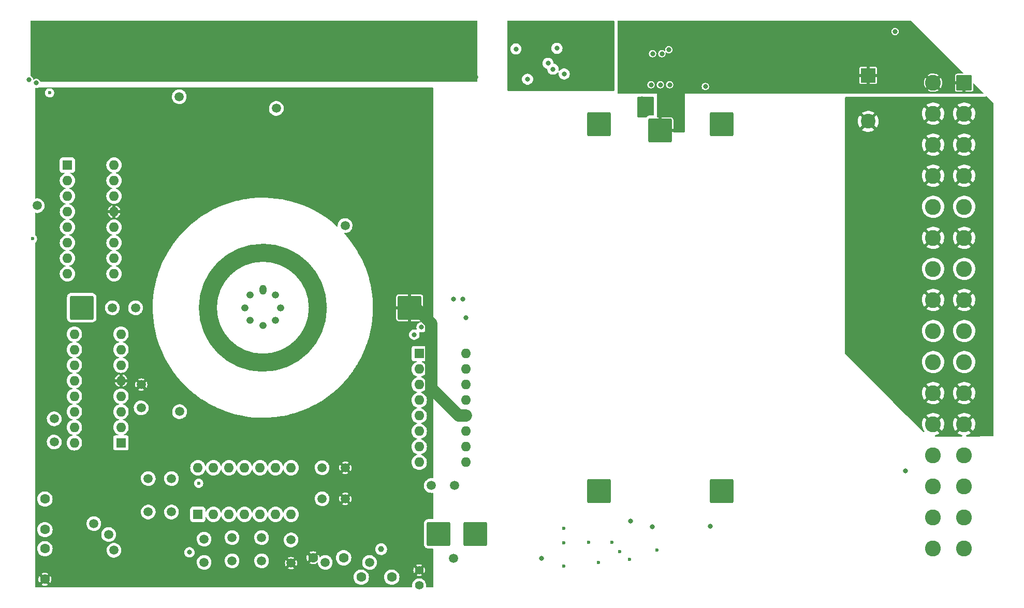
<source format=gbr>
%TF.GenerationSoftware,KiCad,Pcbnew,(6.0.0)*%
%TF.CreationDate,2022-02-11T15:57:12+01:00*%
%TF.ProjectId,ADRmu,4144526d-752e-46b6-9963-61645f706362,0.3*%
%TF.SameCoordinates,Original*%
%TF.FileFunction,Copper,L3,Inr*%
%TF.FilePolarity,Positive*%
%FSLAX46Y46*%
G04 Gerber Fmt 4.6, Leading zero omitted, Abs format (unit mm)*
G04 Created by KiCad (PCBNEW (6.0.0)) date 2022-02-11 15:57:12*
%MOMM*%
%LPD*%
G01*
G04 APERTURE LIST*
G04 Aperture macros list*
%AMRoundRect*
0 Rectangle with rounded corners*
0 $1 Rounding radius*
0 $2 $3 $4 $5 $6 $7 $8 $9 X,Y pos of 4 corners*
0 Add a 4 corners polygon primitive as box body*
4,1,4,$2,$3,$4,$5,$6,$7,$8,$9,$2,$3,0*
0 Add four circle primitives for the rounded corners*
1,1,$1+$1,$2,$3*
1,1,$1+$1,$4,$5*
1,1,$1+$1,$6,$7*
1,1,$1+$1,$8,$9*
0 Add four rect primitives between the rounded corners*
20,1,$1+$1,$2,$3,$4,$5,0*
20,1,$1+$1,$4,$5,$6,$7,0*
20,1,$1+$1,$6,$7,$8,$9,0*
20,1,$1+$1,$8,$9,$2,$3,0*%
G04 Aperture macros list end*
%TA.AperFunction,NonConductor*%
%ADD10C,3.000000*%
%TD*%
%TA.AperFunction,ComponentPad*%
%ADD11C,1.600000*%
%TD*%
%TA.AperFunction,ComponentPad*%
%ADD12RoundRect,0.250002X1.699998X1.699998X-1.699998X1.699998X-1.699998X-1.699998X1.699998X-1.699998X0*%
%TD*%
%TA.AperFunction,ComponentPad*%
%ADD13RoundRect,0.250002X-1.699998X-1.699998X1.699998X-1.699998X1.699998X1.699998X-1.699998X1.699998X0*%
%TD*%
%TA.AperFunction,ComponentPad*%
%ADD14RoundRect,0.250000X-1.050000X1.050000X-1.050000X-1.050000X1.050000X-1.050000X1.050000X1.050000X0*%
%TD*%
%TA.AperFunction,ComponentPad*%
%ADD15C,2.600000*%
%TD*%
%TA.AperFunction,ComponentPad*%
%ADD16C,1.500000*%
%TD*%
%TA.AperFunction,ComponentPad*%
%ADD17C,1.400000*%
%TD*%
%TA.AperFunction,ComponentPad*%
%ADD18R,1.600000X1.600000*%
%TD*%
%TA.AperFunction,ComponentPad*%
%ADD19O,1.600000X1.600000*%
%TD*%
%TA.AperFunction,ComponentPad*%
%ADD20R,2.400000X2.400000*%
%TD*%
%TA.AperFunction,ComponentPad*%
%ADD21C,2.400000*%
%TD*%
%TA.AperFunction,ComponentPad*%
%ADD22O,1.200000X1.600000*%
%TD*%
%TA.AperFunction,ComponentPad*%
%ADD23O,1.200000X1.200000*%
%TD*%
%TA.AperFunction,ViaPad*%
%ADD24C,0.800000*%
%TD*%
%TA.AperFunction,ViaPad*%
%ADD25C,1.500000*%
%TD*%
%TA.AperFunction,ViaPad*%
%ADD26C,0.600000*%
%TD*%
%TA.AperFunction,ViaPad*%
%ADD27C,1.000000*%
%TD*%
%TA.AperFunction,Conductor*%
%ADD28C,2.000000*%
%TD*%
G04 APERTURE END LIST*
D10*
X119000000Y-100000000D02*
G75*
G03*
X119000000Y-100000000I-9000000J0D01*
G01*
D11*
%TO.N,/ref/U203_+in*%
%TO.C,C206*%
X123211000Y-140912000D03*
%TO.N,/ref/ADR_Pin7*%
X118211000Y-140912000D03*
%TD*%
D12*
%TO.N,/DC-DC/xformer_B*%
%TO.C,J305*%
X185000000Y-130000000D03*
%TD*%
D13*
%TO.N,/DC-DC/U302_cola*%
%TO.C,J301*%
X185000000Y-70000000D03*
%TD*%
D14*
%TO.N,+12V*%
%TO.C,J101*%
X224700000Y-63170000D03*
D15*
%TO.N,GND*%
X224700000Y-68250000D03*
X224700000Y-73330000D03*
X224700000Y-78410000D03*
%TO.N,/DC-DC/sync*%
X224700000Y-83490000D03*
%TO.N,GND*%
X224700000Y-88570000D03*
%TO.N,/DC-DC/status*%
X224700000Y-93650000D03*
%TO.N,GND*%
X224700000Y-98730000D03*
%TO.N,/DC-DC/SCL*%
X224700000Y-103810000D03*
%TO.N,/DC-DC/SDA*%
X224700000Y-108890000D03*
%TO.N,GND*%
X224700000Y-113970000D03*
X224700000Y-119050000D03*
%TO.N,GNDA*%
X224700000Y-124130000D03*
%TO.N,/ref/ADR_Pin7*%
X224700000Y-129210000D03*
%TO.N,/ref/10Vsense*%
X224700000Y-134290000D03*
%TO.N,/ref/10Vforce*%
X224700000Y-139370000D03*
%TO.N,+12V*%
X219620000Y-63170000D03*
%TO.N,GND*%
X219620000Y-68250000D03*
X219620000Y-73330000D03*
X219620000Y-78410000D03*
%TO.N,/DC-DC/sync*%
X219620000Y-83490000D03*
%TO.N,GND*%
X219620000Y-88570000D03*
%TO.N,/DC-DC/status*%
X219620000Y-93650000D03*
%TO.N,GND*%
X219620000Y-98730000D03*
%TO.N,/DC-DC/SCL*%
X219620000Y-103810000D03*
%TO.N,/DC-DC/SDA*%
X219620000Y-108890000D03*
%TO.N,GND*%
X219620000Y-113970000D03*
X219620000Y-119050000D03*
%TO.N,GNDA*%
X219620000Y-124130000D03*
%TO.N,/ref/ADR_Pin7*%
X219620000Y-129210000D03*
%TO.N,/ref/10Vsense*%
X219620000Y-134290000D03*
%TO.N,/ref/10Vforce*%
X219620000Y-139370000D03*
%TD*%
D16*
%TO.N,/ref/RN203_Pin3*%
%TO.C,R215*%
X119695000Y-126180000D03*
%TO.N,/ref/ADR_Pin7*%
X123495000Y-126180000D03*
%TD*%
%TO.N,/ref/RN203_Pin7*%
%TO.C,R225*%
X114615000Y-137991000D03*
%TO.N,/ref/ADR_Pin7*%
X114615000Y-141791000D03*
%TD*%
%TO.N,/ref/ADR_Pin5*%
%TO.C,R219*%
X95057000Y-127958000D03*
%TO.N,/ref/7Vref*%
X91257000Y-127958000D03*
%TD*%
D11*
%TO.N,/ref/U203_out*%
%TO.C,C208*%
X131085000Y-144087000D03*
%TO.N,/ref/U203_-in*%
X126085000Y-144087000D03*
%TD*%
D13*
%TO.N,/ref/ADR_Pin7*%
%TO.C,J105*%
X134000000Y-100000000D03*
%TD*%
D16*
%TO.N,/ref/RN203_Pin5*%
%TO.C,R210*%
X104963000Y-137610000D03*
%TO.N,/ref/7Vref*%
X104963000Y-141410000D03*
%TD*%
%TO.N,/ref/RN203_Pin1*%
%TO.C,R216*%
X100391000Y-137864000D03*
%TO.N,/ref/7Vref*%
X100391000Y-141664000D03*
%TD*%
D17*
%TO.N,/ref/ADR_Pin7*%
%TO.C,C209*%
X135570000Y-142944000D03*
%TO.N,/ref/10Vforce*%
X135570000Y-145444000D03*
%TD*%
D16*
%TO.N,/ref/ADR_Pin7*%
%TO.C,R201*%
X90097000Y-112585000D03*
%TO.N,/ref/RN201_Pin3*%
X90097000Y-116385000D03*
%TD*%
D18*
%TO.N,/ref/RN201_Pin8*%
%TO.C,RN201*%
X86795000Y-122100000D03*
D19*
%TO.N,/ref/RN201_Pin2*%
X86795000Y-119560000D03*
%TO.N,/ref/RN201_Pin3*%
X86795000Y-117020000D03*
%TO.N,/ref/7Vref*%
X86795000Y-114480000D03*
%TO.N,/ref/ADR_Pin7*%
X86795000Y-111940000D03*
%TO.N,/ref/RN201_Pin7*%
X86795000Y-109400000D03*
X86795000Y-106860000D03*
%TO.N,/ref/RN201_Pin8*%
X86795000Y-104320000D03*
%TO.N,/ref/RN201_Pin10*%
X79175000Y-104320000D03*
X79175000Y-106860000D03*
%TO.N,/ref/RN201_Pin14*%
X79175000Y-109400000D03*
%TO.N,/ref/ADR_Pin6*%
X79175000Y-111940000D03*
%TO.N,/ref/RN201_Pin14*%
X79175000Y-114480000D03*
X79175000Y-117020000D03*
%TO.N,/ref/RN201_Pin16*%
X79175000Y-119560000D03*
X79175000Y-122100000D03*
%TD*%
D20*
%TO.N,+12V*%
%TO.C,C302*%
X209000000Y-62000000D03*
D21*
%TO.N,GND*%
X209000000Y-69500000D03*
%TD*%
D16*
%TO.N,/ref/RN203_Pin6*%
%TO.C,R228*%
X109789000Y-137610000D03*
%TO.N,/ref/10Vsense*%
X109789000Y-141410000D03*
%TD*%
D13*
%TO.N,/ref/7Vref*%
%TO.C,J104*%
X80375000Y-100000000D03*
%TD*%
D16*
%TO.N,/ref/JP221_Pin2*%
%TO.C,R220*%
X137531000Y-129094000D03*
%TO.N,/ref/RN202_Pin16*%
X141331000Y-129094000D03*
%TD*%
D13*
%TO.N,/ref/10Vforce*%
%TO.C,J102*%
X138745000Y-137000000D03*
%TD*%
D16*
%TO.N,/ref/ADR_Pin6*%
%TO.C,R203*%
X75873000Y-118173000D03*
%TO.N,/ref/RN201_Pin2*%
X75873000Y-121973000D03*
%TD*%
D13*
%TO.N,/ref/10Vsense*%
%TO.C,J103*%
X144775000Y-137000000D03*
%TD*%
D22*
%TO.N,/ref/heater+*%
%TO.C,U201*%
X110000000Y-97085000D03*
D23*
%TO.N,/ref/heater-*%
X107935248Y-97940248D03*
%TO.N,/ref/ADR_Pin3*%
X107080000Y-100005000D03*
%TO.N,/ref/ADR_Pin4*%
X107935248Y-102069752D03*
%TO.N,/ref/ADR_Pin5*%
X110000000Y-102925000D03*
%TO.N,/ref/ADR_Pin6*%
X112064752Y-102069752D03*
%TO.N,/ref/ADR_Pin7*%
X112920000Y-100005000D03*
%TO.N,/ref/ADR_Pin8*%
X112064752Y-97940248D03*
%TD*%
D13*
%TO.N,+12V*%
%TO.C,J302*%
X175000000Y-71000000D03*
%TD*%
D11*
%TO.N,/ref/U202A_out*%
%TO.C,C205*%
X74356000Y-136300000D03*
%TO.N,/ref/ADR_Pin4*%
X74356000Y-131300000D03*
%TD*%
D16*
%TO.N,/ref/ADR_Pin3*%
%TO.C,R223*%
X89175000Y-100000000D03*
%TO.N,/ref/7Vref*%
X85375000Y-100000000D03*
%TD*%
D18*
%TO.N,/ref/7Vref*%
%TO.C,RN204*%
X78039000Y-76662245D03*
D19*
X78039000Y-79202245D03*
X78039000Y-81742245D03*
%TO.N,/ref/ADR_Pin4*%
X78039000Y-84282245D03*
%TO.N,/ref/RN204_Pin5*%
X78039000Y-86822245D03*
%TO.N,/ref/ADR_Pin3*%
X78039000Y-89362245D03*
%TO.N,/ref/7Vref*%
X78039000Y-91902245D03*
X78039000Y-94442245D03*
%TO.N,/ref/ADR_Pin3*%
X85659000Y-94442245D03*
X85659000Y-91902245D03*
%TO.N,/ref/RN204_Pin11*%
X85659000Y-89362245D03*
%TO.N,/ref/ADR_Pin3*%
X85659000Y-86822245D03*
%TO.N,/ref/ADR_Pin7*%
X85659000Y-84282245D03*
%TO.N,/ref/ADR_Pin3*%
X85659000Y-81742245D03*
X85659000Y-79202245D03*
%TO.N,/ref/RN204_Pin16*%
X85659000Y-76662245D03*
%TD*%
D18*
%TO.N,/ref/RN203_Pin1*%
%TO.C,RN203*%
X99375000Y-133800000D03*
D19*
%TO.N,/ref/RN203_Pin2*%
X101915000Y-133800000D03*
%TO.N,/ref/RN203_Pin3*%
X104455000Y-133800000D03*
%TO.N,/ref/RN203_Pin4*%
X106995000Y-133800000D03*
%TO.N,/ref/RN203_Pin5*%
X109535000Y-133800000D03*
%TO.N,/ref/RN203_Pin6*%
X112075000Y-133800000D03*
%TO.N,/ref/RN203_Pin7*%
X114615000Y-133800000D03*
%TO.N,N/C*%
X114615000Y-126180000D03*
%TO.N,/ref/U203_-in*%
X112075000Y-126180000D03*
%TO.N,N/C*%
X109535000Y-126180000D03*
%TO.N,/ref/ADR_Pin6*%
X106995000Y-126180000D03*
%TO.N,/ref/ADR_Pin4*%
X104455000Y-126180000D03*
%TO.N,/ref/ADR_Pin8*%
X101915000Y-126180000D03*
%TO.N,/ref/ADR_Pin5*%
X99375000Y-126180000D03*
%TD*%
D12*
%TO.N,/DC-DC/xformer_A*%
%TO.C,J304*%
X165000000Y-130000000D03*
%TD*%
D16*
%TO.N,/ref/RN203_Pin2*%
%TO.C,R213*%
X95057000Y-133419000D03*
%TO.N,/ref/7Vref*%
X91257000Y-133419000D03*
%TD*%
%TO.N,/ref/RN203_Pin4*%
%TO.C,R209*%
X119695000Y-131260000D03*
%TO.N,/ref/ADR_Pin7*%
X123495000Y-131260000D03*
%TD*%
D18*
%TO.N,/ref/RN202_Pin1*%
%TO.C,RN202*%
X135570000Y-107511000D03*
D19*
%TO.N,/ref/RN202_Pin2*%
X135570000Y-110051000D03*
%TO.N,/ref/U203_-in*%
X135570000Y-112591000D03*
%TO.N,/ref/RN202_Pin5*%
X135570000Y-115131000D03*
X135570000Y-117671000D03*
%TO.N,/ref/U203_-in*%
X135570000Y-120211000D03*
%TO.N,/ref/10Vsense*%
X135570000Y-122751000D03*
%TO.N,/ref/RN202_Pin8*%
X135570000Y-125291000D03*
%TO.N,/ref/RN202_Pin16*%
X143190000Y-125291000D03*
%TO.N,/ref/RN202_Pin14*%
X143190000Y-122751000D03*
X143190000Y-120211000D03*
%TO.N,/ref/ADR_Pin7*%
X143190000Y-117671000D03*
%TO.N,/ref/U203_-in*%
X143190000Y-115131000D03*
%TO.N,/ref/RN202_Pin14*%
X143190000Y-112591000D03*
X143190000Y-110051000D03*
%TO.N,/ref/RN202_Pin16*%
X143190000Y-107511000D03*
%TD*%
D11*
%TO.N,/ref/ADR_Pin7*%
%TO.C,C204*%
X74356000Y-144428000D03*
%TO.N,/ref/ADR_Pin5*%
X74356000Y-139428000D03*
%TD*%
D13*
%TO.N,/DC-DC/U302_colb*%
%TO.C,J303*%
X165000000Y-70000000D03*
%TD*%
D24*
%TO.N,+12V*%
X178054000Y-66802000D03*
X169672000Y-62484000D03*
X178054000Y-65786000D03*
X178054000Y-67818000D03*
%TO.N,GND*%
X155448000Y-61722000D03*
X175260000Y-58420000D03*
X167005000Y-56515000D03*
X164084000Y-60960000D03*
X173736000Y-58420000D03*
X155375000Y-57404000D03*
X176375000Y-57800000D03*
X175006000Y-63500000D03*
X72959000Y-63188000D03*
X182375000Y-63800000D03*
X171958000Y-66802000D03*
X163322000Y-56515000D03*
X171958000Y-65786000D03*
X173482000Y-63500000D03*
X176530000Y-63500000D03*
X171958000Y-67818000D03*
%TO.N,+3V3*%
X159282500Y-61746500D03*
X156642500Y-59998500D03*
%TO.N,/DC-DC/SCL*%
X153289000Y-62611000D03*
X151384000Y-57658000D03*
X141160000Y-98552000D03*
%TO.N,/DC-DC/SDA*%
X142684000Y-98552000D03*
X158091500Y-57554500D03*
D25*
%TO.N,/ref/ADR_Pin8*%
X123449000Y-86556000D03*
D24*
%TO.N,/ref/ADR_Pin7*%
X78928000Y-145230000D03*
D26*
%TO.N,/ref/ADR_Pin5*%
X99502000Y-128720000D03*
D25*
%TO.N,/ref/ADR_Pin4*%
X96375000Y-117000000D03*
D24*
%TO.N,/DC-DC/PG*%
X170114000Y-134943000D03*
X215072000Y-126688000D03*
D25*
%TO.N,/DC-DC/12Vf*%
X84770000Y-137102000D03*
D26*
X137475000Y-60140000D03*
X140015000Y-57600000D03*
X94295000Y-57600000D03*
X81595000Y-60140000D03*
X91755000Y-60140000D03*
D24*
X144780000Y-62230000D03*
D26*
X122235000Y-60140000D03*
X99375000Y-62680000D03*
X119695000Y-57600000D03*
X109535000Y-57600000D03*
D27*
X129347000Y-139515000D03*
D26*
X84135000Y-57600000D03*
X99375000Y-57600000D03*
X127315000Y-60140000D03*
X89215000Y-57600000D03*
X79055000Y-62680000D03*
X86675000Y-60140000D03*
X101915000Y-60140000D03*
X114615000Y-57600000D03*
X117155000Y-60140000D03*
X134935000Y-57600000D03*
X142555000Y-60140000D03*
X89215000Y-62680000D03*
X84135000Y-62680000D03*
X104455000Y-57600000D03*
X79055000Y-57600000D03*
X132395000Y-60140000D03*
X129855000Y-57600000D03*
X96835000Y-60140000D03*
X104455000Y-62680000D03*
X124775000Y-57600000D03*
D25*
%TO.N,/ref/heater+*%
X112202000Y-67379000D03*
X85639872Y-139685417D03*
D24*
%TO.N,/DC-DC/pwr_LED*%
X71776500Y-62680000D03*
X213375000Y-54800000D03*
D25*
%TO.N,/ref/U203_+in*%
X120203000Y-141674000D03*
D26*
%TO.N,/DC-DC/status_LED*%
X72324000Y-88715000D03*
X75118000Y-64839000D03*
D24*
%TO.N,/DC-DC/filtered+*%
X173670000Y-135832000D03*
X183195000Y-135742500D03*
%TO.N,/DC-DC/U304_add0*%
X143192000Y-101600000D03*
X157442000Y-60960000D03*
%TO.N,/ref/7Vref*%
X97978000Y-140023000D03*
D26*
%TO.N,GNDA*%
X163256000Y-138372000D03*
D24*
X155575000Y-141000000D03*
D26*
X174432000Y-139642000D03*
D25*
X141158000Y-141039000D03*
D24*
X134775000Y-104400000D03*
D26*
X164907000Y-141674000D03*
X159192000Y-138499000D03*
X159192000Y-142292980D03*
D25*
X127442000Y-141674000D03*
D24*
X135970011Y-103193000D03*
D26*
X159192000Y-136086000D03*
D25*
X82357000Y-135324000D03*
D26*
X168336000Y-139896000D03*
D25*
X96327000Y-65474011D03*
X73084077Y-83295906D03*
D26*
X167066000Y-138372000D03*
X169987000Y-141166000D03*
%TD*%
D28*
%TO.N,/ref/ADR_Pin7*%
X137569511Y-102530449D02*
X135039062Y-100000000D01*
X142058630Y-117671000D02*
X137569511Y-113181881D01*
X135039062Y-100000000D02*
X134000000Y-100000000D01*
X137569511Y-113181881D02*
X137569511Y-102530449D01*
X143190000Y-117671000D02*
X142058630Y-117671000D01*
%TD*%
%TA.AperFunction,Conductor*%
%TO.N,+12V*%
G36*
X216018306Y-53018306D02*
G01*
X224563307Y-61563307D01*
X224581613Y-61607501D01*
X224563307Y-61651695D01*
X224519113Y-61670001D01*
X223597706Y-61670001D01*
X223594762Y-61670140D01*
X223568515Y-61672620D01*
X223561135Y-61674239D01*
X223441463Y-61716264D01*
X223433293Y-61720591D01*
X223331965Y-61795433D01*
X223325433Y-61801965D01*
X223250591Y-61903293D01*
X223246264Y-61911463D01*
X223204240Y-62031133D01*
X223202620Y-62038517D01*
X223200138Y-62064765D01*
X223200000Y-62067704D01*
X223200000Y-62903569D01*
X223203641Y-62912359D01*
X223212431Y-62916000D01*
X224891500Y-62916000D01*
X224935694Y-62934306D01*
X224954000Y-62978500D01*
X224954000Y-64657568D01*
X224957641Y-64666358D01*
X224966431Y-64669999D01*
X225802294Y-64669999D01*
X225805238Y-64669860D01*
X225831485Y-64667380D01*
X225838865Y-64665761D01*
X225958537Y-64623736D01*
X225966707Y-64619409D01*
X226068035Y-64544567D01*
X226074567Y-64538035D01*
X226149409Y-64436707D01*
X226153736Y-64428537D01*
X226195760Y-64308867D01*
X226197380Y-64301483D01*
X226199862Y-64275235D01*
X226200000Y-64272296D01*
X226200000Y-63350888D01*
X226218306Y-63306694D01*
X226262500Y-63288388D01*
X226306694Y-63306694D01*
X227893306Y-64893306D01*
X227911612Y-64937500D01*
X227893306Y-64981694D01*
X227849112Y-65000000D01*
X179000000Y-65000000D01*
X179000000Y-71223500D01*
X178981694Y-71267694D01*
X178937500Y-71286000D01*
X177199866Y-71286000D01*
X177155672Y-71267694D01*
X177149948Y-71259128D01*
X177137569Y-71254000D01*
X174808500Y-71254000D01*
X174764306Y-71235694D01*
X174746000Y-71191500D01*
X174746000Y-70733569D01*
X175254000Y-70733569D01*
X175257641Y-70742359D01*
X175266431Y-70746000D01*
X177137569Y-70746000D01*
X177146359Y-70742359D01*
X177150000Y-70733569D01*
X177149999Y-69247708D01*
X177149860Y-69244764D01*
X177147381Y-69218524D01*
X177145758Y-69211128D01*
X177103734Y-69091462D01*
X177099411Y-69083297D01*
X177024567Y-68981965D01*
X177018035Y-68975433D01*
X176916703Y-68900589D01*
X176908538Y-68896266D01*
X176788867Y-68854240D01*
X176781482Y-68852620D01*
X176755233Y-68850138D01*
X176752294Y-68850000D01*
X175266431Y-68850001D01*
X175257641Y-68853642D01*
X175254000Y-68862432D01*
X175254000Y-70733569D01*
X174746000Y-70733569D01*
X174746000Y-68862432D01*
X174742359Y-68853642D01*
X174733569Y-68850001D01*
X174538500Y-68850001D01*
X174494306Y-68831695D01*
X174476000Y-68787501D01*
X174476000Y-65000000D01*
X168046500Y-65000000D01*
X168002306Y-64981694D01*
X167984000Y-64937500D01*
X167984000Y-63500000D01*
X172876318Y-63500000D01*
X172876853Y-63504064D01*
X172895176Y-63643238D01*
X172896956Y-63656762D01*
X172957464Y-63802841D01*
X173053718Y-63928282D01*
X173179159Y-64024536D01*
X173182942Y-64026103D01*
X173321452Y-64083476D01*
X173321453Y-64083476D01*
X173325238Y-64085044D01*
X173329300Y-64085579D01*
X173329301Y-64085579D01*
X173477936Y-64105147D01*
X173482000Y-64105682D01*
X173486064Y-64105147D01*
X173634699Y-64085579D01*
X173634700Y-64085579D01*
X173638762Y-64085044D01*
X173642547Y-64083476D01*
X173642548Y-64083476D01*
X173781058Y-64026103D01*
X173784841Y-64024536D01*
X173910282Y-63928282D01*
X174006536Y-63802841D01*
X174067044Y-63656762D01*
X174068825Y-63643238D01*
X174087147Y-63504064D01*
X174087682Y-63500000D01*
X174400318Y-63500000D01*
X174400853Y-63504064D01*
X174419176Y-63643238D01*
X174420956Y-63656762D01*
X174481464Y-63802841D01*
X174577718Y-63928282D01*
X174703159Y-64024536D01*
X174706942Y-64026103D01*
X174845452Y-64083476D01*
X174845453Y-64083476D01*
X174849238Y-64085044D01*
X174853300Y-64085579D01*
X174853301Y-64085579D01*
X175001936Y-64105147D01*
X175006000Y-64105682D01*
X175010064Y-64105147D01*
X175158699Y-64085579D01*
X175158700Y-64085579D01*
X175162762Y-64085044D01*
X175166547Y-64083476D01*
X175166548Y-64083476D01*
X175305058Y-64026103D01*
X175308841Y-64024536D01*
X175434282Y-63928282D01*
X175530536Y-63802841D01*
X175591044Y-63656762D01*
X175592825Y-63643238D01*
X175611147Y-63504064D01*
X175611682Y-63500000D01*
X175924318Y-63500000D01*
X175924853Y-63504064D01*
X175943176Y-63643238D01*
X175944956Y-63656762D01*
X176005464Y-63802841D01*
X176101718Y-63928282D01*
X176227159Y-64024536D01*
X176230942Y-64026103D01*
X176369452Y-64083476D01*
X176369453Y-64083476D01*
X176373238Y-64085044D01*
X176377300Y-64085579D01*
X176377301Y-64085579D01*
X176525936Y-64105147D01*
X176530000Y-64105682D01*
X176534064Y-64105147D01*
X176682699Y-64085579D01*
X176682700Y-64085579D01*
X176686762Y-64085044D01*
X176690547Y-64083476D01*
X176690548Y-64083476D01*
X176829058Y-64026103D01*
X176832841Y-64024536D01*
X176958282Y-63928282D01*
X177054536Y-63802841D01*
X177055713Y-63800000D01*
X181769318Y-63800000D01*
X181769853Y-63804064D01*
X181786207Y-63928282D01*
X181789956Y-63956762D01*
X181791524Y-63960547D01*
X181791524Y-63960548D01*
X181819670Y-64028497D01*
X181850464Y-64102841D01*
X181946718Y-64228282D01*
X182072159Y-64324536D01*
X182075942Y-64326103D01*
X182214452Y-64383476D01*
X182214453Y-64383476D01*
X182218238Y-64385044D01*
X182222300Y-64385579D01*
X182222301Y-64385579D01*
X182370936Y-64405147D01*
X182375000Y-64405682D01*
X182379064Y-64405147D01*
X182431718Y-64398215D01*
X218756145Y-64398215D01*
X218758530Y-64403973D01*
X218758906Y-64404236D01*
X218967432Y-64526089D01*
X218972048Y-64528301D01*
X219197683Y-64614462D01*
X219202594Y-64615889D01*
X219439272Y-64664042D01*
X219444346Y-64664647D01*
X219685708Y-64673498D01*
X219690831Y-64673265D01*
X219930386Y-64642577D01*
X219935396Y-64641512D01*
X220166739Y-64572106D01*
X220171490Y-64570244D01*
X220388396Y-64463983D01*
X220392784Y-64461367D01*
X220475684Y-64402235D01*
X220480726Y-64394166D01*
X220479457Y-64388668D01*
X220363083Y-64272294D01*
X223200001Y-64272294D01*
X223200140Y-64275238D01*
X223202620Y-64301485D01*
X223204239Y-64308865D01*
X223246264Y-64428537D01*
X223250591Y-64436707D01*
X223325433Y-64538035D01*
X223331965Y-64544567D01*
X223433293Y-64619409D01*
X223441463Y-64623736D01*
X223561133Y-64665760D01*
X223568517Y-64667380D01*
X223594765Y-64669862D01*
X223597704Y-64670000D01*
X224433569Y-64670000D01*
X224442359Y-64666359D01*
X224446000Y-64657569D01*
X224446000Y-63436431D01*
X224442359Y-63427641D01*
X224433569Y-63424000D01*
X223212432Y-63424000D01*
X223203642Y-63427641D01*
X223200001Y-63436431D01*
X223200001Y-64272294D01*
X220363083Y-64272294D01*
X219628790Y-63538000D01*
X219620000Y-63534359D01*
X219611210Y-63538000D01*
X218759786Y-64389425D01*
X218756145Y-64398215D01*
X182431718Y-64398215D01*
X182527699Y-64385579D01*
X182527700Y-64385579D01*
X182531762Y-64385044D01*
X182535547Y-64383476D01*
X182535548Y-64383476D01*
X182674058Y-64326103D01*
X182677841Y-64324536D01*
X182803282Y-64228282D01*
X182899536Y-64102841D01*
X182930330Y-64028497D01*
X182958476Y-63960548D01*
X182958476Y-63960547D01*
X182960044Y-63956762D01*
X182963794Y-63928282D01*
X182980147Y-63804064D01*
X182980682Y-63800000D01*
X182962323Y-63660548D01*
X182960579Y-63647301D01*
X182960579Y-63647300D01*
X182960044Y-63643238D01*
X182899536Y-63497159D01*
X182811154Y-63381977D01*
X182805772Y-63374963D01*
X182803282Y-63371718D01*
X182677841Y-63275464D01*
X182604751Y-63245189D01*
X182535797Y-63216627D01*
X207600000Y-63216627D01*
X207600599Y-63222711D01*
X207610403Y-63271997D01*
X207615024Y-63283155D01*
X207652389Y-63339075D01*
X207660925Y-63347611D01*
X207716845Y-63384976D01*
X207728003Y-63389597D01*
X207777289Y-63399401D01*
X207783373Y-63400000D01*
X208733569Y-63400000D01*
X208742359Y-63396359D01*
X208746000Y-63387569D01*
X209254000Y-63387569D01*
X209257641Y-63396359D01*
X209266431Y-63400000D01*
X210216627Y-63400000D01*
X210222711Y-63399401D01*
X210271997Y-63389597D01*
X210283155Y-63384976D01*
X210339075Y-63347611D01*
X210347611Y-63339075D01*
X210384976Y-63283155D01*
X210389597Y-63271997D01*
X210399401Y-63222711D01*
X210400000Y-63216627D01*
X210400000Y-63135786D01*
X218115456Y-63135786D01*
X218129359Y-63376912D01*
X218130071Y-63381977D01*
X218183170Y-63617597D01*
X218184699Y-63622476D01*
X218275565Y-63846252D01*
X218277875Y-63850826D01*
X218386161Y-64027531D01*
X218393859Y-64033124D01*
X218398381Y-64032408D01*
X219252000Y-63178790D01*
X219255641Y-63170000D01*
X219984359Y-63170000D01*
X219988000Y-63178790D01*
X220836249Y-64027038D01*
X220845039Y-64030679D01*
X220850307Y-64028497D01*
X220908658Y-63947292D01*
X220911297Y-63942901D01*
X221018306Y-63726383D01*
X221020191Y-63721623D01*
X221090404Y-63490526D01*
X221091484Y-63485530D01*
X221123125Y-63245189D01*
X221123385Y-63241849D01*
X221125100Y-63171663D01*
X221125005Y-63168346D01*
X221105140Y-62926731D01*
X221104304Y-62921679D01*
X221045466Y-62687432D01*
X221043818Y-62682592D01*
X220947511Y-62461102D01*
X220945088Y-62456583D01*
X220852673Y-62313730D01*
X220844840Y-62308326D01*
X220839996Y-62309215D01*
X219988000Y-63161210D01*
X219984359Y-63170000D01*
X219255641Y-63170000D01*
X219252000Y-63161210D01*
X218403636Y-62312847D01*
X218394846Y-62309206D01*
X218389950Y-62311234D01*
X218312738Y-62424422D01*
X218310205Y-62428881D01*
X218208517Y-62647949D01*
X218206750Y-62652750D01*
X218142203Y-62885498D01*
X218141247Y-62890513D01*
X218115580Y-63130678D01*
X218115456Y-63135786D01*
X210400000Y-63135786D01*
X210400000Y-62266431D01*
X210396359Y-62257641D01*
X210387569Y-62254000D01*
X209266431Y-62254000D01*
X209257641Y-62257641D01*
X209254000Y-62266431D01*
X209254000Y-63387569D01*
X208746000Y-63387569D01*
X208746000Y-62266431D01*
X208742359Y-62257641D01*
X208733569Y-62254000D01*
X207612431Y-62254000D01*
X207603641Y-62257641D01*
X207600000Y-62266431D01*
X207600000Y-63216627D01*
X182535797Y-63216627D01*
X182535548Y-63216524D01*
X182535547Y-63216524D01*
X182531762Y-63214956D01*
X182527700Y-63214421D01*
X182527699Y-63214421D01*
X182379064Y-63194853D01*
X182375000Y-63194318D01*
X182370936Y-63194853D01*
X182222301Y-63214421D01*
X182222300Y-63214421D01*
X182218238Y-63214956D01*
X182214453Y-63216524D01*
X182214452Y-63216524D01*
X182145249Y-63245189D01*
X182072159Y-63275464D01*
X181946718Y-63371718D01*
X181944228Y-63374963D01*
X181938846Y-63381977D01*
X181850464Y-63497159D01*
X181789956Y-63643238D01*
X181789421Y-63647300D01*
X181789421Y-63647301D01*
X181787677Y-63660548D01*
X181769318Y-63800000D01*
X177055713Y-63800000D01*
X177115044Y-63656762D01*
X177116825Y-63643238D01*
X177135147Y-63504064D01*
X177135682Y-63500000D01*
X177126156Y-63427641D01*
X177115579Y-63347301D01*
X177115579Y-63347300D01*
X177115044Y-63343238D01*
X177054536Y-63197159D01*
X176958282Y-63071718D01*
X176832841Y-62975464D01*
X176733477Y-62934306D01*
X176690548Y-62916524D01*
X176690547Y-62916524D01*
X176686762Y-62914956D01*
X176682700Y-62914421D01*
X176682699Y-62914421D01*
X176534064Y-62894853D01*
X176530000Y-62894318D01*
X176525936Y-62894853D01*
X176377301Y-62914421D01*
X176377300Y-62914421D01*
X176373238Y-62914956D01*
X176369453Y-62916524D01*
X176369452Y-62916524D01*
X176326523Y-62934306D01*
X176227159Y-62975464D01*
X176101718Y-63071718D01*
X176005464Y-63197159D01*
X175944956Y-63343238D01*
X175944421Y-63347300D01*
X175944421Y-63347301D01*
X175933844Y-63427641D01*
X175924318Y-63500000D01*
X175611682Y-63500000D01*
X175602156Y-63427641D01*
X175591579Y-63347301D01*
X175591579Y-63347300D01*
X175591044Y-63343238D01*
X175530536Y-63197159D01*
X175434282Y-63071718D01*
X175308841Y-62975464D01*
X175209477Y-62934306D01*
X175166548Y-62916524D01*
X175166547Y-62916524D01*
X175162762Y-62914956D01*
X175158700Y-62914421D01*
X175158699Y-62914421D01*
X175010064Y-62894853D01*
X175006000Y-62894318D01*
X175001936Y-62894853D01*
X174853301Y-62914421D01*
X174853300Y-62914421D01*
X174849238Y-62914956D01*
X174845453Y-62916524D01*
X174845452Y-62916524D01*
X174802523Y-62934306D01*
X174703159Y-62975464D01*
X174577718Y-63071718D01*
X174481464Y-63197159D01*
X174420956Y-63343238D01*
X174420421Y-63347300D01*
X174420421Y-63347301D01*
X174409844Y-63427641D01*
X174400318Y-63500000D01*
X174087682Y-63500000D01*
X174078156Y-63427641D01*
X174067579Y-63347301D01*
X174067579Y-63347300D01*
X174067044Y-63343238D01*
X174006536Y-63197159D01*
X173910282Y-63071718D01*
X173784841Y-62975464D01*
X173685477Y-62934306D01*
X173642548Y-62916524D01*
X173642547Y-62916524D01*
X173638762Y-62914956D01*
X173634700Y-62914421D01*
X173634699Y-62914421D01*
X173486064Y-62894853D01*
X173482000Y-62894318D01*
X173477936Y-62894853D01*
X173329301Y-62914421D01*
X173329300Y-62914421D01*
X173325238Y-62914956D01*
X173321453Y-62916524D01*
X173321452Y-62916524D01*
X173278523Y-62934306D01*
X173179159Y-62975464D01*
X173053718Y-63071718D01*
X172957464Y-63197159D01*
X172896956Y-63343238D01*
X172896421Y-63347300D01*
X172896421Y-63347301D01*
X172885844Y-63427641D01*
X172876318Y-63500000D01*
X167984000Y-63500000D01*
X167984000Y-61945277D01*
X218758860Y-61945277D01*
X218760370Y-61951159D01*
X219611210Y-62802000D01*
X219620000Y-62805641D01*
X219628790Y-62802000D01*
X220478516Y-61952273D01*
X220482157Y-61943483D01*
X220479653Y-61937439D01*
X220454949Y-61917929D01*
X220450687Y-61915097D01*
X220239240Y-61798372D01*
X220234569Y-61796273D01*
X220006901Y-61715651D01*
X220001953Y-61714343D01*
X219764182Y-61671991D01*
X219759071Y-61671508D01*
X219517575Y-61668556D01*
X219512471Y-61668913D01*
X219273724Y-61705447D01*
X219268745Y-61706633D01*
X219039178Y-61781667D01*
X219034453Y-61783653D01*
X218820225Y-61895173D01*
X218815891Y-61897903D01*
X218763704Y-61937086D01*
X218758860Y-61945277D01*
X167984000Y-61945277D01*
X167984000Y-61733569D01*
X207600000Y-61733569D01*
X207603641Y-61742359D01*
X207612431Y-61746000D01*
X208733569Y-61746000D01*
X208742359Y-61742359D01*
X208746000Y-61733569D01*
X209254000Y-61733569D01*
X209257641Y-61742359D01*
X209266431Y-61746000D01*
X210387569Y-61746000D01*
X210396359Y-61742359D01*
X210400000Y-61733569D01*
X210400000Y-60783373D01*
X210399401Y-60777289D01*
X210389597Y-60728003D01*
X210384976Y-60716845D01*
X210347611Y-60660925D01*
X210339075Y-60652389D01*
X210283155Y-60615024D01*
X210271997Y-60610403D01*
X210222711Y-60600599D01*
X210216627Y-60600000D01*
X209266431Y-60600000D01*
X209257641Y-60603641D01*
X209254000Y-60612431D01*
X209254000Y-61733569D01*
X208746000Y-61733569D01*
X208746000Y-60612431D01*
X208742359Y-60603641D01*
X208733569Y-60600000D01*
X207783373Y-60600000D01*
X207777289Y-60600599D01*
X207728003Y-60610403D01*
X207716845Y-60615024D01*
X207660925Y-60652389D01*
X207652389Y-60660925D01*
X207615024Y-60716845D01*
X207610403Y-60728003D01*
X207600599Y-60777289D01*
X207600000Y-60783373D01*
X207600000Y-61733569D01*
X167984000Y-61733569D01*
X167984000Y-58420000D01*
X173130318Y-58420000D01*
X173150956Y-58576762D01*
X173211464Y-58722841D01*
X173307718Y-58848282D01*
X173433159Y-58944536D01*
X173436942Y-58946103D01*
X173575452Y-59003476D01*
X173575453Y-59003476D01*
X173579238Y-59005044D01*
X173583300Y-59005579D01*
X173583301Y-59005579D01*
X173731936Y-59025147D01*
X173736000Y-59025682D01*
X173740064Y-59025147D01*
X173888699Y-59005579D01*
X173888700Y-59005579D01*
X173892762Y-59005044D01*
X173896547Y-59003476D01*
X173896548Y-59003476D01*
X174035058Y-58946103D01*
X174038841Y-58944536D01*
X174164282Y-58848282D01*
X174260536Y-58722841D01*
X174321044Y-58576762D01*
X174341682Y-58420000D01*
X174654318Y-58420000D01*
X174674956Y-58576762D01*
X174735464Y-58722841D01*
X174831718Y-58848282D01*
X174957159Y-58944536D01*
X174960942Y-58946103D01*
X175099452Y-59003476D01*
X175099453Y-59003476D01*
X175103238Y-59005044D01*
X175107300Y-59005579D01*
X175107301Y-59005579D01*
X175255936Y-59025147D01*
X175260000Y-59025682D01*
X175264064Y-59025147D01*
X175412699Y-59005579D01*
X175412700Y-59005579D01*
X175416762Y-59005044D01*
X175420547Y-59003476D01*
X175420548Y-59003476D01*
X175559058Y-58946103D01*
X175562841Y-58944536D01*
X175688282Y-58848282D01*
X175784536Y-58722841D01*
X175845044Y-58576762D01*
X175865682Y-58420000D01*
X175848194Y-58287167D01*
X175860574Y-58240963D01*
X175902001Y-58217045D01*
X175948206Y-58229425D01*
X176068909Y-58322043D01*
X176068913Y-58322045D01*
X176072159Y-58324536D01*
X176075942Y-58326103D01*
X176214452Y-58383476D01*
X176214453Y-58383476D01*
X176218238Y-58385044D01*
X176222300Y-58385579D01*
X176222301Y-58385579D01*
X176370936Y-58405147D01*
X176375000Y-58405682D01*
X176379064Y-58405147D01*
X176527699Y-58385579D01*
X176527700Y-58385579D01*
X176531762Y-58385044D01*
X176535547Y-58383476D01*
X176535548Y-58383476D01*
X176674058Y-58326103D01*
X176677841Y-58324536D01*
X176803282Y-58228282D01*
X176899536Y-58102841D01*
X176946596Y-57989228D01*
X176958476Y-57960548D01*
X176958476Y-57960547D01*
X176960044Y-57956762D01*
X176963195Y-57932832D01*
X176980147Y-57804064D01*
X176980682Y-57800000D01*
X176960044Y-57643238D01*
X176899536Y-57497159D01*
X176803282Y-57371718D01*
X176677841Y-57275464D01*
X176674058Y-57273897D01*
X176535548Y-57216524D01*
X176535547Y-57216524D01*
X176531762Y-57214956D01*
X176527700Y-57214421D01*
X176527699Y-57214421D01*
X176379064Y-57194853D01*
X176375000Y-57194318D01*
X176370936Y-57194853D01*
X176222301Y-57214421D01*
X176222300Y-57214421D01*
X176218238Y-57214956D01*
X176214453Y-57216524D01*
X176214452Y-57216524D01*
X176075942Y-57273897D01*
X176072159Y-57275464D01*
X175946718Y-57371718D01*
X175850464Y-57497159D01*
X175789956Y-57643238D01*
X175769318Y-57800000D01*
X175782215Y-57897957D01*
X175786806Y-57932832D01*
X175774426Y-57979037D01*
X175732999Y-58002955D01*
X175686794Y-57990575D01*
X175566091Y-57897957D01*
X175566087Y-57897955D01*
X175562841Y-57895464D01*
X175559058Y-57893897D01*
X175420548Y-57836524D01*
X175420547Y-57836524D01*
X175416762Y-57834956D01*
X175412700Y-57834421D01*
X175412699Y-57834421D01*
X175264064Y-57814853D01*
X175260000Y-57814318D01*
X175255936Y-57814853D01*
X175107301Y-57834421D01*
X175107300Y-57834421D01*
X175103238Y-57834956D01*
X175099453Y-57836524D01*
X175099452Y-57836524D01*
X174960942Y-57893897D01*
X174957159Y-57895464D01*
X174831718Y-57991718D01*
X174735464Y-58117159D01*
X174733897Y-58120942D01*
X174684183Y-58240963D01*
X174674956Y-58263238D01*
X174674421Y-58267300D01*
X174674421Y-58267301D01*
X174667214Y-58322043D01*
X174654318Y-58420000D01*
X174341682Y-58420000D01*
X174328786Y-58322043D01*
X174321579Y-58267301D01*
X174321579Y-58267300D01*
X174321044Y-58263238D01*
X174311818Y-58240963D01*
X174262103Y-58120942D01*
X174260536Y-58117159D01*
X174164282Y-57991718D01*
X174038841Y-57895464D01*
X174035058Y-57893897D01*
X173896548Y-57836524D01*
X173896547Y-57836524D01*
X173892762Y-57834956D01*
X173888700Y-57834421D01*
X173888699Y-57834421D01*
X173740064Y-57814853D01*
X173736000Y-57814318D01*
X173731936Y-57814853D01*
X173583301Y-57834421D01*
X173583300Y-57834421D01*
X173579238Y-57834956D01*
X173575453Y-57836524D01*
X173575452Y-57836524D01*
X173436942Y-57893897D01*
X173433159Y-57895464D01*
X173307718Y-57991718D01*
X173211464Y-58117159D01*
X173209897Y-58120942D01*
X173160183Y-58240963D01*
X173150956Y-58263238D01*
X173150421Y-58267300D01*
X173150421Y-58267301D01*
X173143214Y-58322043D01*
X173130318Y-58420000D01*
X167984000Y-58420000D01*
X167984000Y-54800000D01*
X212769318Y-54800000D01*
X212789956Y-54956762D01*
X212850464Y-55102841D01*
X212946718Y-55228282D01*
X213072159Y-55324536D01*
X213075942Y-55326103D01*
X213214452Y-55383476D01*
X213214453Y-55383476D01*
X213218238Y-55385044D01*
X213222300Y-55385579D01*
X213222301Y-55385579D01*
X213370936Y-55405147D01*
X213375000Y-55405682D01*
X213379064Y-55405147D01*
X213527699Y-55385579D01*
X213527700Y-55385579D01*
X213531762Y-55385044D01*
X213535547Y-55383476D01*
X213535548Y-55383476D01*
X213674058Y-55326103D01*
X213677841Y-55324536D01*
X213803282Y-55228282D01*
X213899536Y-55102841D01*
X213960044Y-54956762D01*
X213980682Y-54800000D01*
X213971828Y-54732747D01*
X213960579Y-54647301D01*
X213960579Y-54647300D01*
X213960044Y-54643238D01*
X213899536Y-54497159D01*
X213803282Y-54371718D01*
X213677841Y-54275464D01*
X213674058Y-54273897D01*
X213535548Y-54216524D01*
X213535547Y-54216524D01*
X213531762Y-54214956D01*
X213527700Y-54214421D01*
X213527699Y-54214421D01*
X213379064Y-54194853D01*
X213375000Y-54194318D01*
X213370936Y-54194853D01*
X213222301Y-54214421D01*
X213222300Y-54214421D01*
X213218238Y-54214956D01*
X213214453Y-54216524D01*
X213214452Y-54216524D01*
X213075942Y-54273897D01*
X213072159Y-54275464D01*
X212946718Y-54371718D01*
X212850464Y-54497159D01*
X212789956Y-54643238D01*
X212789421Y-54647300D01*
X212789421Y-54647301D01*
X212778172Y-54732747D01*
X212769318Y-54800000D01*
X167984000Y-54800000D01*
X167984000Y-53062500D01*
X168002306Y-53018306D01*
X168046500Y-53000000D01*
X215974112Y-53000000D01*
X216018306Y-53018306D01*
G37*
%TD.AperFunction*%
%TD*%
%TA.AperFunction,Conductor*%
%TO.N,GND*%
G36*
X228339953Y-65353515D02*
G01*
X228380829Y-65380829D01*
X229455095Y-66455095D01*
X229489121Y-66517407D01*
X229492000Y-66544190D01*
X229492000Y-120933243D01*
X229471998Y-121001364D01*
X229418342Y-121047857D01*
X229366170Y-121059243D01*
X225121905Y-121064959D01*
X225053757Y-121045049D01*
X225007192Y-120991456D01*
X224996993Y-120921195D01*
X225026400Y-120856575D01*
X225089655Y-120817111D01*
X225285758Y-120765481D01*
X225294574Y-120762445D01*
X225532880Y-120660062D01*
X225541167Y-120655748D01*
X225761718Y-120519266D01*
X225769268Y-120513780D01*
X225774559Y-120509301D01*
X225782997Y-120496497D01*
X225776935Y-120486145D01*
X224712812Y-119422022D01*
X224698868Y-119414408D01*
X224697035Y-119414539D01*
X224690420Y-119418790D01*
X223626497Y-120482713D01*
X223619839Y-120494906D01*
X223628553Y-120506427D01*
X223735452Y-120584809D01*
X223743351Y-120589745D01*
X223972905Y-120710519D01*
X223981454Y-120714236D01*
X224226327Y-120799749D01*
X224235336Y-120802163D01*
X224309772Y-120816295D01*
X224372966Y-120848652D01*
X224408635Y-120910038D01*
X224405454Y-120980964D01*
X224364433Y-121038910D01*
X224298595Y-121065480D01*
X224286440Y-121066084D01*
X220015787Y-121071835D01*
X219947639Y-121051925D01*
X219901074Y-120998332D01*
X219890875Y-120928071D01*
X219920282Y-120863451D01*
X219983537Y-120823987D01*
X220205758Y-120765481D01*
X220214574Y-120762445D01*
X220452880Y-120660062D01*
X220461167Y-120655748D01*
X220681718Y-120519266D01*
X220689268Y-120513780D01*
X220694559Y-120509301D01*
X220702997Y-120496497D01*
X220696935Y-120486145D01*
X219261922Y-119051132D01*
X219984408Y-119051132D01*
X219984539Y-119052965D01*
X219988790Y-119059580D01*
X221056094Y-120126884D01*
X221068474Y-120133644D01*
X221076815Y-120127400D01*
X221210832Y-119919048D01*
X221215275Y-119910864D01*
X221321807Y-119674370D01*
X221324997Y-119665605D01*
X221395402Y-119415972D01*
X221397262Y-119406830D01*
X221430187Y-119148019D01*
X221430668Y-119141733D01*
X221432987Y-119053160D01*
X221432836Y-119046851D01*
X221429890Y-119007211D01*
X222887775Y-119007211D01*
X222900220Y-119266288D01*
X222901356Y-119275543D01*
X222951961Y-119529945D01*
X222954449Y-119538917D01*
X223042095Y-119783033D01*
X223045895Y-119791568D01*
X223168658Y-120020042D01*
X223173666Y-120027904D01*
X223243720Y-120121716D01*
X223254979Y-120130165D01*
X223267397Y-120123393D01*
X224327978Y-119062812D01*
X224334356Y-119051132D01*
X225064408Y-119051132D01*
X225064539Y-119052965D01*
X225068790Y-119059580D01*
X226136094Y-120126884D01*
X226148474Y-120133644D01*
X226156815Y-120127400D01*
X226290832Y-119919048D01*
X226295275Y-119910864D01*
X226401807Y-119674370D01*
X226404997Y-119665605D01*
X226475402Y-119415972D01*
X226477262Y-119406830D01*
X226510187Y-119148019D01*
X226510668Y-119141733D01*
X226512987Y-119053160D01*
X226512836Y-119046851D01*
X226493501Y-118786663D01*
X226492125Y-118777457D01*
X226434878Y-118524467D01*
X226432154Y-118515556D01*
X226338143Y-118273806D01*
X226334132Y-118265397D01*
X226205422Y-118040202D01*
X226200211Y-118032476D01*
X226156996Y-117977658D01*
X226145071Y-117969187D01*
X226133537Y-117975673D01*
X225072022Y-119037188D01*
X225064408Y-119051132D01*
X224334356Y-119051132D01*
X224335592Y-119048868D01*
X224335461Y-119047035D01*
X224331210Y-119040420D01*
X223265816Y-117975026D01*
X223252507Y-117967758D01*
X223242472Y-117974878D01*
X223226937Y-117993556D01*
X223221531Y-118001135D01*
X223086965Y-118222891D01*
X223082736Y-118231192D01*
X222982432Y-118470389D01*
X222979471Y-118479239D01*
X222915628Y-118730625D01*
X222914006Y-118739822D01*
X222888020Y-118997885D01*
X222887775Y-119007211D01*
X221429890Y-119007211D01*
X221413501Y-118786663D01*
X221412125Y-118777457D01*
X221354878Y-118524467D01*
X221352154Y-118515556D01*
X221258143Y-118273806D01*
X221254132Y-118265397D01*
X221125422Y-118040202D01*
X221120211Y-118032476D01*
X221076996Y-117977658D01*
X221065071Y-117969187D01*
X221053537Y-117975673D01*
X219992022Y-119037188D01*
X219984408Y-119051132D01*
X219261922Y-119051132D01*
X218185816Y-117975026D01*
X218172507Y-117967758D01*
X218162472Y-117974878D01*
X218146937Y-117993556D01*
X218141531Y-118001135D01*
X218006965Y-118222891D01*
X218002736Y-118231192D01*
X217902432Y-118470389D01*
X217899471Y-118479239D01*
X217835628Y-118730625D01*
X217834006Y-118739822D01*
X217808020Y-118997885D01*
X217807775Y-119007211D01*
X217820220Y-119266288D01*
X217821356Y-119275543D01*
X217871961Y-119529945D01*
X217874449Y-119538917D01*
X217962095Y-119783033D01*
X217965895Y-119791568D01*
X218088658Y-120020042D01*
X218093669Y-120027908D01*
X218165135Y-120123612D01*
X218189867Y-120190162D01*
X218174693Y-120259518D01*
X218124431Y-120309660D01*
X218055039Y-120324669D01*
X217988548Y-120299779D01*
X217975193Y-120288208D01*
X217816754Y-120130165D01*
X215282951Y-117602689D01*
X218537102Y-117602689D01*
X218541675Y-117612465D01*
X219607188Y-118677978D01*
X219621132Y-118685592D01*
X219622965Y-118685461D01*
X219629580Y-118681210D01*
X220694349Y-117616441D01*
X220700733Y-117604751D01*
X220699130Y-117602689D01*
X223617102Y-117602689D01*
X223621675Y-117612465D01*
X224687188Y-118677978D01*
X224701132Y-118685592D01*
X224702965Y-118685461D01*
X224709580Y-118681210D01*
X225774349Y-117616441D01*
X225780733Y-117604751D01*
X225771321Y-117592641D01*
X225624045Y-117490471D01*
X225616010Y-117485738D01*
X225383376Y-117371016D01*
X225374743Y-117367528D01*
X225127703Y-117288450D01*
X225118643Y-117286274D01*
X224862630Y-117244580D01*
X224853343Y-117243768D01*
X224593992Y-117240373D01*
X224584681Y-117240943D01*
X224327682Y-117275919D01*
X224318546Y-117277860D01*
X224069543Y-117350439D01*
X224060800Y-117353707D01*
X223825252Y-117462296D01*
X223817097Y-117466816D01*
X223626240Y-117591947D01*
X223617102Y-117602689D01*
X220699130Y-117602689D01*
X220691321Y-117592641D01*
X220544045Y-117490471D01*
X220536010Y-117485738D01*
X220303376Y-117371016D01*
X220294743Y-117367528D01*
X220047703Y-117288450D01*
X220038643Y-117286274D01*
X219782630Y-117244580D01*
X219773343Y-117243768D01*
X219513992Y-117240373D01*
X219504681Y-117240943D01*
X219247682Y-117275919D01*
X219238546Y-117277860D01*
X218989543Y-117350439D01*
X218980800Y-117353707D01*
X218745252Y-117462296D01*
X218737097Y-117466816D01*
X218546240Y-117591947D01*
X218537102Y-117602689D01*
X215282951Y-117602689D01*
X213089691Y-115414906D01*
X218539839Y-115414906D01*
X218548553Y-115426427D01*
X218655452Y-115504809D01*
X218663351Y-115509745D01*
X218892905Y-115630519D01*
X218901454Y-115634236D01*
X219146327Y-115719749D01*
X219155336Y-115722163D01*
X219410166Y-115770544D01*
X219419423Y-115771598D01*
X219678607Y-115781783D01*
X219687921Y-115781457D01*
X219945753Y-115753220D01*
X219954930Y-115751519D01*
X220205758Y-115685481D01*
X220214574Y-115682445D01*
X220452880Y-115580062D01*
X220461167Y-115575748D01*
X220681718Y-115439266D01*
X220689268Y-115433780D01*
X220694559Y-115429301D01*
X220702997Y-115416497D01*
X220702065Y-115414906D01*
X223619839Y-115414906D01*
X223628553Y-115426427D01*
X223735452Y-115504809D01*
X223743351Y-115509745D01*
X223972905Y-115630519D01*
X223981454Y-115634236D01*
X224226327Y-115719749D01*
X224235336Y-115722163D01*
X224490166Y-115770544D01*
X224499423Y-115771598D01*
X224758607Y-115781783D01*
X224767921Y-115781457D01*
X225025753Y-115753220D01*
X225034930Y-115751519D01*
X225285758Y-115685481D01*
X225294574Y-115682445D01*
X225532880Y-115580062D01*
X225541167Y-115575748D01*
X225761718Y-115439266D01*
X225769268Y-115433780D01*
X225774559Y-115429301D01*
X225782997Y-115416497D01*
X225776935Y-115406145D01*
X224712812Y-114342022D01*
X224698868Y-114334408D01*
X224697035Y-114334539D01*
X224690420Y-114338790D01*
X223626497Y-115402713D01*
X223619839Y-115414906D01*
X220702065Y-115414906D01*
X220696935Y-115406145D01*
X219632812Y-114342022D01*
X219618868Y-114334408D01*
X219617035Y-114334539D01*
X219610420Y-114338790D01*
X218546497Y-115402713D01*
X218539839Y-115414906D01*
X213089691Y-115414906D01*
X211598272Y-113927211D01*
X217807775Y-113927211D01*
X217820220Y-114186288D01*
X217821356Y-114195543D01*
X217871961Y-114449945D01*
X217874449Y-114458917D01*
X217962095Y-114703033D01*
X217965895Y-114711568D01*
X218088658Y-114940042D01*
X218093666Y-114947904D01*
X218163720Y-115041716D01*
X218174979Y-115050165D01*
X218187397Y-115043393D01*
X219247978Y-113982812D01*
X219254356Y-113971132D01*
X219984408Y-113971132D01*
X219984539Y-113972965D01*
X219988790Y-113979580D01*
X221056094Y-115046884D01*
X221068474Y-115053644D01*
X221076815Y-115047400D01*
X221210832Y-114839048D01*
X221215275Y-114830864D01*
X221321807Y-114594370D01*
X221324997Y-114585605D01*
X221395402Y-114335972D01*
X221397262Y-114326830D01*
X221430187Y-114068019D01*
X221430668Y-114061733D01*
X221432987Y-113973160D01*
X221432836Y-113966851D01*
X221429890Y-113927211D01*
X222887775Y-113927211D01*
X222900220Y-114186288D01*
X222901356Y-114195543D01*
X222951961Y-114449945D01*
X222954449Y-114458917D01*
X223042095Y-114703033D01*
X223045895Y-114711568D01*
X223168658Y-114940042D01*
X223173666Y-114947904D01*
X223243720Y-115041716D01*
X223254979Y-115050165D01*
X223267397Y-115043393D01*
X224327978Y-113982812D01*
X224334356Y-113971132D01*
X225064408Y-113971132D01*
X225064539Y-113972965D01*
X225068790Y-113979580D01*
X226136094Y-115046884D01*
X226148474Y-115053644D01*
X226156815Y-115047400D01*
X226290832Y-114839048D01*
X226295275Y-114830864D01*
X226401807Y-114594370D01*
X226404997Y-114585605D01*
X226475402Y-114335972D01*
X226477262Y-114326830D01*
X226510187Y-114068019D01*
X226510668Y-114061733D01*
X226512987Y-113973160D01*
X226512836Y-113966851D01*
X226493501Y-113706663D01*
X226492125Y-113697457D01*
X226434878Y-113444467D01*
X226432154Y-113435556D01*
X226338143Y-113193806D01*
X226334132Y-113185397D01*
X226205422Y-112960202D01*
X226200211Y-112952476D01*
X226156996Y-112897658D01*
X226145071Y-112889187D01*
X226133537Y-112895673D01*
X225072022Y-113957188D01*
X225064408Y-113971132D01*
X224334356Y-113971132D01*
X224335592Y-113968868D01*
X224335461Y-113967035D01*
X224331210Y-113960420D01*
X223265816Y-112895026D01*
X223252507Y-112887758D01*
X223242472Y-112894878D01*
X223226937Y-112913556D01*
X223221531Y-112921135D01*
X223086965Y-113142891D01*
X223082736Y-113151192D01*
X222982432Y-113390389D01*
X222979471Y-113399239D01*
X222915628Y-113650625D01*
X222914006Y-113659822D01*
X222888020Y-113917885D01*
X222887775Y-113927211D01*
X221429890Y-113927211D01*
X221413501Y-113706663D01*
X221412125Y-113697457D01*
X221354878Y-113444467D01*
X221352154Y-113435556D01*
X221258143Y-113193806D01*
X221254132Y-113185397D01*
X221125422Y-112960202D01*
X221120211Y-112952476D01*
X221076996Y-112897658D01*
X221065071Y-112889187D01*
X221053537Y-112895673D01*
X219992022Y-113957188D01*
X219984408Y-113971132D01*
X219254356Y-113971132D01*
X219255592Y-113968868D01*
X219255461Y-113967035D01*
X219251210Y-113960420D01*
X218185816Y-112895026D01*
X218172507Y-112887758D01*
X218162472Y-112894878D01*
X218146937Y-112913556D01*
X218141531Y-112921135D01*
X218006965Y-113142891D01*
X218002736Y-113151192D01*
X217902432Y-113390389D01*
X217899471Y-113399239D01*
X217835628Y-113650625D01*
X217834006Y-113659822D01*
X217808020Y-113917885D01*
X217807775Y-113927211D01*
X211598272Y-113927211D01*
X210190234Y-112522689D01*
X218537102Y-112522689D01*
X218541675Y-112532465D01*
X219607188Y-113597978D01*
X219621132Y-113605592D01*
X219622965Y-113605461D01*
X219629580Y-113601210D01*
X220694349Y-112536441D01*
X220700733Y-112524751D01*
X220699130Y-112522689D01*
X223617102Y-112522689D01*
X223621675Y-112532465D01*
X224687188Y-113597978D01*
X224701132Y-113605592D01*
X224702965Y-113605461D01*
X224709580Y-113601210D01*
X225774349Y-112536441D01*
X225780733Y-112524751D01*
X225771321Y-112512641D01*
X225624045Y-112410471D01*
X225616010Y-112405738D01*
X225383376Y-112291016D01*
X225374743Y-112287528D01*
X225127703Y-112208450D01*
X225118643Y-112206274D01*
X224862630Y-112164580D01*
X224853343Y-112163768D01*
X224593992Y-112160373D01*
X224584681Y-112160943D01*
X224327682Y-112195919D01*
X224318546Y-112197860D01*
X224069543Y-112270439D01*
X224060800Y-112273707D01*
X223825252Y-112382296D01*
X223817097Y-112386816D01*
X223626240Y-112511947D01*
X223617102Y-112522689D01*
X220699130Y-112522689D01*
X220691321Y-112512641D01*
X220544045Y-112410471D01*
X220536010Y-112405738D01*
X220303376Y-112291016D01*
X220294743Y-112287528D01*
X220047703Y-112208450D01*
X220038643Y-112206274D01*
X219782630Y-112164580D01*
X219773343Y-112163768D01*
X219513992Y-112160373D01*
X219504681Y-112160943D01*
X219247682Y-112195919D01*
X219238546Y-112197860D01*
X218989543Y-112270439D01*
X218980800Y-112273707D01*
X218745252Y-112382296D01*
X218737097Y-112386816D01*
X218546240Y-112511947D01*
X218537102Y-112522689D01*
X210190234Y-112522689D01*
X206500859Y-108842526D01*
X217807050Y-108842526D01*
X217819947Y-109111019D01*
X217872388Y-109374656D01*
X217963220Y-109627646D01*
X218090450Y-109864431D01*
X218093241Y-109868168D01*
X218093245Y-109868175D01*
X218174887Y-109977506D01*
X218251281Y-110079810D01*
X218254590Y-110083090D01*
X218254595Y-110083096D01*
X218438863Y-110265762D01*
X218442180Y-110269050D01*
X218445942Y-110271808D01*
X218445945Y-110271811D01*
X218558299Y-110354192D01*
X218658954Y-110427995D01*
X218663089Y-110430171D01*
X218663093Y-110430173D01*
X218892698Y-110550975D01*
X218896840Y-110553154D01*
X219150613Y-110641775D01*
X219155206Y-110642647D01*
X219410109Y-110691042D01*
X219410112Y-110691042D01*
X219414698Y-110691913D01*
X219542370Y-110696929D01*
X219678625Y-110702283D01*
X219678630Y-110702283D01*
X219683293Y-110702466D01*
X219787607Y-110691042D01*
X219945844Y-110673713D01*
X219945850Y-110673712D01*
X219950497Y-110673203D01*
X219955021Y-110672012D01*
X220205918Y-110605956D01*
X220205920Y-110605955D01*
X220210441Y-110604765D01*
X220214738Y-110602919D01*
X220453120Y-110500502D01*
X220453122Y-110500501D01*
X220457414Y-110498657D01*
X220576071Y-110425230D01*
X220682017Y-110359669D01*
X220682021Y-110359666D01*
X220685990Y-110357210D01*
X220891149Y-110183530D01*
X221068382Y-109981434D01*
X221213797Y-109755361D01*
X221324199Y-109510278D01*
X221361209Y-109379051D01*
X221395893Y-109256072D01*
X221395894Y-109256069D01*
X221397163Y-109251568D01*
X221415043Y-109111019D01*
X221430688Y-108988045D01*
X221430688Y-108988041D01*
X221431086Y-108984915D01*
X221433571Y-108890000D01*
X221430043Y-108842526D01*
X222887050Y-108842526D01*
X222899947Y-109111019D01*
X222952388Y-109374656D01*
X223043220Y-109627646D01*
X223170450Y-109864431D01*
X223173241Y-109868168D01*
X223173245Y-109868175D01*
X223254887Y-109977506D01*
X223331281Y-110079810D01*
X223334590Y-110083090D01*
X223334595Y-110083096D01*
X223518863Y-110265762D01*
X223522180Y-110269050D01*
X223525942Y-110271808D01*
X223525945Y-110271811D01*
X223638299Y-110354192D01*
X223738954Y-110427995D01*
X223743089Y-110430171D01*
X223743093Y-110430173D01*
X223972698Y-110550975D01*
X223976840Y-110553154D01*
X224230613Y-110641775D01*
X224235206Y-110642647D01*
X224490109Y-110691042D01*
X224490112Y-110691042D01*
X224494698Y-110691913D01*
X224622370Y-110696929D01*
X224758625Y-110702283D01*
X224758630Y-110702283D01*
X224763293Y-110702466D01*
X224867607Y-110691042D01*
X225025844Y-110673713D01*
X225025850Y-110673712D01*
X225030497Y-110673203D01*
X225035021Y-110672012D01*
X225285918Y-110605956D01*
X225285920Y-110605955D01*
X225290441Y-110604765D01*
X225294738Y-110602919D01*
X225533120Y-110500502D01*
X225533122Y-110500501D01*
X225537414Y-110498657D01*
X225656071Y-110425230D01*
X225762017Y-110359669D01*
X225762021Y-110359666D01*
X225765990Y-110357210D01*
X225971149Y-110183530D01*
X226148382Y-109981434D01*
X226293797Y-109755361D01*
X226404199Y-109510278D01*
X226441209Y-109379051D01*
X226475893Y-109256072D01*
X226475894Y-109256069D01*
X226477163Y-109251568D01*
X226495043Y-109111019D01*
X226510688Y-108988045D01*
X226510688Y-108988041D01*
X226511086Y-108984915D01*
X226513571Y-108890000D01*
X226493650Y-108621937D01*
X226434327Y-108359763D01*
X226336902Y-108109238D01*
X226203518Y-107875864D01*
X226037105Y-107664769D01*
X225841317Y-107480591D01*
X225620457Y-107327374D01*
X225616264Y-107325306D01*
X225383564Y-107210551D01*
X225383561Y-107210550D01*
X225379376Y-107208486D01*
X225331745Y-107193239D01*
X225277621Y-107175914D01*
X225123370Y-107126538D01*
X225118763Y-107125788D01*
X225118760Y-107125787D01*
X224862674Y-107084081D01*
X224862675Y-107084081D01*
X224858063Y-107083330D01*
X224727719Y-107081624D01*
X224593961Y-107079873D01*
X224593958Y-107079873D01*
X224589284Y-107079812D01*
X224322937Y-107116060D01*
X224064874Y-107191278D01*
X223820763Y-107303815D01*
X223816854Y-107306378D01*
X223599881Y-107448631D01*
X223599876Y-107448635D01*
X223595968Y-107451197D01*
X223395426Y-107630188D01*
X223223544Y-107836854D01*
X223084096Y-108066656D01*
X222980148Y-108314545D01*
X222913981Y-108575077D01*
X222887050Y-108842526D01*
X221430043Y-108842526D01*
X221413650Y-108621937D01*
X221354327Y-108359763D01*
X221256902Y-108109238D01*
X221123518Y-107875864D01*
X220957105Y-107664769D01*
X220761317Y-107480591D01*
X220540457Y-107327374D01*
X220536264Y-107325306D01*
X220303564Y-107210551D01*
X220303561Y-107210550D01*
X220299376Y-107208486D01*
X220251745Y-107193239D01*
X220197621Y-107175914D01*
X220043370Y-107126538D01*
X220038763Y-107125788D01*
X220038760Y-107125787D01*
X219782674Y-107084081D01*
X219782675Y-107084081D01*
X219778063Y-107083330D01*
X219647719Y-107081624D01*
X219513961Y-107079873D01*
X219513958Y-107079873D01*
X219509284Y-107079812D01*
X219242937Y-107116060D01*
X218984874Y-107191278D01*
X218740763Y-107303815D01*
X218736854Y-107306378D01*
X218519881Y-107448631D01*
X218519876Y-107448635D01*
X218515968Y-107451197D01*
X218315426Y-107630188D01*
X218143544Y-107836854D01*
X218004096Y-108066656D01*
X217900148Y-108314545D01*
X217833981Y-108575077D01*
X217807050Y-108842526D01*
X206500859Y-108842526D01*
X205203095Y-107548003D01*
X205168993Y-107485734D01*
X205166080Y-107458604D01*
X205166087Y-107454314D01*
X205171752Y-103762526D01*
X217807050Y-103762526D01*
X217819947Y-104031019D01*
X217872388Y-104294656D01*
X217963220Y-104547646D01*
X218090450Y-104784431D01*
X218093241Y-104788168D01*
X218093245Y-104788175D01*
X218174887Y-104897506D01*
X218251281Y-104999810D01*
X218254590Y-105003090D01*
X218254595Y-105003096D01*
X218438863Y-105185762D01*
X218442180Y-105189050D01*
X218445942Y-105191808D01*
X218445945Y-105191811D01*
X218558299Y-105274192D01*
X218658954Y-105347995D01*
X218663089Y-105350171D01*
X218663093Y-105350173D01*
X218892698Y-105470975D01*
X218896840Y-105473154D01*
X219150613Y-105561775D01*
X219155206Y-105562647D01*
X219410109Y-105611042D01*
X219410112Y-105611042D01*
X219414698Y-105611913D01*
X219542370Y-105616929D01*
X219678625Y-105622283D01*
X219678630Y-105622283D01*
X219683293Y-105622466D01*
X219787607Y-105611042D01*
X219945844Y-105593713D01*
X219945850Y-105593712D01*
X219950497Y-105593203D01*
X219955021Y-105592012D01*
X220205918Y-105525956D01*
X220205920Y-105525955D01*
X220210441Y-105524765D01*
X220214738Y-105522919D01*
X220453120Y-105420502D01*
X220453122Y-105420501D01*
X220457414Y-105418657D01*
X220576071Y-105345230D01*
X220682017Y-105279669D01*
X220682021Y-105279666D01*
X220685990Y-105277210D01*
X220891149Y-105103530D01*
X221068382Y-104901434D01*
X221213797Y-104675361D01*
X221324199Y-104430278D01*
X221361209Y-104299051D01*
X221395893Y-104176072D01*
X221395894Y-104176069D01*
X221397163Y-104171568D01*
X221415043Y-104031019D01*
X221430688Y-103908045D01*
X221430688Y-103908041D01*
X221431086Y-103904915D01*
X221433571Y-103810000D01*
X221430043Y-103762526D01*
X222887050Y-103762526D01*
X222899947Y-104031019D01*
X222952388Y-104294656D01*
X223043220Y-104547646D01*
X223170450Y-104784431D01*
X223173241Y-104788168D01*
X223173245Y-104788175D01*
X223254887Y-104897506D01*
X223331281Y-104999810D01*
X223334590Y-105003090D01*
X223334595Y-105003096D01*
X223518863Y-105185762D01*
X223522180Y-105189050D01*
X223525942Y-105191808D01*
X223525945Y-105191811D01*
X223638299Y-105274192D01*
X223738954Y-105347995D01*
X223743089Y-105350171D01*
X223743093Y-105350173D01*
X223972698Y-105470975D01*
X223976840Y-105473154D01*
X224230613Y-105561775D01*
X224235206Y-105562647D01*
X224490109Y-105611042D01*
X224490112Y-105611042D01*
X224494698Y-105611913D01*
X224622370Y-105616929D01*
X224758625Y-105622283D01*
X224758630Y-105622283D01*
X224763293Y-105622466D01*
X224867607Y-105611042D01*
X225025844Y-105593713D01*
X225025850Y-105593712D01*
X225030497Y-105593203D01*
X225035021Y-105592012D01*
X225285918Y-105525956D01*
X225285920Y-105525955D01*
X225290441Y-105524765D01*
X225294738Y-105522919D01*
X225533120Y-105420502D01*
X225533122Y-105420501D01*
X225537414Y-105418657D01*
X225656071Y-105345230D01*
X225762017Y-105279669D01*
X225762021Y-105279666D01*
X225765990Y-105277210D01*
X225971149Y-105103530D01*
X226148382Y-104901434D01*
X226293797Y-104675361D01*
X226404199Y-104430278D01*
X226441209Y-104299051D01*
X226475893Y-104176072D01*
X226475894Y-104176069D01*
X226477163Y-104171568D01*
X226495043Y-104031019D01*
X226510688Y-103908045D01*
X226510688Y-103908041D01*
X226511086Y-103904915D01*
X226513571Y-103810000D01*
X226493650Y-103541937D01*
X226492619Y-103537379D01*
X226435361Y-103284331D01*
X226435360Y-103284326D01*
X226434327Y-103279763D01*
X226336902Y-103029238D01*
X226203518Y-102795864D01*
X226037105Y-102584769D01*
X225841317Y-102400591D01*
X225620457Y-102247374D01*
X225616264Y-102245306D01*
X225383564Y-102130551D01*
X225383561Y-102130550D01*
X225379376Y-102128486D01*
X225331745Y-102113239D01*
X225277621Y-102095914D01*
X225123370Y-102046538D01*
X225118763Y-102045788D01*
X225118760Y-102045787D01*
X224862674Y-102004081D01*
X224862675Y-102004081D01*
X224858063Y-102003330D01*
X224727719Y-102001624D01*
X224593961Y-101999873D01*
X224593958Y-101999873D01*
X224589284Y-101999812D01*
X224322937Y-102036060D01*
X224064874Y-102111278D01*
X223820763Y-102223815D01*
X223816854Y-102226378D01*
X223599881Y-102368631D01*
X223599876Y-102368635D01*
X223595968Y-102371197D01*
X223395426Y-102550188D01*
X223223544Y-102756854D01*
X223084096Y-102986656D01*
X222980148Y-103234545D01*
X222913981Y-103495077D01*
X222887050Y-103762526D01*
X221430043Y-103762526D01*
X221413650Y-103541937D01*
X221412619Y-103537379D01*
X221355361Y-103284331D01*
X221355360Y-103284326D01*
X221354327Y-103279763D01*
X221256902Y-103029238D01*
X221123518Y-102795864D01*
X220957105Y-102584769D01*
X220761317Y-102400591D01*
X220540457Y-102247374D01*
X220536264Y-102245306D01*
X220303564Y-102130551D01*
X220303561Y-102130550D01*
X220299376Y-102128486D01*
X220251745Y-102113239D01*
X220197621Y-102095914D01*
X220043370Y-102046538D01*
X220038763Y-102045788D01*
X220038760Y-102045787D01*
X219782674Y-102004081D01*
X219782675Y-102004081D01*
X219778063Y-102003330D01*
X219647719Y-102001624D01*
X219513961Y-101999873D01*
X219513958Y-101999873D01*
X219509284Y-101999812D01*
X219242937Y-102036060D01*
X218984874Y-102111278D01*
X218740763Y-102223815D01*
X218736854Y-102226378D01*
X218519881Y-102368631D01*
X218519876Y-102368635D01*
X218515968Y-102371197D01*
X218315426Y-102550188D01*
X218143544Y-102756854D01*
X218004096Y-102986656D01*
X217900148Y-103234545D01*
X217833981Y-103495077D01*
X217807050Y-103762526D01*
X205171752Y-103762526D01*
X205177257Y-100174906D01*
X218539839Y-100174906D01*
X218548553Y-100186427D01*
X218655452Y-100264809D01*
X218663351Y-100269745D01*
X218892905Y-100390519D01*
X218901454Y-100394236D01*
X219146327Y-100479749D01*
X219155336Y-100482163D01*
X219410166Y-100530544D01*
X219419423Y-100531598D01*
X219678607Y-100541783D01*
X219687921Y-100541457D01*
X219945753Y-100513220D01*
X219954930Y-100511519D01*
X220205758Y-100445481D01*
X220214574Y-100442445D01*
X220452880Y-100340062D01*
X220461167Y-100335748D01*
X220681718Y-100199266D01*
X220689268Y-100193780D01*
X220694559Y-100189301D01*
X220702997Y-100176497D01*
X220702065Y-100174906D01*
X223619839Y-100174906D01*
X223628553Y-100186427D01*
X223735452Y-100264809D01*
X223743351Y-100269745D01*
X223972905Y-100390519D01*
X223981454Y-100394236D01*
X224226327Y-100479749D01*
X224235336Y-100482163D01*
X224490166Y-100530544D01*
X224499423Y-100531598D01*
X224758607Y-100541783D01*
X224767921Y-100541457D01*
X225025753Y-100513220D01*
X225034930Y-100511519D01*
X225285758Y-100445481D01*
X225294574Y-100442445D01*
X225532880Y-100340062D01*
X225541167Y-100335748D01*
X225761718Y-100199266D01*
X225769268Y-100193780D01*
X225774559Y-100189301D01*
X225782997Y-100176497D01*
X225776935Y-100166145D01*
X224712812Y-99102022D01*
X224698868Y-99094408D01*
X224697035Y-99094539D01*
X224690420Y-99098790D01*
X223626497Y-100162713D01*
X223619839Y-100174906D01*
X220702065Y-100174906D01*
X220696935Y-100166145D01*
X219632812Y-99102022D01*
X219618868Y-99094408D01*
X219617035Y-99094539D01*
X219610420Y-99098790D01*
X218546497Y-100162713D01*
X218539839Y-100174906D01*
X205177257Y-100174906D01*
X205179540Y-98687211D01*
X217807775Y-98687211D01*
X217820220Y-98946288D01*
X217821356Y-98955543D01*
X217871961Y-99209945D01*
X217874449Y-99218917D01*
X217962095Y-99463033D01*
X217965895Y-99471568D01*
X218088658Y-99700042D01*
X218093666Y-99707904D01*
X218163720Y-99801716D01*
X218174979Y-99810165D01*
X218187397Y-99803393D01*
X219247978Y-98742812D01*
X219254356Y-98731132D01*
X219984408Y-98731132D01*
X219984539Y-98732965D01*
X219988790Y-98739580D01*
X221056094Y-99806884D01*
X221068474Y-99813644D01*
X221076815Y-99807400D01*
X221210832Y-99599048D01*
X221215275Y-99590864D01*
X221321807Y-99354370D01*
X221324997Y-99345605D01*
X221395402Y-99095972D01*
X221397262Y-99086830D01*
X221430187Y-98828019D01*
X221430668Y-98821733D01*
X221432987Y-98733160D01*
X221432836Y-98726851D01*
X221429890Y-98687211D01*
X222887775Y-98687211D01*
X222900220Y-98946288D01*
X222901356Y-98955543D01*
X222951961Y-99209945D01*
X222954449Y-99218917D01*
X223042095Y-99463033D01*
X223045895Y-99471568D01*
X223168658Y-99700042D01*
X223173666Y-99707904D01*
X223243720Y-99801716D01*
X223254979Y-99810165D01*
X223267397Y-99803393D01*
X224327978Y-98742812D01*
X224334356Y-98731132D01*
X225064408Y-98731132D01*
X225064539Y-98732965D01*
X225068790Y-98739580D01*
X226136094Y-99806884D01*
X226148474Y-99813644D01*
X226156815Y-99807400D01*
X226290832Y-99599048D01*
X226295275Y-99590864D01*
X226401807Y-99354370D01*
X226404997Y-99345605D01*
X226475402Y-99095972D01*
X226477262Y-99086830D01*
X226510187Y-98828019D01*
X226510668Y-98821733D01*
X226512987Y-98733160D01*
X226512836Y-98726851D01*
X226493501Y-98466663D01*
X226492125Y-98457457D01*
X226434878Y-98204467D01*
X226432154Y-98195556D01*
X226338143Y-97953806D01*
X226334132Y-97945397D01*
X226205422Y-97720202D01*
X226200211Y-97712476D01*
X226156996Y-97657658D01*
X226145071Y-97649187D01*
X226133537Y-97655673D01*
X225072022Y-98717188D01*
X225064408Y-98731132D01*
X224334356Y-98731132D01*
X224335592Y-98728868D01*
X224335461Y-98727035D01*
X224331210Y-98720420D01*
X223265816Y-97655026D01*
X223252507Y-97647758D01*
X223242472Y-97654878D01*
X223226937Y-97673556D01*
X223221531Y-97681135D01*
X223086965Y-97902891D01*
X223082736Y-97911192D01*
X222982432Y-98150389D01*
X222979471Y-98159239D01*
X222915628Y-98410625D01*
X222914006Y-98419822D01*
X222888020Y-98677885D01*
X222887775Y-98687211D01*
X221429890Y-98687211D01*
X221413501Y-98466663D01*
X221412125Y-98457457D01*
X221354878Y-98204467D01*
X221352154Y-98195556D01*
X221258143Y-97953806D01*
X221254132Y-97945397D01*
X221125422Y-97720202D01*
X221120211Y-97712476D01*
X221076996Y-97657658D01*
X221065071Y-97649187D01*
X221053537Y-97655673D01*
X219992022Y-98717188D01*
X219984408Y-98731132D01*
X219254356Y-98731132D01*
X219255592Y-98728868D01*
X219255461Y-98727035D01*
X219251210Y-98720420D01*
X218185816Y-97655026D01*
X218172507Y-97647758D01*
X218162472Y-97654878D01*
X218146937Y-97673556D01*
X218141531Y-97681135D01*
X218006965Y-97902891D01*
X218002736Y-97911192D01*
X217902432Y-98150389D01*
X217899471Y-98159239D01*
X217835628Y-98410625D01*
X217834006Y-98419822D01*
X217808020Y-98677885D01*
X217807775Y-98687211D01*
X205179540Y-98687211D01*
X205181695Y-97282689D01*
X218537102Y-97282689D01*
X218541675Y-97292465D01*
X219607188Y-98357978D01*
X219621132Y-98365592D01*
X219622965Y-98365461D01*
X219629580Y-98361210D01*
X220694349Y-97296441D01*
X220700733Y-97284751D01*
X220699130Y-97282689D01*
X223617102Y-97282689D01*
X223621675Y-97292465D01*
X224687188Y-98357978D01*
X224701132Y-98365592D01*
X224702965Y-98365461D01*
X224709580Y-98361210D01*
X225774349Y-97296441D01*
X225780733Y-97284751D01*
X225771321Y-97272641D01*
X225624045Y-97170471D01*
X225616010Y-97165738D01*
X225383376Y-97051016D01*
X225374743Y-97047528D01*
X225127703Y-96968450D01*
X225118643Y-96966274D01*
X224862630Y-96924580D01*
X224853343Y-96923768D01*
X224593992Y-96920373D01*
X224584681Y-96920943D01*
X224327682Y-96955919D01*
X224318546Y-96957860D01*
X224069543Y-97030439D01*
X224060800Y-97033707D01*
X223825252Y-97142296D01*
X223817097Y-97146816D01*
X223626240Y-97271947D01*
X223617102Y-97282689D01*
X220699130Y-97282689D01*
X220691321Y-97272641D01*
X220544045Y-97170471D01*
X220536010Y-97165738D01*
X220303376Y-97051016D01*
X220294743Y-97047528D01*
X220047703Y-96968450D01*
X220038643Y-96966274D01*
X219782630Y-96924580D01*
X219773343Y-96923768D01*
X219513992Y-96920373D01*
X219504681Y-96920943D01*
X219247682Y-96955919D01*
X219238546Y-96957860D01*
X218989543Y-97030439D01*
X218980800Y-97033707D01*
X218745252Y-97142296D01*
X218737097Y-97146816D01*
X218546240Y-97271947D01*
X218537102Y-97282689D01*
X205181695Y-97282689D01*
X205187343Y-93602526D01*
X217807050Y-93602526D01*
X217819947Y-93871019D01*
X217872388Y-94134656D01*
X217963220Y-94387646D01*
X217965432Y-94391762D01*
X217965433Y-94391765D01*
X218029555Y-94511100D01*
X218090450Y-94624431D01*
X218093241Y-94628168D01*
X218093245Y-94628175D01*
X218174887Y-94737506D01*
X218251281Y-94839810D01*
X218254590Y-94843090D01*
X218254595Y-94843096D01*
X218438863Y-95025762D01*
X218442180Y-95029050D01*
X218445942Y-95031808D01*
X218445945Y-95031811D01*
X218465958Y-95046485D01*
X218658954Y-95187995D01*
X218663089Y-95190171D01*
X218663093Y-95190173D01*
X218830816Y-95278417D01*
X218896840Y-95313154D01*
X219150613Y-95401775D01*
X219155206Y-95402647D01*
X219410109Y-95451042D01*
X219410112Y-95451042D01*
X219414698Y-95451913D01*
X219542370Y-95456929D01*
X219678625Y-95462283D01*
X219678630Y-95462283D01*
X219683293Y-95462466D01*
X219787607Y-95451042D01*
X219945844Y-95433713D01*
X219945850Y-95433712D01*
X219950497Y-95433203D01*
X219955021Y-95432012D01*
X220205918Y-95365956D01*
X220205920Y-95365955D01*
X220210441Y-95364765D01*
X220214738Y-95362919D01*
X220453120Y-95260502D01*
X220453122Y-95260501D01*
X220457414Y-95258657D01*
X220576071Y-95185230D01*
X220682017Y-95119669D01*
X220682021Y-95119666D01*
X220685990Y-95117210D01*
X220891149Y-94943530D01*
X221068382Y-94741434D01*
X221213797Y-94515361D01*
X221324199Y-94270278D01*
X221361209Y-94139051D01*
X221395893Y-94016072D01*
X221395894Y-94016069D01*
X221397163Y-94011568D01*
X221415043Y-93871019D01*
X221430688Y-93748045D01*
X221430688Y-93748041D01*
X221431086Y-93744915D01*
X221433571Y-93650000D01*
X221430043Y-93602526D01*
X222887050Y-93602526D01*
X222899947Y-93871019D01*
X222952388Y-94134656D01*
X223043220Y-94387646D01*
X223045432Y-94391762D01*
X223045433Y-94391765D01*
X223109555Y-94511100D01*
X223170450Y-94624431D01*
X223173241Y-94628168D01*
X223173245Y-94628175D01*
X223254887Y-94737506D01*
X223331281Y-94839810D01*
X223334590Y-94843090D01*
X223334595Y-94843096D01*
X223518863Y-95025762D01*
X223522180Y-95029050D01*
X223525942Y-95031808D01*
X223525945Y-95031811D01*
X223545958Y-95046485D01*
X223738954Y-95187995D01*
X223743089Y-95190171D01*
X223743093Y-95190173D01*
X223910816Y-95278417D01*
X223976840Y-95313154D01*
X224230613Y-95401775D01*
X224235206Y-95402647D01*
X224490109Y-95451042D01*
X224490112Y-95451042D01*
X224494698Y-95451913D01*
X224622370Y-95456929D01*
X224758625Y-95462283D01*
X224758630Y-95462283D01*
X224763293Y-95462466D01*
X224867607Y-95451042D01*
X225025844Y-95433713D01*
X225025850Y-95433712D01*
X225030497Y-95433203D01*
X225035021Y-95432012D01*
X225285918Y-95365956D01*
X225285920Y-95365955D01*
X225290441Y-95364765D01*
X225294738Y-95362919D01*
X225533120Y-95260502D01*
X225533122Y-95260501D01*
X225537414Y-95258657D01*
X225656071Y-95185230D01*
X225762017Y-95119669D01*
X225762021Y-95119666D01*
X225765990Y-95117210D01*
X225971149Y-94943530D01*
X226148382Y-94741434D01*
X226293797Y-94515361D01*
X226404199Y-94270278D01*
X226441209Y-94139051D01*
X226475893Y-94016072D01*
X226475894Y-94016069D01*
X226477163Y-94011568D01*
X226495043Y-93871019D01*
X226510688Y-93748045D01*
X226510688Y-93748041D01*
X226511086Y-93744915D01*
X226513571Y-93650000D01*
X226493650Y-93381937D01*
X226464374Y-93252553D01*
X226435361Y-93124331D01*
X226435360Y-93124326D01*
X226434327Y-93119763D01*
X226336902Y-92869238D01*
X226203518Y-92635864D01*
X226037105Y-92424769D01*
X225841317Y-92240591D01*
X225620457Y-92087374D01*
X225616264Y-92085306D01*
X225383564Y-91970551D01*
X225383561Y-91970550D01*
X225379376Y-91968486D01*
X225331745Y-91953239D01*
X225277621Y-91935914D01*
X225123370Y-91886538D01*
X225118763Y-91885788D01*
X225118760Y-91885787D01*
X224862674Y-91844081D01*
X224862675Y-91844081D01*
X224858063Y-91843330D01*
X224727719Y-91841624D01*
X224593961Y-91839873D01*
X224593958Y-91839873D01*
X224589284Y-91839812D01*
X224322937Y-91876060D01*
X224064874Y-91951278D01*
X223820763Y-92063815D01*
X223816854Y-92066378D01*
X223599881Y-92208631D01*
X223599876Y-92208635D01*
X223595968Y-92211197D01*
X223395426Y-92390188D01*
X223223544Y-92596854D01*
X223084096Y-92826656D01*
X222980148Y-93074545D01*
X222913981Y-93335077D01*
X222887050Y-93602526D01*
X221430043Y-93602526D01*
X221413650Y-93381937D01*
X221384374Y-93252553D01*
X221355361Y-93124331D01*
X221355360Y-93124326D01*
X221354327Y-93119763D01*
X221256902Y-92869238D01*
X221123518Y-92635864D01*
X220957105Y-92424769D01*
X220761317Y-92240591D01*
X220540457Y-92087374D01*
X220536264Y-92085306D01*
X220303564Y-91970551D01*
X220303561Y-91970550D01*
X220299376Y-91968486D01*
X220251745Y-91953239D01*
X220197621Y-91935914D01*
X220043370Y-91886538D01*
X220038763Y-91885788D01*
X220038760Y-91885787D01*
X219782674Y-91844081D01*
X219782675Y-91844081D01*
X219778063Y-91843330D01*
X219647719Y-91841624D01*
X219513961Y-91839873D01*
X219513958Y-91839873D01*
X219509284Y-91839812D01*
X219242937Y-91876060D01*
X218984874Y-91951278D01*
X218740763Y-92063815D01*
X218736854Y-92066378D01*
X218519881Y-92208631D01*
X218519876Y-92208635D01*
X218515968Y-92211197D01*
X218315426Y-92390188D01*
X218143544Y-92596854D01*
X218004096Y-92826656D01*
X217900148Y-93074545D01*
X217833981Y-93335077D01*
X217807050Y-93602526D01*
X205187343Y-93602526D01*
X205192848Y-90014906D01*
X218539839Y-90014906D01*
X218548553Y-90026427D01*
X218655452Y-90104809D01*
X218663351Y-90109745D01*
X218892905Y-90230519D01*
X218901454Y-90234236D01*
X219146327Y-90319749D01*
X219155336Y-90322163D01*
X219410166Y-90370544D01*
X219419423Y-90371598D01*
X219678607Y-90381783D01*
X219687921Y-90381457D01*
X219945753Y-90353220D01*
X219954930Y-90351519D01*
X220205758Y-90285481D01*
X220214574Y-90282445D01*
X220452880Y-90180062D01*
X220461167Y-90175748D01*
X220681718Y-90039266D01*
X220689268Y-90033780D01*
X220694559Y-90029301D01*
X220702997Y-90016497D01*
X220702065Y-90014906D01*
X223619839Y-90014906D01*
X223628553Y-90026427D01*
X223735452Y-90104809D01*
X223743351Y-90109745D01*
X223972905Y-90230519D01*
X223981454Y-90234236D01*
X224226327Y-90319749D01*
X224235336Y-90322163D01*
X224490166Y-90370544D01*
X224499423Y-90371598D01*
X224758607Y-90381783D01*
X224767921Y-90381457D01*
X225025753Y-90353220D01*
X225034930Y-90351519D01*
X225285758Y-90285481D01*
X225294574Y-90282445D01*
X225532880Y-90180062D01*
X225541167Y-90175748D01*
X225761718Y-90039266D01*
X225769268Y-90033780D01*
X225774559Y-90029301D01*
X225782997Y-90016497D01*
X225776935Y-90006145D01*
X224712812Y-88942022D01*
X224698868Y-88934408D01*
X224697035Y-88934539D01*
X224690420Y-88938790D01*
X223626497Y-90002713D01*
X223619839Y-90014906D01*
X220702065Y-90014906D01*
X220696935Y-90006145D01*
X219632812Y-88942022D01*
X219618868Y-88934408D01*
X219617035Y-88934539D01*
X219610420Y-88938790D01*
X218546497Y-90002713D01*
X218539839Y-90014906D01*
X205192848Y-90014906D01*
X205195131Y-88527211D01*
X217807775Y-88527211D01*
X217820220Y-88786288D01*
X217821356Y-88795543D01*
X217871961Y-89049945D01*
X217874449Y-89058917D01*
X217962095Y-89303033D01*
X217965895Y-89311568D01*
X218088658Y-89540042D01*
X218093666Y-89547904D01*
X218163720Y-89641716D01*
X218174979Y-89650165D01*
X218187397Y-89643393D01*
X219247978Y-88582812D01*
X219254356Y-88571132D01*
X219984408Y-88571132D01*
X219984539Y-88572965D01*
X219988790Y-88579580D01*
X221056094Y-89646884D01*
X221068474Y-89653644D01*
X221076815Y-89647400D01*
X221210832Y-89439048D01*
X221215275Y-89430864D01*
X221321807Y-89194370D01*
X221324997Y-89185605D01*
X221395402Y-88935972D01*
X221397262Y-88926830D01*
X221430187Y-88668019D01*
X221430668Y-88661733D01*
X221432987Y-88573160D01*
X221432836Y-88566851D01*
X221429890Y-88527211D01*
X222887775Y-88527211D01*
X222900220Y-88786288D01*
X222901356Y-88795543D01*
X222951961Y-89049945D01*
X222954449Y-89058917D01*
X223042095Y-89303033D01*
X223045895Y-89311568D01*
X223168658Y-89540042D01*
X223173666Y-89547904D01*
X223243720Y-89641716D01*
X223254979Y-89650165D01*
X223267397Y-89643393D01*
X224327978Y-88582812D01*
X224334356Y-88571132D01*
X225064408Y-88571132D01*
X225064539Y-88572965D01*
X225068790Y-88579580D01*
X226136094Y-89646884D01*
X226148474Y-89653644D01*
X226156815Y-89647400D01*
X226290832Y-89439048D01*
X226295275Y-89430864D01*
X226401807Y-89194370D01*
X226404997Y-89185605D01*
X226475402Y-88935972D01*
X226477262Y-88926830D01*
X226510187Y-88668019D01*
X226510668Y-88661733D01*
X226512987Y-88573160D01*
X226512836Y-88566851D01*
X226493501Y-88306663D01*
X226492125Y-88297457D01*
X226434878Y-88044467D01*
X226432154Y-88035556D01*
X226338143Y-87793806D01*
X226334132Y-87785397D01*
X226205422Y-87560202D01*
X226200211Y-87552476D01*
X226156996Y-87497658D01*
X226145071Y-87489187D01*
X226133537Y-87495673D01*
X225072022Y-88557188D01*
X225064408Y-88571132D01*
X224334356Y-88571132D01*
X224335592Y-88568868D01*
X224335461Y-88567035D01*
X224331210Y-88560420D01*
X223265816Y-87495026D01*
X223252507Y-87487758D01*
X223242472Y-87494878D01*
X223226937Y-87513556D01*
X223221531Y-87521135D01*
X223086965Y-87742891D01*
X223082736Y-87751192D01*
X222982432Y-87990389D01*
X222979471Y-87999239D01*
X222915628Y-88250625D01*
X222914006Y-88259822D01*
X222888020Y-88517885D01*
X222887775Y-88527211D01*
X221429890Y-88527211D01*
X221413501Y-88306663D01*
X221412125Y-88297457D01*
X221354878Y-88044467D01*
X221352154Y-88035556D01*
X221258143Y-87793806D01*
X221254132Y-87785397D01*
X221125422Y-87560202D01*
X221120211Y-87552476D01*
X221076996Y-87497658D01*
X221065071Y-87489187D01*
X221053537Y-87495673D01*
X219992022Y-88557188D01*
X219984408Y-88571132D01*
X219254356Y-88571132D01*
X219255592Y-88568868D01*
X219255461Y-88567035D01*
X219251210Y-88560420D01*
X218185816Y-87495026D01*
X218172507Y-87487758D01*
X218162472Y-87494878D01*
X218146937Y-87513556D01*
X218141531Y-87521135D01*
X218006965Y-87742891D01*
X218002736Y-87751192D01*
X217902432Y-87990389D01*
X217899471Y-87999239D01*
X217835628Y-88250625D01*
X217834006Y-88259822D01*
X217808020Y-88517885D01*
X217807775Y-88527211D01*
X205195131Y-88527211D01*
X205197286Y-87122689D01*
X218537102Y-87122689D01*
X218541675Y-87132465D01*
X219607188Y-88197978D01*
X219621132Y-88205592D01*
X219622965Y-88205461D01*
X219629580Y-88201210D01*
X220694349Y-87136441D01*
X220700733Y-87124751D01*
X220699130Y-87122689D01*
X223617102Y-87122689D01*
X223621675Y-87132465D01*
X224687188Y-88197978D01*
X224701132Y-88205592D01*
X224702965Y-88205461D01*
X224709580Y-88201210D01*
X225774349Y-87136441D01*
X225780733Y-87124751D01*
X225771321Y-87112641D01*
X225624045Y-87010471D01*
X225616010Y-87005738D01*
X225383376Y-86891016D01*
X225374743Y-86887528D01*
X225127703Y-86808450D01*
X225118643Y-86806274D01*
X224862630Y-86764580D01*
X224853343Y-86763768D01*
X224593992Y-86760373D01*
X224584681Y-86760943D01*
X224327682Y-86795919D01*
X224318546Y-86797860D01*
X224069543Y-86870439D01*
X224060800Y-86873707D01*
X223825252Y-86982296D01*
X223817097Y-86986816D01*
X223626240Y-87111947D01*
X223617102Y-87122689D01*
X220699130Y-87122689D01*
X220691321Y-87112641D01*
X220544045Y-87010471D01*
X220536010Y-87005738D01*
X220303376Y-86891016D01*
X220294743Y-86887528D01*
X220047703Y-86808450D01*
X220038643Y-86806274D01*
X219782630Y-86764580D01*
X219773343Y-86763768D01*
X219513992Y-86760373D01*
X219504681Y-86760943D01*
X219247682Y-86795919D01*
X219238546Y-86797860D01*
X218989543Y-86870439D01*
X218980800Y-86873707D01*
X218745252Y-86982296D01*
X218737097Y-86986816D01*
X218546240Y-87111947D01*
X218537102Y-87122689D01*
X205197286Y-87122689D01*
X205202933Y-83442526D01*
X217807050Y-83442526D01*
X217819947Y-83711019D01*
X217872388Y-83974656D01*
X217963220Y-84227646D01*
X218090450Y-84464431D01*
X218093241Y-84468168D01*
X218093245Y-84468175D01*
X218180443Y-84584947D01*
X218251281Y-84679810D01*
X218254590Y-84683090D01*
X218254595Y-84683096D01*
X218438863Y-84865762D01*
X218442180Y-84869050D01*
X218445942Y-84871808D01*
X218445945Y-84871811D01*
X218558299Y-84954192D01*
X218658954Y-85027995D01*
X218663089Y-85030171D01*
X218663093Y-85030173D01*
X218892698Y-85150975D01*
X218896840Y-85153154D01*
X219150613Y-85241775D01*
X219155206Y-85242647D01*
X219410109Y-85291042D01*
X219410112Y-85291042D01*
X219414698Y-85291913D01*
X219542370Y-85296929D01*
X219678625Y-85302283D01*
X219678630Y-85302283D01*
X219683293Y-85302466D01*
X219787607Y-85291042D01*
X219945844Y-85273713D01*
X219945850Y-85273712D01*
X219950497Y-85273203D01*
X219955021Y-85272012D01*
X220205918Y-85205956D01*
X220205920Y-85205955D01*
X220210441Y-85204765D01*
X220214738Y-85202919D01*
X220453120Y-85100502D01*
X220453122Y-85100501D01*
X220457414Y-85098657D01*
X220576071Y-85025230D01*
X220682017Y-84959669D01*
X220682021Y-84959666D01*
X220685990Y-84957210D01*
X220891149Y-84783530D01*
X221068382Y-84581434D01*
X221108903Y-84518438D01*
X221211269Y-84359291D01*
X221213797Y-84355361D01*
X221324199Y-84110278D01*
X221361209Y-83979051D01*
X221395893Y-83856072D01*
X221395894Y-83856069D01*
X221397163Y-83851568D01*
X221415043Y-83711019D01*
X221430688Y-83588045D01*
X221430688Y-83588041D01*
X221431086Y-83584915D01*
X221433571Y-83490000D01*
X221430043Y-83442526D01*
X222887050Y-83442526D01*
X222899947Y-83711019D01*
X222952388Y-83974656D01*
X223043220Y-84227646D01*
X223170450Y-84464431D01*
X223173241Y-84468168D01*
X223173245Y-84468175D01*
X223260443Y-84584947D01*
X223331281Y-84679810D01*
X223334590Y-84683090D01*
X223334595Y-84683096D01*
X223518863Y-84865762D01*
X223522180Y-84869050D01*
X223525942Y-84871808D01*
X223525945Y-84871811D01*
X223638299Y-84954192D01*
X223738954Y-85027995D01*
X223743089Y-85030171D01*
X223743093Y-85030173D01*
X223972698Y-85150975D01*
X223976840Y-85153154D01*
X224230613Y-85241775D01*
X224235206Y-85242647D01*
X224490109Y-85291042D01*
X224490112Y-85291042D01*
X224494698Y-85291913D01*
X224622370Y-85296929D01*
X224758625Y-85302283D01*
X224758630Y-85302283D01*
X224763293Y-85302466D01*
X224867607Y-85291042D01*
X225025844Y-85273713D01*
X225025850Y-85273712D01*
X225030497Y-85273203D01*
X225035021Y-85272012D01*
X225285918Y-85205956D01*
X225285920Y-85205955D01*
X225290441Y-85204765D01*
X225294738Y-85202919D01*
X225533120Y-85100502D01*
X225533122Y-85100501D01*
X225537414Y-85098657D01*
X225656071Y-85025230D01*
X225762017Y-84959669D01*
X225762021Y-84959666D01*
X225765990Y-84957210D01*
X225971149Y-84783530D01*
X226148382Y-84581434D01*
X226188903Y-84518438D01*
X226291269Y-84359291D01*
X226293797Y-84355361D01*
X226404199Y-84110278D01*
X226441209Y-83979051D01*
X226475893Y-83856072D01*
X226475894Y-83856069D01*
X226477163Y-83851568D01*
X226495043Y-83711019D01*
X226510688Y-83588045D01*
X226510688Y-83588041D01*
X226511086Y-83584915D01*
X226513571Y-83490000D01*
X226493650Y-83221937D01*
X226482020Y-83170538D01*
X226435361Y-82964331D01*
X226435360Y-82964326D01*
X226434327Y-82959763D01*
X226336902Y-82709238D01*
X226203518Y-82475864D01*
X226037105Y-82264769D01*
X225841317Y-82080591D01*
X225620457Y-81927374D01*
X225616264Y-81925306D01*
X225383564Y-81810551D01*
X225383561Y-81810550D01*
X225379376Y-81808486D01*
X225331745Y-81793239D01*
X225277621Y-81775914D01*
X225123370Y-81726538D01*
X225118763Y-81725788D01*
X225118760Y-81725787D01*
X224862674Y-81684081D01*
X224862675Y-81684081D01*
X224858063Y-81683330D01*
X224727719Y-81681624D01*
X224593961Y-81679873D01*
X224593958Y-81679873D01*
X224589284Y-81679812D01*
X224322937Y-81716060D01*
X224064874Y-81791278D01*
X223820763Y-81903815D01*
X223816854Y-81906378D01*
X223599881Y-82048631D01*
X223599876Y-82048635D01*
X223595968Y-82051197D01*
X223395426Y-82230188D01*
X223223544Y-82436854D01*
X223084096Y-82666656D01*
X222980148Y-82914545D01*
X222913981Y-83175077D01*
X222887050Y-83442526D01*
X221430043Y-83442526D01*
X221413650Y-83221937D01*
X221402020Y-83170538D01*
X221355361Y-82964331D01*
X221355360Y-82964326D01*
X221354327Y-82959763D01*
X221256902Y-82709238D01*
X221123518Y-82475864D01*
X220957105Y-82264769D01*
X220761317Y-82080591D01*
X220540457Y-81927374D01*
X220536264Y-81925306D01*
X220303564Y-81810551D01*
X220303561Y-81810550D01*
X220299376Y-81808486D01*
X220251745Y-81793239D01*
X220197621Y-81775914D01*
X220043370Y-81726538D01*
X220038763Y-81725788D01*
X220038760Y-81725787D01*
X219782674Y-81684081D01*
X219782675Y-81684081D01*
X219778063Y-81683330D01*
X219647719Y-81681624D01*
X219513961Y-81679873D01*
X219513958Y-81679873D01*
X219509284Y-81679812D01*
X219242937Y-81716060D01*
X218984874Y-81791278D01*
X218740763Y-81903815D01*
X218736854Y-81906378D01*
X218519881Y-82048631D01*
X218519876Y-82048635D01*
X218515968Y-82051197D01*
X218315426Y-82230188D01*
X218143544Y-82436854D01*
X218004096Y-82666656D01*
X217900148Y-82914545D01*
X217833981Y-83175077D01*
X217807050Y-83442526D01*
X205202933Y-83442526D01*
X205208438Y-79854906D01*
X218539839Y-79854906D01*
X218548553Y-79866427D01*
X218655452Y-79944809D01*
X218663351Y-79949745D01*
X218892905Y-80070519D01*
X218901454Y-80074236D01*
X219146327Y-80159749D01*
X219155336Y-80162163D01*
X219410166Y-80210544D01*
X219419423Y-80211598D01*
X219678607Y-80221783D01*
X219687921Y-80221457D01*
X219945753Y-80193220D01*
X219954930Y-80191519D01*
X220205758Y-80125481D01*
X220214574Y-80122445D01*
X220452880Y-80020062D01*
X220461167Y-80015748D01*
X220681718Y-79879266D01*
X220689268Y-79873780D01*
X220694559Y-79869301D01*
X220702997Y-79856497D01*
X220702065Y-79854906D01*
X223619839Y-79854906D01*
X223628553Y-79866427D01*
X223735452Y-79944809D01*
X223743351Y-79949745D01*
X223972905Y-80070519D01*
X223981454Y-80074236D01*
X224226327Y-80159749D01*
X224235336Y-80162163D01*
X224490166Y-80210544D01*
X224499423Y-80211598D01*
X224758607Y-80221783D01*
X224767921Y-80221457D01*
X225025753Y-80193220D01*
X225034930Y-80191519D01*
X225285758Y-80125481D01*
X225294574Y-80122445D01*
X225532880Y-80020062D01*
X225541167Y-80015748D01*
X225761718Y-79879266D01*
X225769268Y-79873780D01*
X225774559Y-79869301D01*
X225782997Y-79856497D01*
X225776935Y-79846145D01*
X224712812Y-78782022D01*
X224698868Y-78774408D01*
X224697035Y-78774539D01*
X224690420Y-78778790D01*
X223626497Y-79842713D01*
X223619839Y-79854906D01*
X220702065Y-79854906D01*
X220696935Y-79846145D01*
X219632812Y-78782022D01*
X219618868Y-78774408D01*
X219617035Y-78774539D01*
X219610420Y-78778790D01*
X218546497Y-79842713D01*
X218539839Y-79854906D01*
X205208438Y-79854906D01*
X205210721Y-78367211D01*
X217807775Y-78367211D01*
X217820220Y-78626288D01*
X217821356Y-78635543D01*
X217871961Y-78889945D01*
X217874449Y-78898917D01*
X217962095Y-79143033D01*
X217965895Y-79151568D01*
X218088658Y-79380042D01*
X218093666Y-79387904D01*
X218163720Y-79481716D01*
X218174979Y-79490165D01*
X218187397Y-79483393D01*
X219247978Y-78422812D01*
X219254356Y-78411132D01*
X219984408Y-78411132D01*
X219984539Y-78412965D01*
X219988790Y-78419580D01*
X221056094Y-79486884D01*
X221068474Y-79493644D01*
X221076815Y-79487400D01*
X221210832Y-79279048D01*
X221215275Y-79270864D01*
X221321807Y-79034370D01*
X221324997Y-79025605D01*
X221395402Y-78775972D01*
X221397262Y-78766830D01*
X221430187Y-78508019D01*
X221430668Y-78501733D01*
X221432987Y-78413160D01*
X221432836Y-78406851D01*
X221429890Y-78367211D01*
X222887775Y-78367211D01*
X222900220Y-78626288D01*
X222901356Y-78635543D01*
X222951961Y-78889945D01*
X222954449Y-78898917D01*
X223042095Y-79143033D01*
X223045895Y-79151568D01*
X223168658Y-79380042D01*
X223173666Y-79387904D01*
X223243720Y-79481716D01*
X223254979Y-79490165D01*
X223267397Y-79483393D01*
X224327978Y-78422812D01*
X224334356Y-78411132D01*
X225064408Y-78411132D01*
X225064539Y-78412965D01*
X225068790Y-78419580D01*
X226136094Y-79486884D01*
X226148474Y-79493644D01*
X226156815Y-79487400D01*
X226290832Y-79279048D01*
X226295275Y-79270864D01*
X226401807Y-79034370D01*
X226404997Y-79025605D01*
X226475402Y-78775972D01*
X226477262Y-78766830D01*
X226510187Y-78508019D01*
X226510668Y-78501733D01*
X226512987Y-78413160D01*
X226512836Y-78406851D01*
X226493501Y-78146663D01*
X226492125Y-78137457D01*
X226434878Y-77884467D01*
X226432154Y-77875556D01*
X226338143Y-77633806D01*
X226334132Y-77625397D01*
X226205422Y-77400202D01*
X226200211Y-77392476D01*
X226156996Y-77337658D01*
X226145071Y-77329187D01*
X226133537Y-77335673D01*
X225072022Y-78397188D01*
X225064408Y-78411132D01*
X224334356Y-78411132D01*
X224335592Y-78408868D01*
X224335461Y-78407035D01*
X224331210Y-78400420D01*
X223265816Y-77335026D01*
X223252507Y-77327758D01*
X223242472Y-77334878D01*
X223226937Y-77353556D01*
X223221531Y-77361135D01*
X223086965Y-77582891D01*
X223082736Y-77591192D01*
X222982432Y-77830389D01*
X222979471Y-77839239D01*
X222915628Y-78090625D01*
X222914006Y-78099822D01*
X222888020Y-78357885D01*
X222887775Y-78367211D01*
X221429890Y-78367211D01*
X221413501Y-78146663D01*
X221412125Y-78137457D01*
X221354878Y-77884467D01*
X221352154Y-77875556D01*
X221258143Y-77633806D01*
X221254132Y-77625397D01*
X221125422Y-77400202D01*
X221120211Y-77392476D01*
X221076996Y-77337658D01*
X221065071Y-77329187D01*
X221053537Y-77335673D01*
X219992022Y-78397188D01*
X219984408Y-78411132D01*
X219254356Y-78411132D01*
X219255592Y-78408868D01*
X219255461Y-78407035D01*
X219251210Y-78400420D01*
X218185816Y-77335026D01*
X218172507Y-77327758D01*
X218162472Y-77334878D01*
X218146937Y-77353556D01*
X218141531Y-77361135D01*
X218006965Y-77582891D01*
X218002736Y-77591192D01*
X217902432Y-77830389D01*
X217899471Y-77839239D01*
X217835628Y-78090625D01*
X217834006Y-78099822D01*
X217808020Y-78357885D01*
X217807775Y-78367211D01*
X205210721Y-78367211D01*
X205212876Y-76962689D01*
X218537102Y-76962689D01*
X218541675Y-76972465D01*
X219607188Y-78037978D01*
X219621132Y-78045592D01*
X219622965Y-78045461D01*
X219629580Y-78041210D01*
X220694349Y-76976441D01*
X220700733Y-76964751D01*
X220699130Y-76962689D01*
X223617102Y-76962689D01*
X223621675Y-76972465D01*
X224687188Y-78037978D01*
X224701132Y-78045592D01*
X224702965Y-78045461D01*
X224709580Y-78041210D01*
X225774349Y-76976441D01*
X225780733Y-76964751D01*
X225771321Y-76952641D01*
X225624045Y-76850471D01*
X225616010Y-76845738D01*
X225383376Y-76731016D01*
X225374743Y-76727528D01*
X225127703Y-76648450D01*
X225118643Y-76646274D01*
X224862630Y-76604580D01*
X224853343Y-76603768D01*
X224593992Y-76600373D01*
X224584681Y-76600943D01*
X224327682Y-76635919D01*
X224318546Y-76637860D01*
X224069543Y-76710439D01*
X224060800Y-76713707D01*
X223825252Y-76822296D01*
X223817097Y-76826816D01*
X223626240Y-76951947D01*
X223617102Y-76962689D01*
X220699130Y-76962689D01*
X220691321Y-76952641D01*
X220544045Y-76850471D01*
X220536010Y-76845738D01*
X220303376Y-76731016D01*
X220294743Y-76727528D01*
X220047703Y-76648450D01*
X220038643Y-76646274D01*
X219782630Y-76604580D01*
X219773343Y-76603768D01*
X219513992Y-76600373D01*
X219504681Y-76600943D01*
X219247682Y-76635919D01*
X219238546Y-76637860D01*
X218989543Y-76710439D01*
X218980800Y-76713707D01*
X218745252Y-76822296D01*
X218737097Y-76826816D01*
X218546240Y-76951947D01*
X218537102Y-76962689D01*
X205212876Y-76962689D01*
X205216233Y-74774906D01*
X218539839Y-74774906D01*
X218548553Y-74786427D01*
X218655452Y-74864809D01*
X218663351Y-74869745D01*
X218892905Y-74990519D01*
X218901454Y-74994236D01*
X219146327Y-75079749D01*
X219155336Y-75082163D01*
X219410166Y-75130544D01*
X219419423Y-75131598D01*
X219678607Y-75141783D01*
X219687921Y-75141457D01*
X219945753Y-75113220D01*
X219954930Y-75111519D01*
X220205758Y-75045481D01*
X220214574Y-75042445D01*
X220452880Y-74940062D01*
X220461167Y-74935748D01*
X220681718Y-74799266D01*
X220689268Y-74793780D01*
X220694559Y-74789301D01*
X220702997Y-74776497D01*
X220702065Y-74774906D01*
X223619839Y-74774906D01*
X223628553Y-74786427D01*
X223735452Y-74864809D01*
X223743351Y-74869745D01*
X223972905Y-74990519D01*
X223981454Y-74994236D01*
X224226327Y-75079749D01*
X224235336Y-75082163D01*
X224490166Y-75130544D01*
X224499423Y-75131598D01*
X224758607Y-75141783D01*
X224767921Y-75141457D01*
X225025753Y-75113220D01*
X225034930Y-75111519D01*
X225285758Y-75045481D01*
X225294574Y-75042445D01*
X225532880Y-74940062D01*
X225541167Y-74935748D01*
X225761718Y-74799266D01*
X225769268Y-74793780D01*
X225774559Y-74789301D01*
X225782997Y-74776497D01*
X225776935Y-74766145D01*
X224712812Y-73702022D01*
X224698868Y-73694408D01*
X224697035Y-73694539D01*
X224690420Y-73698790D01*
X223626497Y-74762713D01*
X223619839Y-74774906D01*
X220702065Y-74774906D01*
X220696935Y-74766145D01*
X219632812Y-73702022D01*
X219618868Y-73694408D01*
X219617035Y-73694539D01*
X219610420Y-73698790D01*
X218546497Y-74762713D01*
X218539839Y-74774906D01*
X205216233Y-74774906D01*
X205218516Y-73287211D01*
X217807775Y-73287211D01*
X217820220Y-73546288D01*
X217821356Y-73555543D01*
X217871961Y-73809945D01*
X217874449Y-73818917D01*
X217962095Y-74063033D01*
X217965895Y-74071568D01*
X218088658Y-74300042D01*
X218093666Y-74307904D01*
X218163720Y-74401716D01*
X218174979Y-74410165D01*
X218187397Y-74403393D01*
X219247978Y-73342812D01*
X219254356Y-73331132D01*
X219984408Y-73331132D01*
X219984539Y-73332965D01*
X219988790Y-73339580D01*
X221056094Y-74406884D01*
X221068474Y-74413644D01*
X221076815Y-74407400D01*
X221210832Y-74199048D01*
X221215275Y-74190864D01*
X221321807Y-73954370D01*
X221324997Y-73945605D01*
X221395402Y-73695972D01*
X221397262Y-73686830D01*
X221430187Y-73428019D01*
X221430668Y-73421733D01*
X221432987Y-73333160D01*
X221432836Y-73326851D01*
X221429890Y-73287211D01*
X222887775Y-73287211D01*
X222900220Y-73546288D01*
X222901356Y-73555543D01*
X222951961Y-73809945D01*
X222954449Y-73818917D01*
X223042095Y-74063033D01*
X223045895Y-74071568D01*
X223168658Y-74300042D01*
X223173666Y-74307904D01*
X223243720Y-74401716D01*
X223254979Y-74410165D01*
X223267397Y-74403393D01*
X224327978Y-73342812D01*
X224334356Y-73331132D01*
X225064408Y-73331132D01*
X225064539Y-73332965D01*
X225068790Y-73339580D01*
X226136094Y-74406884D01*
X226148474Y-74413644D01*
X226156815Y-74407400D01*
X226290832Y-74199048D01*
X226295275Y-74190864D01*
X226401807Y-73954370D01*
X226404997Y-73945605D01*
X226475402Y-73695972D01*
X226477262Y-73686830D01*
X226510187Y-73428019D01*
X226510668Y-73421733D01*
X226512987Y-73333160D01*
X226512836Y-73326851D01*
X226493501Y-73066663D01*
X226492125Y-73057457D01*
X226434878Y-72804467D01*
X226432154Y-72795556D01*
X226338143Y-72553806D01*
X226334132Y-72545397D01*
X226205422Y-72320202D01*
X226200211Y-72312476D01*
X226156996Y-72257658D01*
X226145071Y-72249187D01*
X226133537Y-72255673D01*
X225072022Y-73317188D01*
X225064408Y-73331132D01*
X224334356Y-73331132D01*
X224335592Y-73328868D01*
X224335461Y-73327035D01*
X224331210Y-73320420D01*
X223265816Y-72255026D01*
X223252507Y-72247758D01*
X223242472Y-72254878D01*
X223226937Y-72273556D01*
X223221531Y-72281135D01*
X223086965Y-72502891D01*
X223082736Y-72511192D01*
X222982432Y-72750389D01*
X222979471Y-72759239D01*
X222915628Y-73010625D01*
X222914006Y-73019822D01*
X222888020Y-73277885D01*
X222887775Y-73287211D01*
X221429890Y-73287211D01*
X221413501Y-73066663D01*
X221412125Y-73057457D01*
X221354878Y-72804467D01*
X221352154Y-72795556D01*
X221258143Y-72553806D01*
X221254132Y-72545397D01*
X221125422Y-72320202D01*
X221120211Y-72312476D01*
X221076996Y-72257658D01*
X221065071Y-72249187D01*
X221053537Y-72255673D01*
X219992022Y-73317188D01*
X219984408Y-73331132D01*
X219254356Y-73331132D01*
X219255592Y-73328868D01*
X219255461Y-73327035D01*
X219251210Y-73320420D01*
X218185816Y-72255026D01*
X218172507Y-72247758D01*
X218162472Y-72254878D01*
X218146937Y-72273556D01*
X218141531Y-72281135D01*
X218006965Y-72502891D01*
X218002736Y-72511192D01*
X217902432Y-72750389D01*
X217899471Y-72759239D01*
X217835628Y-73010625D01*
X217834006Y-73019822D01*
X217808020Y-73277885D01*
X217807775Y-73287211D01*
X205218516Y-73287211D01*
X205220671Y-71882689D01*
X218537102Y-71882689D01*
X218541675Y-71892465D01*
X219607188Y-72957978D01*
X219621132Y-72965592D01*
X219622965Y-72965461D01*
X219629580Y-72961210D01*
X220694349Y-71896441D01*
X220700733Y-71884751D01*
X220699130Y-71882689D01*
X223617102Y-71882689D01*
X223621675Y-71892465D01*
X224687188Y-72957978D01*
X224701132Y-72965592D01*
X224702965Y-72965461D01*
X224709580Y-72961210D01*
X225774349Y-71896441D01*
X225780733Y-71884751D01*
X225771321Y-71872641D01*
X225624045Y-71770471D01*
X225616010Y-71765738D01*
X225383376Y-71651016D01*
X225374743Y-71647528D01*
X225127703Y-71568450D01*
X225118643Y-71566274D01*
X224862630Y-71524580D01*
X224853343Y-71523768D01*
X224593992Y-71520373D01*
X224584681Y-71520943D01*
X224327682Y-71555919D01*
X224318546Y-71557860D01*
X224069543Y-71630439D01*
X224060800Y-71633707D01*
X223825252Y-71742296D01*
X223817097Y-71746816D01*
X223626240Y-71871947D01*
X223617102Y-71882689D01*
X220699130Y-71882689D01*
X220691321Y-71872641D01*
X220544045Y-71770471D01*
X220536010Y-71765738D01*
X220303376Y-71651016D01*
X220294743Y-71647528D01*
X220047703Y-71568450D01*
X220038643Y-71566274D01*
X219782630Y-71524580D01*
X219773343Y-71523768D01*
X219513992Y-71520373D01*
X219504681Y-71520943D01*
X219247682Y-71555919D01*
X219238546Y-71557860D01*
X218989543Y-71630439D01*
X218980800Y-71633707D01*
X218745252Y-71742296D01*
X218737097Y-71746816D01*
X218546240Y-71871947D01*
X218537102Y-71882689D01*
X205220671Y-71882689D01*
X205222220Y-70873359D01*
X207991386Y-70873359D01*
X208000099Y-70884879D01*
X208088586Y-70949760D01*
X208096505Y-70954708D01*
X208312877Y-71068547D01*
X208321451Y-71072275D01*
X208552282Y-71152885D01*
X208561291Y-71155299D01*
X208801518Y-71200908D01*
X208810775Y-71201962D01*
X209055107Y-71211563D01*
X209064420Y-71211237D01*
X209307478Y-71184618D01*
X209316655Y-71182917D01*
X209553107Y-71120665D01*
X209561926Y-71117628D01*
X209786584Y-71021107D01*
X209794856Y-71016800D01*
X210002777Y-70888135D01*
X210004620Y-70886796D01*
X210012038Y-70875541D01*
X210005974Y-70865184D01*
X209012812Y-69872022D01*
X208998868Y-69864408D01*
X208997035Y-69864539D01*
X208990420Y-69868790D01*
X207998044Y-70861166D01*
X207991386Y-70873359D01*
X205222220Y-70873359D01*
X205224389Y-69459835D01*
X207288022Y-69459835D01*
X207299754Y-69704064D01*
X207300891Y-69713324D01*
X207348593Y-69953143D01*
X207351082Y-69962118D01*
X207433708Y-70192250D01*
X207437505Y-70200778D01*
X207553234Y-70416160D01*
X207558245Y-70424027D01*
X207615173Y-70500263D01*
X207626431Y-70508712D01*
X207638850Y-70501940D01*
X208627978Y-69512812D01*
X208634356Y-69501132D01*
X209364408Y-69501132D01*
X209364539Y-69502965D01*
X209368790Y-69509580D01*
X210363732Y-70504522D01*
X210376112Y-70511282D01*
X210384453Y-70505038D01*
X210502700Y-70321202D01*
X210507147Y-70313011D01*
X210607572Y-70090076D01*
X210610767Y-70081298D01*
X210677135Y-69845973D01*
X210678993Y-69836844D01*
X210697050Y-69694906D01*
X218539839Y-69694906D01*
X218548553Y-69706427D01*
X218655452Y-69784809D01*
X218663351Y-69789745D01*
X218892905Y-69910519D01*
X218901454Y-69914236D01*
X219146327Y-69999749D01*
X219155336Y-70002163D01*
X219410166Y-70050544D01*
X219419423Y-70051598D01*
X219678607Y-70061783D01*
X219687921Y-70061457D01*
X219945753Y-70033220D01*
X219954930Y-70031519D01*
X220205758Y-69965481D01*
X220214574Y-69962445D01*
X220452880Y-69860062D01*
X220461167Y-69855748D01*
X220681718Y-69719266D01*
X220689268Y-69713780D01*
X220694559Y-69709301D01*
X220702997Y-69696497D01*
X220702065Y-69694906D01*
X223619839Y-69694906D01*
X223628553Y-69706427D01*
X223735452Y-69784809D01*
X223743351Y-69789745D01*
X223972905Y-69910519D01*
X223981454Y-69914236D01*
X224226327Y-69999749D01*
X224235336Y-70002163D01*
X224490166Y-70050544D01*
X224499423Y-70051598D01*
X224758607Y-70061783D01*
X224767921Y-70061457D01*
X225025753Y-70033220D01*
X225034930Y-70031519D01*
X225285758Y-69965481D01*
X225294574Y-69962445D01*
X225532880Y-69860062D01*
X225541167Y-69855748D01*
X225761718Y-69719266D01*
X225769268Y-69713780D01*
X225774559Y-69709301D01*
X225782997Y-69696497D01*
X225776935Y-69686145D01*
X224712812Y-68622022D01*
X224698868Y-68614408D01*
X224697035Y-68614539D01*
X224690420Y-68618790D01*
X223626497Y-69682713D01*
X223619839Y-69694906D01*
X220702065Y-69694906D01*
X220696935Y-69686145D01*
X219632812Y-68622022D01*
X219618868Y-68614408D01*
X219617035Y-68614539D01*
X219610420Y-68618790D01*
X218546497Y-69682713D01*
X218539839Y-69694906D01*
X210697050Y-69694906D01*
X210710044Y-69592770D01*
X210710525Y-69586483D01*
X210712706Y-69503160D01*
X210712555Y-69496851D01*
X210694321Y-69251486D01*
X210692944Y-69242280D01*
X210638979Y-69003786D01*
X210636255Y-68994875D01*
X210547633Y-68766983D01*
X210543619Y-68758567D01*
X210422284Y-68546276D01*
X210417074Y-68538553D01*
X210385787Y-68498865D01*
X210373863Y-68490395D01*
X210362328Y-68496882D01*
X209372022Y-69487188D01*
X209364408Y-69501132D01*
X208634356Y-69501132D01*
X208635592Y-69498868D01*
X208635461Y-69497035D01*
X208631210Y-69490420D01*
X207636828Y-68496038D01*
X207623520Y-68488771D01*
X207613481Y-68495893D01*
X207608581Y-68501784D01*
X207603168Y-68509373D01*
X207476322Y-68718409D01*
X207472084Y-68726726D01*
X207377529Y-68952214D01*
X207374572Y-68961052D01*
X207314384Y-69198042D01*
X207312763Y-69207232D01*
X207288267Y-69450510D01*
X207288022Y-69459835D01*
X205224389Y-69459835D01*
X205226437Y-68124917D01*
X207989330Y-68124917D01*
X207993903Y-68134693D01*
X208987188Y-69127978D01*
X209001132Y-69135592D01*
X209002965Y-69135461D01*
X209009580Y-69131210D01*
X209933579Y-68207211D01*
X217807775Y-68207211D01*
X217820220Y-68466288D01*
X217821356Y-68475543D01*
X217871961Y-68729945D01*
X217874449Y-68738917D01*
X217962095Y-68983033D01*
X217965895Y-68991568D01*
X218088658Y-69220042D01*
X218093666Y-69227904D01*
X218163720Y-69321716D01*
X218174979Y-69330165D01*
X218187397Y-69323393D01*
X219247978Y-68262812D01*
X219254356Y-68251132D01*
X219984408Y-68251132D01*
X219984539Y-68252965D01*
X219988790Y-68259580D01*
X221056094Y-69326884D01*
X221068474Y-69333644D01*
X221076815Y-69327400D01*
X221210832Y-69119048D01*
X221215275Y-69110864D01*
X221321807Y-68874370D01*
X221324997Y-68865605D01*
X221395402Y-68615972D01*
X221397262Y-68606830D01*
X221430187Y-68348019D01*
X221430668Y-68341733D01*
X221432987Y-68253160D01*
X221432836Y-68246851D01*
X221429890Y-68207211D01*
X222887775Y-68207211D01*
X222900220Y-68466288D01*
X222901356Y-68475543D01*
X222951961Y-68729945D01*
X222954449Y-68738917D01*
X223042095Y-68983033D01*
X223045895Y-68991568D01*
X223168658Y-69220042D01*
X223173666Y-69227904D01*
X223243720Y-69321716D01*
X223254979Y-69330165D01*
X223267397Y-69323393D01*
X224327978Y-68262812D01*
X224334356Y-68251132D01*
X225064408Y-68251132D01*
X225064539Y-68252965D01*
X225068790Y-68259580D01*
X226136094Y-69326884D01*
X226148474Y-69333644D01*
X226156815Y-69327400D01*
X226290832Y-69119048D01*
X226295275Y-69110864D01*
X226401807Y-68874370D01*
X226404997Y-68865605D01*
X226475402Y-68615972D01*
X226477262Y-68606830D01*
X226510187Y-68348019D01*
X226510668Y-68341733D01*
X226512987Y-68253160D01*
X226512836Y-68246851D01*
X226493501Y-67986663D01*
X226492125Y-67977457D01*
X226434878Y-67724467D01*
X226432154Y-67715556D01*
X226338143Y-67473806D01*
X226334132Y-67465397D01*
X226205422Y-67240202D01*
X226200211Y-67232476D01*
X226156996Y-67177658D01*
X226145071Y-67169187D01*
X226133537Y-67175673D01*
X225072022Y-68237188D01*
X225064408Y-68251132D01*
X224334356Y-68251132D01*
X224335592Y-68248868D01*
X224335461Y-68247035D01*
X224331210Y-68240420D01*
X223265816Y-67175026D01*
X223252507Y-67167758D01*
X223242472Y-67174878D01*
X223226937Y-67193556D01*
X223221531Y-67201135D01*
X223086965Y-67422891D01*
X223082736Y-67431192D01*
X222982432Y-67670389D01*
X222979471Y-67679239D01*
X222915628Y-67930625D01*
X222914006Y-67939822D01*
X222888020Y-68197885D01*
X222887775Y-68207211D01*
X221429890Y-68207211D01*
X221413501Y-67986663D01*
X221412125Y-67977457D01*
X221354878Y-67724467D01*
X221352154Y-67715556D01*
X221258143Y-67473806D01*
X221254132Y-67465397D01*
X221125422Y-67240202D01*
X221120211Y-67232476D01*
X221076996Y-67177658D01*
X221065071Y-67169187D01*
X221053537Y-67175673D01*
X219992022Y-68237188D01*
X219984408Y-68251132D01*
X219254356Y-68251132D01*
X219255592Y-68248868D01*
X219255461Y-68247035D01*
X219251210Y-68240420D01*
X218185816Y-67175026D01*
X218172507Y-67167758D01*
X218162472Y-67174878D01*
X218146937Y-67193556D01*
X218141531Y-67201135D01*
X218006965Y-67422891D01*
X218002736Y-67431192D01*
X217902432Y-67670389D01*
X217899471Y-67679239D01*
X217835628Y-67930625D01*
X217834006Y-67939822D01*
X217808020Y-68197885D01*
X217807775Y-68207211D01*
X209933579Y-68207211D01*
X210002488Y-68138302D01*
X210008872Y-68126612D01*
X209999460Y-68114502D01*
X209873144Y-68026873D01*
X209865116Y-68022145D01*
X209645810Y-67913995D01*
X209637177Y-67910507D01*
X209404288Y-67835958D01*
X209395238Y-67833785D01*
X209153891Y-67794480D01*
X209144602Y-67793668D01*
X208900114Y-67790467D01*
X208890803Y-67791037D01*
X208648522Y-67824010D01*
X208639403Y-67825948D01*
X208404668Y-67894367D01*
X208395915Y-67897639D01*
X208173869Y-68000004D01*
X208165714Y-68004524D01*
X207998468Y-68114175D01*
X207989330Y-68124917D01*
X205226437Y-68124917D01*
X205228466Y-66802689D01*
X218537102Y-66802689D01*
X218541675Y-66812465D01*
X219607188Y-67877978D01*
X219621132Y-67885592D01*
X219622965Y-67885461D01*
X219629580Y-67881210D01*
X220694349Y-66816441D01*
X220700733Y-66804751D01*
X220699130Y-66802689D01*
X223617102Y-66802689D01*
X223621675Y-66812465D01*
X224687188Y-67877978D01*
X224701132Y-67885592D01*
X224702965Y-67885461D01*
X224709580Y-67881210D01*
X225774349Y-66816441D01*
X225780733Y-66804751D01*
X225771321Y-66792641D01*
X225624045Y-66690471D01*
X225616010Y-66685738D01*
X225383376Y-66571016D01*
X225374743Y-66567528D01*
X225127703Y-66488450D01*
X225118643Y-66486274D01*
X224862630Y-66444580D01*
X224853343Y-66443768D01*
X224593992Y-66440373D01*
X224584681Y-66440943D01*
X224327682Y-66475919D01*
X224318546Y-66477860D01*
X224069543Y-66550439D01*
X224060800Y-66553707D01*
X223825252Y-66662296D01*
X223817097Y-66666816D01*
X223626240Y-66791947D01*
X223617102Y-66802689D01*
X220699130Y-66802689D01*
X220691321Y-66792641D01*
X220544045Y-66690471D01*
X220536010Y-66685738D01*
X220303376Y-66571016D01*
X220294743Y-66567528D01*
X220047703Y-66488450D01*
X220038643Y-66486274D01*
X219782630Y-66444580D01*
X219773343Y-66443768D01*
X219513992Y-66440373D01*
X219504681Y-66440943D01*
X219247682Y-66475919D01*
X219238546Y-66477860D01*
X218989543Y-66550439D01*
X218980800Y-66553707D01*
X218745252Y-66662296D01*
X218737097Y-66666816D01*
X218546240Y-66791947D01*
X218537102Y-66802689D01*
X205228466Y-66802689D01*
X205230260Y-65633806D01*
X205250367Y-65565717D01*
X205304094Y-65519306D01*
X205356260Y-65508000D01*
X227849112Y-65508000D01*
X227878111Y-65506446D01*
X227897230Y-65505421D01*
X227897234Y-65505420D01*
X227903417Y-65505089D01*
X227924635Y-65499673D01*
X228039158Y-65470443D01*
X228039163Y-65470441D01*
X228043517Y-65469330D01*
X228047667Y-65467611D01*
X228047670Y-65467610D01*
X228067327Y-65459468D01*
X228087711Y-65451024D01*
X228090667Y-65449410D01*
X228176110Y-65402755D01*
X228176113Y-65402753D01*
X228183028Y-65398977D01*
X228188798Y-65393605D01*
X228205876Y-65377705D01*
X228269363Y-65345926D01*
X228339953Y-65353515D01*
G37*
%TD.AperFunction*%
%TA.AperFunction,Conductor*%
G36*
X173910121Y-65528002D02*
G01*
X173956614Y-65581658D01*
X173968000Y-65634000D01*
X173968000Y-68415501D01*
X173947998Y-68483622D01*
X173894342Y-68530115D01*
X173842000Y-68541501D01*
X173249602Y-68541501D01*
X173143835Y-68552474D01*
X173137302Y-68554654D01*
X173137300Y-68554654D01*
X173005261Y-68598706D01*
X172976055Y-68608450D01*
X172825653Y-68701522D01*
X172820480Y-68706704D01*
X172725087Y-68802263D01*
X172662804Y-68836342D01*
X172635889Y-68839245D01*
X171382869Y-68838992D01*
X171314752Y-68818976D01*
X171268270Y-68765311D01*
X171256894Y-68712989D01*
X171256895Y-68697668D01*
X171256972Y-65633997D01*
X171276976Y-65565877D01*
X171330633Y-65519385D01*
X171382972Y-65508000D01*
X173842000Y-65508000D01*
X173910121Y-65528002D01*
G37*
%TD.AperFunction*%
%TA.AperFunction,Conductor*%
G36*
X167418121Y-53020002D02*
G01*
X167464614Y-53073658D01*
X167476000Y-53126000D01*
X167476000Y-64393756D01*
X167455998Y-64461877D01*
X167402342Y-64508370D01*
X167349965Y-64519756D01*
X156382368Y-64516750D01*
X150125963Y-64515035D01*
X150057850Y-64495014D01*
X150011372Y-64441346D01*
X150000000Y-64389035D01*
X150000000Y-62611000D01*
X152375496Y-62611000D01*
X152376186Y-62617565D01*
X152380121Y-62655000D01*
X152395458Y-62800928D01*
X152454473Y-62982556D01*
X152549960Y-63147944D01*
X152677747Y-63289866D01*
X152832248Y-63402118D01*
X152838276Y-63404802D01*
X152838278Y-63404803D01*
X152997860Y-63475853D01*
X153006712Y-63479794D01*
X153073306Y-63493949D01*
X153187056Y-63518128D01*
X153187061Y-63518128D01*
X153193513Y-63519500D01*
X153384487Y-63519500D01*
X153390939Y-63518128D01*
X153390944Y-63518128D01*
X153504694Y-63493949D01*
X153571288Y-63479794D01*
X153580140Y-63475853D01*
X153739722Y-63404803D01*
X153739724Y-63404802D01*
X153745752Y-63402118D01*
X153900253Y-63289866D01*
X154028040Y-63147944D01*
X154123527Y-62982556D01*
X154182542Y-62800928D01*
X154197880Y-62655000D01*
X154201814Y-62617565D01*
X154202504Y-62611000D01*
X154194791Y-62537618D01*
X154183232Y-62427635D01*
X154183232Y-62427633D01*
X154182542Y-62421072D01*
X154123527Y-62239444D01*
X154028040Y-62074056D01*
X153900253Y-61932134D01*
X153759907Y-61830166D01*
X153751094Y-61823763D01*
X153751093Y-61823762D01*
X153745752Y-61819882D01*
X153739724Y-61817198D01*
X153739722Y-61817197D01*
X153577319Y-61744891D01*
X153577318Y-61744891D01*
X153571288Y-61742206D01*
X153477887Y-61722353D01*
X153390944Y-61703872D01*
X153390939Y-61703872D01*
X153384487Y-61702500D01*
X153193513Y-61702500D01*
X153187061Y-61703872D01*
X153187056Y-61703872D01*
X153100113Y-61722353D01*
X153006712Y-61742206D01*
X153000682Y-61744891D01*
X153000681Y-61744891D01*
X152838278Y-61817197D01*
X152838276Y-61817198D01*
X152832248Y-61819882D01*
X152826907Y-61823762D01*
X152826906Y-61823763D01*
X152818093Y-61830166D01*
X152677747Y-61932134D01*
X152549960Y-62074056D01*
X152454473Y-62239444D01*
X152395458Y-62421072D01*
X152394768Y-62427633D01*
X152394768Y-62427635D01*
X152383209Y-62537618D01*
X152375496Y-62611000D01*
X150000000Y-62611000D01*
X150000000Y-59998500D01*
X155728996Y-59998500D01*
X155729686Y-60005065D01*
X155747312Y-60172763D01*
X155748958Y-60188428D01*
X155807973Y-60370056D01*
X155903460Y-60535444D01*
X156031247Y-60677366D01*
X156130343Y-60749364D01*
X156167879Y-60776635D01*
X156185748Y-60789618D01*
X156191776Y-60792302D01*
X156191778Y-60792303D01*
X156354181Y-60864609D01*
X156360212Y-60867294D01*
X156366673Y-60868667D01*
X156366678Y-60868669D01*
X156432831Y-60882731D01*
X156495305Y-60916459D01*
X156529626Y-60978609D01*
X156531944Y-60992806D01*
X156539809Y-61067634D01*
X156548458Y-61149928D01*
X156607473Y-61331556D01*
X156702960Y-61496944D01*
X156707378Y-61501851D01*
X156707379Y-61501852D01*
X156781858Y-61584569D01*
X156830747Y-61638866D01*
X156918331Y-61702500D01*
X156972982Y-61742206D01*
X156985248Y-61751118D01*
X156991276Y-61753802D01*
X156991278Y-61753803D01*
X157139695Y-61819882D01*
X157159712Y-61828794D01*
X157253113Y-61848647D01*
X157340056Y-61867128D01*
X157340061Y-61867128D01*
X157346513Y-61868500D01*
X157537487Y-61868500D01*
X157543939Y-61867128D01*
X157543944Y-61867128D01*
X157630887Y-61848647D01*
X157724288Y-61828794D01*
X157744305Y-61819882D01*
X157892722Y-61753803D01*
X157892724Y-61753802D01*
X157898752Y-61751118D01*
X157911019Y-61742206D01*
X157965669Y-61702500D01*
X158053253Y-61638866D01*
X158164051Y-61515813D01*
X158224496Y-61478573D01*
X158295479Y-61479925D01*
X158354464Y-61519438D01*
X158382722Y-61584569D01*
X158382996Y-61613293D01*
X158373476Y-61703872D01*
X158368996Y-61746500D01*
X158369686Y-61753065D01*
X158388099Y-61928251D01*
X158388958Y-61936428D01*
X158447973Y-62118056D01*
X158543460Y-62283444D01*
X158671247Y-62425366D01*
X158825748Y-62537618D01*
X158831776Y-62540302D01*
X158831778Y-62540303D01*
X158975822Y-62604435D01*
X159000212Y-62615294D01*
X159093612Y-62635147D01*
X159180556Y-62653628D01*
X159180561Y-62653628D01*
X159187013Y-62655000D01*
X159377987Y-62655000D01*
X159384439Y-62653628D01*
X159384444Y-62653628D01*
X159471388Y-62635147D01*
X159564788Y-62615294D01*
X159589178Y-62604435D01*
X159733222Y-62540303D01*
X159733224Y-62540302D01*
X159739252Y-62537618D01*
X159893753Y-62425366D01*
X160021540Y-62283444D01*
X160117027Y-62118056D01*
X160176042Y-61936428D01*
X160176902Y-61928251D01*
X160195314Y-61753065D01*
X160196004Y-61746500D01*
X160191524Y-61703872D01*
X160176732Y-61563135D01*
X160176732Y-61563133D01*
X160176042Y-61556572D01*
X160117027Y-61374944D01*
X160021540Y-61209556D01*
X160001287Y-61187062D01*
X159898175Y-61072545D01*
X159898174Y-61072544D01*
X159893753Y-61067634D01*
X159739252Y-60955382D01*
X159733224Y-60952698D01*
X159733222Y-60952697D01*
X159570819Y-60880391D01*
X159570818Y-60880391D01*
X159564788Y-60877706D01*
X159471387Y-60857853D01*
X159384444Y-60839372D01*
X159384439Y-60839372D01*
X159377987Y-60838000D01*
X159187013Y-60838000D01*
X159180561Y-60839372D01*
X159180556Y-60839372D01*
X159093613Y-60857853D01*
X159000212Y-60877706D01*
X158994182Y-60880391D01*
X158994181Y-60880391D01*
X158831778Y-60952697D01*
X158831776Y-60952698D01*
X158825748Y-60955382D01*
X158671247Y-61067634D01*
X158666826Y-61072544D01*
X158666825Y-61072545D01*
X158560450Y-61190687D01*
X158500004Y-61227927D01*
X158429021Y-61226575D01*
X158370036Y-61187062D01*
X158341778Y-61121931D01*
X158341504Y-61093207D01*
X158354814Y-60966565D01*
X158355504Y-60960000D01*
X158346855Y-60877706D01*
X158336232Y-60776635D01*
X158336232Y-60776633D01*
X158335542Y-60770072D01*
X158276527Y-60588444D01*
X158181040Y-60423056D01*
X158053253Y-60281134D01*
X157925655Y-60188428D01*
X157904094Y-60172763D01*
X157904093Y-60172762D01*
X157898752Y-60168882D01*
X157892724Y-60166198D01*
X157892722Y-60166197D01*
X157730319Y-60093891D01*
X157730318Y-60093891D01*
X157724288Y-60091206D01*
X157717827Y-60089833D01*
X157717822Y-60089831D01*
X157651669Y-60075769D01*
X157589195Y-60042041D01*
X157554874Y-59979891D01*
X157552556Y-59965694D01*
X157536732Y-59815134D01*
X157536731Y-59815131D01*
X157536042Y-59808572D01*
X157477027Y-59626944D01*
X157381540Y-59461556D01*
X157253753Y-59319634D01*
X157099252Y-59207382D01*
X157093224Y-59204698D01*
X157093222Y-59204697D01*
X156930819Y-59132391D01*
X156930818Y-59132391D01*
X156924788Y-59129706D01*
X156831388Y-59109853D01*
X156744444Y-59091372D01*
X156744439Y-59091372D01*
X156737987Y-59090000D01*
X156547013Y-59090000D01*
X156540561Y-59091372D01*
X156540556Y-59091372D01*
X156453612Y-59109853D01*
X156360212Y-59129706D01*
X156354182Y-59132391D01*
X156354181Y-59132391D01*
X156191778Y-59204697D01*
X156191776Y-59204698D01*
X156185748Y-59207382D01*
X156031247Y-59319634D01*
X155903460Y-59461556D01*
X155807973Y-59626944D01*
X155748958Y-59808572D01*
X155728996Y-59998500D01*
X150000000Y-59998500D01*
X150000000Y-57658000D01*
X150470496Y-57658000D01*
X150471186Y-57664565D01*
X150488748Y-57831655D01*
X150490458Y-57847928D01*
X150549473Y-58029556D01*
X150644960Y-58194944D01*
X150649378Y-58199851D01*
X150649379Y-58199852D01*
X150763594Y-58326701D01*
X150772747Y-58336866D01*
X150927248Y-58449118D01*
X150933276Y-58451802D01*
X150933278Y-58451803D01*
X151095681Y-58524109D01*
X151101712Y-58526794D01*
X151195112Y-58546647D01*
X151282056Y-58565128D01*
X151282061Y-58565128D01*
X151288513Y-58566500D01*
X151479487Y-58566500D01*
X151485939Y-58565128D01*
X151485944Y-58565128D01*
X151572888Y-58546647D01*
X151666288Y-58526794D01*
X151672319Y-58524109D01*
X151834722Y-58451803D01*
X151834724Y-58451802D01*
X151840752Y-58449118D01*
X151995253Y-58336866D01*
X152004406Y-58326701D01*
X152118621Y-58199852D01*
X152118622Y-58199851D01*
X152123040Y-58194944D01*
X152218527Y-58029556D01*
X152277542Y-57847928D01*
X152279253Y-57831655D01*
X152296814Y-57664565D01*
X152297504Y-57658000D01*
X152286626Y-57554500D01*
X157177996Y-57554500D01*
X157197958Y-57744428D01*
X157256973Y-57926056D01*
X157352460Y-58091444D01*
X157480247Y-58233366D01*
X157579343Y-58305364D01*
X157615943Y-58331955D01*
X157634748Y-58345618D01*
X157640776Y-58348302D01*
X157640778Y-58348303D01*
X157803181Y-58420609D01*
X157809212Y-58423294D01*
X157902613Y-58443147D01*
X157989556Y-58461628D01*
X157989561Y-58461628D01*
X157996013Y-58463000D01*
X158186987Y-58463000D01*
X158193439Y-58461628D01*
X158193444Y-58461628D01*
X158280387Y-58443147D01*
X158373788Y-58423294D01*
X158379819Y-58420609D01*
X158542222Y-58348303D01*
X158542224Y-58348302D01*
X158548252Y-58345618D01*
X158567058Y-58331955D01*
X158603657Y-58305364D01*
X158702753Y-58233366D01*
X158830540Y-58091444D01*
X158926027Y-57926056D01*
X158985042Y-57744428D01*
X159005004Y-57554500D01*
X158985042Y-57364572D01*
X158926027Y-57182944D01*
X158830540Y-57017556D01*
X158792449Y-56975251D01*
X158707175Y-56880545D01*
X158707174Y-56880544D01*
X158702753Y-56875634D01*
X158548252Y-56763382D01*
X158542224Y-56760698D01*
X158542222Y-56760697D01*
X158379819Y-56688391D01*
X158379818Y-56688391D01*
X158373788Y-56685706D01*
X158280388Y-56665853D01*
X158193444Y-56647372D01*
X158193439Y-56647372D01*
X158186987Y-56646000D01*
X157996013Y-56646000D01*
X157989561Y-56647372D01*
X157989556Y-56647372D01*
X157902612Y-56665853D01*
X157809212Y-56685706D01*
X157803182Y-56688391D01*
X157803181Y-56688391D01*
X157640778Y-56760697D01*
X157640776Y-56760698D01*
X157634748Y-56763382D01*
X157480247Y-56875634D01*
X157475826Y-56880544D01*
X157475825Y-56880545D01*
X157390552Y-56975251D01*
X157352460Y-57017556D01*
X157256973Y-57182944D01*
X157197958Y-57364572D01*
X157177996Y-57554500D01*
X152286626Y-57554500D01*
X152277542Y-57468072D01*
X152218527Y-57286444D01*
X152123040Y-57121056D01*
X152035652Y-57024001D01*
X151999675Y-56984045D01*
X151999674Y-56984044D01*
X151995253Y-56979134D01*
X151896157Y-56907136D01*
X151846094Y-56870763D01*
X151846093Y-56870762D01*
X151840752Y-56866882D01*
X151834724Y-56864198D01*
X151834722Y-56864197D01*
X151672319Y-56791891D01*
X151672318Y-56791891D01*
X151666288Y-56789206D01*
X151563055Y-56767263D01*
X151485944Y-56750872D01*
X151485939Y-56750872D01*
X151479487Y-56749500D01*
X151288513Y-56749500D01*
X151282061Y-56750872D01*
X151282056Y-56750872D01*
X151204945Y-56767263D01*
X151101712Y-56789206D01*
X151095682Y-56791891D01*
X151095681Y-56791891D01*
X150933278Y-56864197D01*
X150933276Y-56864198D01*
X150927248Y-56866882D01*
X150921907Y-56870762D01*
X150921906Y-56870763D01*
X150871843Y-56907136D01*
X150772747Y-56979134D01*
X150768326Y-56984044D01*
X150768325Y-56984045D01*
X150732349Y-57024001D01*
X150644960Y-57121056D01*
X150549473Y-57286444D01*
X150490458Y-57468072D01*
X150470496Y-57658000D01*
X150000000Y-57658000D01*
X150000000Y-53126000D01*
X150020002Y-53057879D01*
X150073658Y-53011386D01*
X150126000Y-53000000D01*
X167350000Y-53000000D01*
X167418121Y-53020002D01*
G37*
%TD.AperFunction*%
%TD*%
%TA.AperFunction,Conductor*%
%TO.N,/DC-DC/12Vf*%
G36*
X145076694Y-53018306D02*
G01*
X145095000Y-53062500D01*
X145095000Y-62937500D01*
X145076694Y-62981694D01*
X145032500Y-63000000D01*
X73630859Y-63000000D01*
X73586665Y-62981694D01*
X73572394Y-62959592D01*
X73544612Y-62886071D01*
X73543280Y-62882546D01*
X73453553Y-62751992D01*
X73376194Y-62683068D01*
X73338087Y-62649116D01*
X73338085Y-62649115D01*
X73335275Y-62646611D01*
X73195274Y-62572484D01*
X73041633Y-62533892D01*
X73037868Y-62533872D01*
X73037866Y-62533872D01*
X72959296Y-62533461D01*
X72883221Y-62533062D01*
X72879557Y-62533942D01*
X72879554Y-62533942D01*
X72809948Y-62550653D01*
X72729184Y-62570043D01*
X72725842Y-62571768D01*
X72725839Y-62571769D01*
X72658799Y-62606371D01*
X72588414Y-62642700D01*
X72542140Y-62683068D01*
X72535248Y-62689080D01*
X72489911Y-62704337D01*
X72447064Y-62683068D01*
X72432115Y-62649490D01*
X72417229Y-62526477D01*
X72416776Y-62522733D01*
X72360780Y-62374546D01*
X72271053Y-62243992D01*
X72152775Y-62138611D01*
X72033253Y-62075327D01*
X72002763Y-62038471D01*
X72000000Y-62020093D01*
X72000000Y-53062500D01*
X72018306Y-53018306D01*
X72062500Y-53000000D01*
X145032500Y-53000000D01*
X145076694Y-53018306D01*
G37*
%TD.AperFunction*%
%TD*%
%TA.AperFunction,Conductor*%
%TO.N,/ref/ADR_Pin7*%
G36*
X73765488Y-63959413D02*
G01*
X75111736Y-63959638D01*
X75122018Y-63963899D01*
X75134313Y-63959642D01*
X137776153Y-63970081D01*
X137820345Y-63988394D01*
X137838643Y-64032580D01*
X137839837Y-127855168D01*
X137821532Y-127899362D01*
X137777338Y-127917669D01*
X137765144Y-127916468D01*
X137659830Y-127895520D01*
X137659828Y-127895520D01*
X137657024Y-127894962D01*
X137553127Y-127893602D01*
X137439268Y-127892111D01*
X137439263Y-127892111D01*
X137436406Y-127892074D01*
X137433585Y-127892559D01*
X137433581Y-127892559D01*
X137306124Y-127914460D01*
X137218957Y-127929438D01*
X137216269Y-127930430D01*
X137216264Y-127930431D01*
X137014645Y-128004812D01*
X137014642Y-128004814D01*
X137011957Y-128005804D01*
X137009497Y-128007267D01*
X137009496Y-128007268D01*
X136824806Y-128117147D01*
X136824802Y-128117150D01*
X136822341Y-128118614D01*
X136656457Y-128264090D01*
X136654681Y-128266343D01*
X136551701Y-128396974D01*
X136519863Y-128437360D01*
X136417131Y-128632620D01*
X136416284Y-128635347D01*
X136416283Y-128635350D01*
X136383451Y-128741088D01*
X136351703Y-128843333D01*
X136345404Y-128896552D01*
X136328452Y-129039784D01*
X136325770Y-129062440D01*
X136328536Y-129104635D01*
X136334954Y-129202557D01*
X136340200Y-129282604D01*
X136340906Y-129285384D01*
X136389004Y-129474767D01*
X136394511Y-129496452D01*
X136486883Y-129696821D01*
X136614222Y-129877002D01*
X136772264Y-130030961D01*
X136955717Y-130153540D01*
X137158436Y-130240635D01*
X137161222Y-130241265D01*
X137161227Y-130241267D01*
X137370842Y-130288698D01*
X137370845Y-130288698D01*
X137373632Y-130289329D01*
X137471029Y-130293156D01*
X137591238Y-130297879D01*
X137591242Y-130297879D01*
X137594098Y-130297991D01*
X137768415Y-130272716D01*
X137814778Y-130284491D01*
X137839236Y-130325601D01*
X137839883Y-130334568D01*
X137839962Y-134537000D01*
X137821657Y-134581194D01*
X137777463Y-134599501D01*
X136989010Y-134599501D01*
X136916408Y-134606171D01*
X136833682Y-134632096D01*
X136759644Y-134655298D01*
X136754618Y-134656873D01*
X136751393Y-134658826D01*
X136751391Y-134658827D01*
X136701633Y-134688962D01*
X136609592Y-134744704D01*
X136489704Y-134864592D01*
X136457121Y-134918393D01*
X136405165Y-135004183D01*
X136401873Y-135009618D01*
X136400745Y-135013216D01*
X136400745Y-135013217D01*
X136366787Y-135121578D01*
X136351171Y-135171408D01*
X136350868Y-135174706D01*
X136350867Y-135174711D01*
X136347359Y-135212898D01*
X136344500Y-135244009D01*
X136344501Y-138755990D01*
X136351171Y-138828592D01*
X136360262Y-138857602D01*
X136393609Y-138964010D01*
X136401873Y-138990382D01*
X136403826Y-138993607D01*
X136403827Y-138993609D01*
X136414521Y-139011267D01*
X136489704Y-139135408D01*
X136609592Y-139255296D01*
X136652127Y-139281056D01*
X136751391Y-139341173D01*
X136751393Y-139341174D01*
X136754618Y-139343127D01*
X136758216Y-139344255D01*
X136758217Y-139344255D01*
X136913241Y-139392837D01*
X136913245Y-139392838D01*
X136916408Y-139393829D01*
X136919706Y-139394132D01*
X136919711Y-139394133D01*
X136960749Y-139397903D01*
X136989009Y-139400500D01*
X137777554Y-139400500D01*
X137821748Y-139418806D01*
X137840054Y-139462999D01*
X137840098Y-141782210D01*
X137840170Y-145627529D01*
X137840171Y-145699691D01*
X137821866Y-145743885D01*
X137777671Y-145762192D01*
X137510719Y-145762191D01*
X136758693Y-145762188D01*
X136714499Y-145743882D01*
X136696193Y-145699688D01*
X136696839Y-145690726D01*
X136723846Y-145504470D01*
X136725429Y-145444000D01*
X136706081Y-145233440D01*
X136688906Y-145172539D01*
X136649466Y-145032696D01*
X136649465Y-145032694D01*
X136648686Y-145029931D01*
X136555165Y-144840290D01*
X136428651Y-144670867D01*
X136273381Y-144527337D01*
X136094554Y-144414505D01*
X135898160Y-144336152D01*
X135895354Y-144335594D01*
X135895351Y-144335593D01*
X135693581Y-144295459D01*
X135693579Y-144295459D01*
X135690775Y-144294901D01*
X135591145Y-144293597D01*
X135482208Y-144292170D01*
X135482203Y-144292170D01*
X135479346Y-144292133D01*
X135476525Y-144292618D01*
X135476521Y-144292618D01*
X135354580Y-144313571D01*
X135270953Y-144327941D01*
X135268265Y-144328933D01*
X135268260Y-144328934D01*
X135075263Y-144400135D01*
X135075260Y-144400136D01*
X135072575Y-144401127D01*
X135070115Y-144402590D01*
X135070114Y-144402591D01*
X135047520Y-144416033D01*
X134890856Y-144509238D01*
X134731881Y-144648655D01*
X134600976Y-144814708D01*
X134502523Y-145001836D01*
X134501676Y-145004563D01*
X134501675Y-145004566D01*
X134488003Y-145048598D01*
X134439820Y-145203773D01*
X134414967Y-145413754D01*
X134428796Y-145624749D01*
X134429502Y-145627529D01*
X134443919Y-145684296D01*
X134437055Y-145731637D01*
X134398727Y-145760258D01*
X134383342Y-145762181D01*
X72824496Y-145761985D01*
X72780302Y-145743679D01*
X72761996Y-145699486D01*
X72761989Y-145331370D01*
X73816989Y-145331370D01*
X73818540Y-145335115D01*
X73929324Y-145397030D01*
X73934895Y-145399464D01*
X74125661Y-145461448D01*
X74131618Y-145462757D01*
X74330785Y-145486506D01*
X74336865Y-145486634D01*
X74536863Y-145471245D01*
X74542855Y-145470188D01*
X74736058Y-145416245D01*
X74741721Y-145414048D01*
X74890820Y-145338732D01*
X74897025Y-145331518D01*
X74896758Y-145327968D01*
X74364790Y-144796000D01*
X74356000Y-144792359D01*
X74347210Y-144796000D01*
X73820630Y-145322580D01*
X73816989Y-145331370D01*
X72761989Y-145331370D01*
X72761972Y-144416260D01*
X73297259Y-144416260D01*
X73314044Y-144616147D01*
X73315140Y-144622121D01*
X73370431Y-144814942D01*
X73372672Y-144820601D01*
X73445581Y-144962469D01*
X73452838Y-144968623D01*
X73456465Y-144968325D01*
X73988000Y-144436790D01*
X73991641Y-144428000D01*
X74720359Y-144428000D01*
X74724000Y-144436790D01*
X75250423Y-144963213D01*
X75259213Y-144966854D01*
X75263038Y-144965269D01*
X75322025Y-144861435D01*
X75324501Y-144855873D01*
X75387818Y-144665537D01*
X75389164Y-144659613D01*
X75414467Y-144459314D01*
X75414711Y-144455819D01*
X75415076Y-144429738D01*
X75414931Y-144426272D01*
X75395228Y-144225326D01*
X75394046Y-144219358D01*
X75354085Y-144087000D01*
X124829723Y-144087000D01*
X124829961Y-144089720D01*
X124847673Y-144292170D01*
X124848793Y-144304977D01*
X124849498Y-144307610D01*
X124849499Y-144307613D01*
X124904032Y-144511130D01*
X124905425Y-144516330D01*
X124906577Y-144518801D01*
X124906578Y-144518803D01*
X124976580Y-144668921D01*
X124997898Y-144714638D01*
X125123402Y-144893877D01*
X125278123Y-145048598D01*
X125457361Y-145174102D01*
X125655670Y-145266575D01*
X125658303Y-145267280D01*
X125658307Y-145267282D01*
X125864387Y-145322501D01*
X125864390Y-145322502D01*
X125867023Y-145323207D01*
X125869739Y-145323445D01*
X125869741Y-145323445D01*
X126082280Y-145342039D01*
X126085000Y-145342277D01*
X126087720Y-145342039D01*
X126300259Y-145323445D01*
X126300261Y-145323445D01*
X126302977Y-145323207D01*
X126305610Y-145322502D01*
X126305613Y-145322501D01*
X126511693Y-145267282D01*
X126511697Y-145267280D01*
X126514330Y-145266575D01*
X126712639Y-145174102D01*
X126891877Y-145048598D01*
X127046598Y-144893877D01*
X127172102Y-144714638D01*
X127193421Y-144668921D01*
X127263422Y-144518803D01*
X127263423Y-144518801D01*
X127264575Y-144516330D01*
X127265969Y-144511130D01*
X127320501Y-144307613D01*
X127320502Y-144307610D01*
X127321207Y-144304977D01*
X127322328Y-144292170D01*
X127340039Y-144089720D01*
X127340277Y-144087000D01*
X129829723Y-144087000D01*
X129829961Y-144089720D01*
X129847673Y-144292170D01*
X129848793Y-144304977D01*
X129849498Y-144307610D01*
X129849499Y-144307613D01*
X129904032Y-144511130D01*
X129905425Y-144516330D01*
X129906577Y-144518801D01*
X129906578Y-144518803D01*
X129976580Y-144668921D01*
X129997898Y-144714638D01*
X130123402Y-144893877D01*
X130278123Y-145048598D01*
X130457361Y-145174102D01*
X130655670Y-145266575D01*
X130658303Y-145267280D01*
X130658307Y-145267282D01*
X130864387Y-145322501D01*
X130864390Y-145322502D01*
X130867023Y-145323207D01*
X130869739Y-145323445D01*
X130869741Y-145323445D01*
X131082280Y-145342039D01*
X131085000Y-145342277D01*
X131087720Y-145342039D01*
X131300259Y-145323445D01*
X131300261Y-145323445D01*
X131302977Y-145323207D01*
X131305610Y-145322502D01*
X131305613Y-145322501D01*
X131511693Y-145267282D01*
X131511697Y-145267280D01*
X131514330Y-145266575D01*
X131712639Y-145174102D01*
X131891877Y-145048598D01*
X132046598Y-144893877D01*
X132172102Y-144714638D01*
X132193421Y-144668921D01*
X132263422Y-144518803D01*
X132263423Y-144518801D01*
X132264575Y-144516330D01*
X132265969Y-144511130D01*
X132320501Y-144307613D01*
X132320502Y-144307610D01*
X132321207Y-144304977D01*
X132322328Y-144292170D01*
X132340039Y-144089720D01*
X132340277Y-144087000D01*
X132322905Y-143888427D01*
X132321445Y-143871741D01*
X132321445Y-143871739D01*
X132321207Y-143869023D01*
X132320501Y-143866387D01*
X132295714Y-143773880D01*
X135104479Y-143773880D01*
X135106030Y-143777625D01*
X135183553Y-143820950D01*
X135189124Y-143823384D01*
X135361238Y-143879308D01*
X135367195Y-143880617D01*
X135546889Y-143902044D01*
X135552969Y-143902172D01*
X135733411Y-143888287D01*
X135739409Y-143887229D01*
X135913714Y-143838563D01*
X135919391Y-143836361D01*
X136030383Y-143780294D01*
X136036587Y-143773081D01*
X136036320Y-143769530D01*
X135578790Y-143312000D01*
X135570000Y-143308359D01*
X135561210Y-143312000D01*
X135108120Y-143765090D01*
X135104479Y-143773880D01*
X132295714Y-143773880D01*
X132265282Y-143660307D01*
X132265280Y-143660303D01*
X132264575Y-143657670D01*
X132172102Y-143459362D01*
X132046598Y-143280123D01*
X131891877Y-143125402D01*
X131712639Y-142999898D01*
X131598154Y-142946513D01*
X131570597Y-142933663D01*
X134611733Y-142933663D01*
X134626877Y-143114006D01*
X134627975Y-143119985D01*
X134677860Y-143293955D01*
X134680096Y-143299604D01*
X134733850Y-143404200D01*
X134741107Y-143410354D01*
X134744734Y-143410056D01*
X135202000Y-142952790D01*
X135205641Y-142944000D01*
X135934359Y-142944000D01*
X135938000Y-142952790D01*
X136391076Y-143405866D01*
X136399866Y-143409507D01*
X136403691Y-143407922D01*
X136444231Y-143336559D01*
X136446703Y-143331006D01*
X136503831Y-143159275D01*
X136505177Y-143153351D01*
X136528022Y-142972509D01*
X136528267Y-142969012D01*
X136528592Y-142945738D01*
X136528447Y-142942272D01*
X136510657Y-142760845D01*
X136509476Y-142754880D01*
X136457167Y-142581622D01*
X136454851Y-142576003D01*
X136405964Y-142484061D01*
X136398621Y-142478008D01*
X136394838Y-142478372D01*
X135938000Y-142935210D01*
X135934359Y-142944000D01*
X135205641Y-142944000D01*
X135202000Y-142935210D01*
X134748863Y-142482073D01*
X134740073Y-142478432D01*
X134736407Y-142479951D01*
X134690375Y-142563681D01*
X134687977Y-142569278D01*
X134633257Y-142741778D01*
X134631991Y-142747732D01*
X134611818Y-142927574D01*
X134611733Y-142933663D01*
X131570597Y-142933663D01*
X131516803Y-142908578D01*
X131516801Y-142908577D01*
X131514330Y-142907425D01*
X131511697Y-142906720D01*
X131511693Y-142906718D01*
X131305613Y-142851499D01*
X131305610Y-142851498D01*
X131302977Y-142850793D01*
X131300261Y-142850555D01*
X131300259Y-142850555D01*
X131087720Y-142831961D01*
X131085000Y-142831723D01*
X131082280Y-142831961D01*
X130869741Y-142850555D01*
X130869739Y-142850555D01*
X130867023Y-142850793D01*
X130864390Y-142851498D01*
X130864387Y-142851499D01*
X130658307Y-142906718D01*
X130658303Y-142906720D01*
X130655670Y-142907425D01*
X130653199Y-142908577D01*
X130653197Y-142908578D01*
X130459836Y-142998744D01*
X130459833Y-142998746D01*
X130457362Y-142999898D01*
X130278123Y-143125402D01*
X130123402Y-143280123D01*
X129997898Y-143459362D01*
X129905425Y-143657670D01*
X129904720Y-143660303D01*
X129904718Y-143660307D01*
X129849499Y-143866387D01*
X129848793Y-143869023D01*
X129848555Y-143871739D01*
X129848555Y-143871741D01*
X129847095Y-143888427D01*
X129829723Y-144087000D01*
X127340277Y-144087000D01*
X127322905Y-143888427D01*
X127321445Y-143871741D01*
X127321445Y-143871739D01*
X127321207Y-143869023D01*
X127320501Y-143866387D01*
X127265282Y-143660307D01*
X127265280Y-143660303D01*
X127264575Y-143657670D01*
X127172102Y-143459362D01*
X127046598Y-143280123D01*
X126891877Y-143125402D01*
X126712639Y-142999898D01*
X126598154Y-142946513D01*
X126516803Y-142908578D01*
X126516801Y-142908577D01*
X126514330Y-142907425D01*
X126511697Y-142906720D01*
X126511693Y-142906718D01*
X126305613Y-142851499D01*
X126305610Y-142851498D01*
X126302977Y-142850793D01*
X126300261Y-142850555D01*
X126300259Y-142850555D01*
X126087720Y-142831961D01*
X126085000Y-142831723D01*
X126082280Y-142831961D01*
X125869741Y-142850555D01*
X125869739Y-142850555D01*
X125867023Y-142850793D01*
X125864390Y-142851498D01*
X125864387Y-142851499D01*
X125658307Y-142906718D01*
X125658303Y-142906720D01*
X125655670Y-142907425D01*
X125653199Y-142908577D01*
X125653197Y-142908578D01*
X125459836Y-142998744D01*
X125459833Y-142998746D01*
X125457362Y-142999898D01*
X125278123Y-143125402D01*
X125123402Y-143280123D01*
X124997898Y-143459362D01*
X124905425Y-143657670D01*
X124904720Y-143660303D01*
X124904718Y-143660307D01*
X124849499Y-143866387D01*
X124848793Y-143869023D01*
X124848555Y-143871739D01*
X124848555Y-143871741D01*
X124847095Y-143888427D01*
X124829723Y-144087000D01*
X75354085Y-144087000D01*
X75336071Y-144027336D01*
X75333751Y-144021708D01*
X75265909Y-143894116D01*
X75258566Y-143888063D01*
X75254783Y-143888427D01*
X74724000Y-144419210D01*
X74720359Y-144428000D01*
X73991641Y-144428000D01*
X73988000Y-144419210D01*
X73461225Y-143892435D01*
X73452435Y-143888794D01*
X73448769Y-143890313D01*
X73384017Y-144008096D01*
X73381619Y-144013693D01*
X73320969Y-144204886D01*
X73319703Y-144210840D01*
X73297344Y-144410171D01*
X73297259Y-144416260D01*
X72761972Y-144416260D01*
X72761955Y-143525155D01*
X73815740Y-143525155D01*
X73816071Y-143528861D01*
X74347210Y-144060000D01*
X74356000Y-144063641D01*
X74364790Y-144060000D01*
X74891799Y-143532991D01*
X74895440Y-143524201D01*
X74893954Y-143520613D01*
X74769103Y-143453107D01*
X74763503Y-143450753D01*
X74571877Y-143391434D01*
X74565928Y-143390213D01*
X74366426Y-143369245D01*
X74360357Y-143369202D01*
X74160582Y-143387384D01*
X74154615Y-143388522D01*
X73962190Y-143445156D01*
X73956544Y-143447437D01*
X73821842Y-143517857D01*
X73815740Y-143525155D01*
X72761955Y-143525155D01*
X72761920Y-141632440D01*
X99185770Y-141632440D01*
X99186613Y-141645304D01*
X99198123Y-141820908D01*
X99200200Y-141852604D01*
X99200906Y-141855384D01*
X99251431Y-142054323D01*
X99254511Y-142066452D01*
X99346883Y-142266821D01*
X99348534Y-142269156D01*
X99348535Y-142269159D01*
X99405024Y-142349089D01*
X99474222Y-142447002D01*
X99476274Y-142449001D01*
X99612412Y-142581622D01*
X99632264Y-142600961D01*
X99815717Y-142723540D01*
X100018436Y-142810635D01*
X100021222Y-142811265D01*
X100021227Y-142811267D01*
X100230842Y-142858698D01*
X100230845Y-142858698D01*
X100233632Y-142859329D01*
X100331029Y-142863156D01*
X100451238Y-142867879D01*
X100451242Y-142867879D01*
X100454098Y-142867991D01*
X100672452Y-142836331D01*
X100881379Y-142765410D01*
X101073843Y-142657625D01*
X114112735Y-142657625D01*
X114114286Y-142661370D01*
X114208439Y-142713990D01*
X114214010Y-142716424D01*
X114395450Y-142775378D01*
X114401407Y-142776687D01*
X114590837Y-142799275D01*
X114596917Y-142799403D01*
X114787135Y-142784766D01*
X114793133Y-142783708D01*
X114976884Y-142732404D01*
X114982555Y-142730205D01*
X115112600Y-142664514D01*
X115118805Y-142657299D01*
X115118538Y-142653749D01*
X114623790Y-142159000D01*
X114615000Y-142155359D01*
X114606210Y-142159000D01*
X114116376Y-142648834D01*
X114112735Y-142657625D01*
X101073843Y-142657625D01*
X101073884Y-142657602D01*
X101243518Y-142516518D01*
X101384602Y-142346884D01*
X101492410Y-142154379D01*
X101563331Y-141945452D01*
X101582192Y-141815370D01*
X101594728Y-141728914D01*
X101594728Y-141728909D01*
X101594991Y-141727098D01*
X101596643Y-141664000D01*
X101593482Y-141629592D01*
X101577192Y-141452325D01*
X101576454Y-141444289D01*
X101566954Y-141410602D01*
X101557883Y-141378440D01*
X103757770Y-141378440D01*
X103760899Y-141426173D01*
X103771262Y-141584286D01*
X103772200Y-141598604D01*
X103772906Y-141601384D01*
X103825020Y-141806580D01*
X103826511Y-141812452D01*
X103918883Y-142012821D01*
X103920534Y-142015156D01*
X103920535Y-142015159D01*
X103993899Y-142118966D01*
X104046222Y-142193002D01*
X104204264Y-142346961D01*
X104387717Y-142469540D01*
X104590436Y-142556635D01*
X104593222Y-142557265D01*
X104593227Y-142557267D01*
X104802842Y-142604698D01*
X104802845Y-142604698D01*
X104805632Y-142605329D01*
X104898125Y-142608963D01*
X105023238Y-142613879D01*
X105023242Y-142613879D01*
X105026098Y-142613991D01*
X105046996Y-142610961D01*
X105115964Y-142600961D01*
X105244452Y-142582331D01*
X105415365Y-142524314D01*
X105450666Y-142512331D01*
X105450667Y-142512331D01*
X105453379Y-142511410D01*
X105645884Y-142403602D01*
X105815518Y-142262518D01*
X105956602Y-142092884D01*
X106064410Y-141900379D01*
X106135331Y-141691452D01*
X106166991Y-141473098D01*
X106168643Y-141410000D01*
X106167402Y-141396486D01*
X106165744Y-141378440D01*
X108583770Y-141378440D01*
X108586899Y-141426173D01*
X108597262Y-141584286D01*
X108598200Y-141598604D01*
X108598906Y-141601384D01*
X108651020Y-141806580D01*
X108652511Y-141812452D01*
X108744883Y-142012821D01*
X108746534Y-142015156D01*
X108746535Y-142015159D01*
X108819899Y-142118966D01*
X108872222Y-142193002D01*
X109030264Y-142346961D01*
X109213717Y-142469540D01*
X109416436Y-142556635D01*
X109419222Y-142557265D01*
X109419227Y-142557267D01*
X109628842Y-142604698D01*
X109628845Y-142604698D01*
X109631632Y-142605329D01*
X109724125Y-142608963D01*
X109849238Y-142613879D01*
X109849242Y-142613879D01*
X109852098Y-142613991D01*
X109872996Y-142610961D01*
X109941964Y-142600961D01*
X110070452Y-142582331D01*
X110241365Y-142524314D01*
X110276666Y-142512331D01*
X110276667Y-142512331D01*
X110279379Y-142511410D01*
X110471884Y-142403602D01*
X110641518Y-142262518D01*
X110782602Y-142092884D01*
X110890410Y-141900379D01*
X110931286Y-141779961D01*
X113606496Y-141779961D01*
X113622460Y-141970075D01*
X113623558Y-141976054D01*
X113676146Y-142159449D01*
X113678383Y-142165099D01*
X113741717Y-142288334D01*
X113748973Y-142294487D01*
X113752600Y-142294189D01*
X114247000Y-141799790D01*
X114250641Y-141791000D01*
X114979359Y-141791000D01*
X114983000Y-141799790D01*
X115472749Y-142289539D01*
X115481540Y-142293180D01*
X115485365Y-142291595D01*
X115535127Y-142204000D01*
X115537603Y-142198438D01*
X115597823Y-142017410D01*
X115599170Y-142011479D01*
X115623245Y-141820908D01*
X115623489Y-141817418D01*
X115623518Y-141815370D01*
X117671989Y-141815370D01*
X117673540Y-141819115D01*
X117784324Y-141881030D01*
X117789895Y-141883464D01*
X117980661Y-141945448D01*
X117986618Y-141946757D01*
X118185785Y-141970506D01*
X118191865Y-141970634D01*
X118391863Y-141955245D01*
X118397855Y-141954188D01*
X118591058Y-141900245D01*
X118596721Y-141898048D01*
X118775774Y-141807602D01*
X118780896Y-141804352D01*
X118904184Y-141708028D01*
X118950280Y-141695245D01*
X118991914Y-141718800D01*
X119005029Y-141753191D01*
X119011727Y-141855384D01*
X119012200Y-141862604D01*
X119012906Y-141865384D01*
X119063266Y-142063673D01*
X119066511Y-142076452D01*
X119158883Y-142276821D01*
X119160534Y-142279156D01*
X119160535Y-142279159D01*
X119248483Y-142403602D01*
X119286222Y-142457002D01*
X119288274Y-142459001D01*
X119300255Y-142470672D01*
X119444264Y-142610961D01*
X119627717Y-142733540D01*
X119830436Y-142820635D01*
X119833222Y-142821265D01*
X119833227Y-142821267D01*
X120042842Y-142868698D01*
X120042845Y-142868698D01*
X120045632Y-142869329D01*
X120143029Y-142873156D01*
X120263238Y-142877879D01*
X120263242Y-142877879D01*
X120266098Y-142877991D01*
X120484452Y-142846331D01*
X120693379Y-142775410D01*
X120885884Y-142667602D01*
X121055518Y-142526518D01*
X121196602Y-142356884D01*
X121304410Y-142164379D01*
X121308726Y-142151666D01*
X121374410Y-141958165D01*
X121375331Y-141955452D01*
X121395642Y-141815370D01*
X121406728Y-141738914D01*
X121406728Y-141738909D01*
X121406991Y-141737098D01*
X121407418Y-141720809D01*
X121408595Y-141675827D01*
X121408643Y-141674000D01*
X121405482Y-141639592D01*
X121388716Y-141457142D01*
X121388454Y-141454289D01*
X121386439Y-141447142D01*
X121329342Y-141244691D01*
X121328565Y-141241936D01*
X121324993Y-141234691D01*
X121232248Y-141046624D01*
X121232247Y-141046623D01*
X121230980Y-141044053D01*
X121229262Y-141041752D01*
X121132371Y-140912000D01*
X121955723Y-140912000D01*
X121955961Y-140914720D01*
X121967075Y-141041752D01*
X121974793Y-141129977D01*
X121975498Y-141132610D01*
X121975499Y-141132613D01*
X122018767Y-141294089D01*
X122031425Y-141341330D01*
X122032577Y-141343801D01*
X122032578Y-141343803D01*
X122093717Y-141474914D01*
X122123898Y-141539638D01*
X122249402Y-141718877D01*
X122404123Y-141873598D01*
X122583361Y-141999102D01*
X122622623Y-142017410D01*
X122749239Y-142076452D01*
X122781670Y-142091575D01*
X122784303Y-142092280D01*
X122784307Y-142092282D01*
X122990387Y-142147501D01*
X122990390Y-142147502D01*
X122993023Y-142148207D01*
X122995739Y-142148445D01*
X122995741Y-142148445D01*
X123146864Y-142161666D01*
X123206440Y-142166878D01*
X123211000Y-142167277D01*
X123213720Y-142167039D01*
X123215561Y-142166878D01*
X123275136Y-142161666D01*
X123426259Y-142148445D01*
X123426261Y-142148445D01*
X123428977Y-142148207D01*
X123431610Y-142147502D01*
X123431613Y-142147501D01*
X123637693Y-142092282D01*
X123637697Y-142092280D01*
X123640330Y-142091575D01*
X123672762Y-142076452D01*
X123799377Y-142017410D01*
X123838639Y-141999102D01*
X124017877Y-141873598D01*
X124172598Y-141718877D01*
X124226120Y-141642440D01*
X126236770Y-141642440D01*
X126242199Y-141725269D01*
X126250727Y-141855384D01*
X126251200Y-141862604D01*
X126251906Y-141865384D01*
X126302266Y-142063673D01*
X126305511Y-142076452D01*
X126397883Y-142276821D01*
X126399534Y-142279156D01*
X126399535Y-142279159D01*
X126487483Y-142403602D01*
X126525222Y-142457002D01*
X126527274Y-142459001D01*
X126539255Y-142470672D01*
X126683264Y-142610961D01*
X126866717Y-142733540D01*
X127069436Y-142820635D01*
X127072222Y-142821265D01*
X127072227Y-142821267D01*
X127281842Y-142868698D01*
X127281845Y-142868698D01*
X127284632Y-142869329D01*
X127382029Y-142873156D01*
X127502238Y-142877879D01*
X127502242Y-142877879D01*
X127505098Y-142877991D01*
X127723452Y-142846331D01*
X127932379Y-142775410D01*
X128124884Y-142667602D01*
X128294518Y-142526518D01*
X128435602Y-142356884D01*
X128543410Y-142164379D01*
X128547726Y-142151666D01*
X128560084Y-142115260D01*
X135103845Y-142115260D01*
X135104176Y-142118966D01*
X135561210Y-142576000D01*
X135570000Y-142579641D01*
X135578790Y-142576000D01*
X136032010Y-142122780D01*
X136035651Y-142113990D01*
X136034165Y-142110402D01*
X135944164Y-142061739D01*
X135938564Y-142059385D01*
X135765672Y-142005865D01*
X135759723Y-142004644D01*
X135579724Y-141985726D01*
X135573655Y-141985683D01*
X135393411Y-142002088D01*
X135387444Y-142003226D01*
X135213832Y-142054323D01*
X135208186Y-142056604D01*
X135109947Y-142107962D01*
X135103845Y-142115260D01*
X128560084Y-142115260D01*
X128613410Y-141958165D01*
X128614331Y-141955452D01*
X128634642Y-141815370D01*
X128645728Y-141738914D01*
X128645728Y-141738909D01*
X128645991Y-141737098D01*
X128646418Y-141720809D01*
X128647595Y-141675827D01*
X128647643Y-141674000D01*
X128644482Y-141639592D01*
X128627716Y-141457142D01*
X128627454Y-141454289D01*
X128625439Y-141447142D01*
X128568342Y-141244691D01*
X128567565Y-141241936D01*
X128563993Y-141234691D01*
X128471248Y-141046624D01*
X128471247Y-141046623D01*
X128469980Y-141044053D01*
X128468262Y-141041752D01*
X128339684Y-140869566D01*
X128339683Y-140869564D01*
X128337967Y-140867267D01*
X128175949Y-140717499D01*
X127989350Y-140599764D01*
X127784421Y-140518006D01*
X127781615Y-140517448D01*
X127781612Y-140517447D01*
X127570830Y-140475520D01*
X127570828Y-140475520D01*
X127568024Y-140474962D01*
X127464127Y-140473602D01*
X127350268Y-140472111D01*
X127350263Y-140472111D01*
X127347406Y-140472074D01*
X127344585Y-140472559D01*
X127344581Y-140472559D01*
X127230883Y-140492096D01*
X127129957Y-140509438D01*
X127127269Y-140510430D01*
X127127264Y-140510431D01*
X126925645Y-140584812D01*
X126925642Y-140584814D01*
X126922957Y-140585804D01*
X126920497Y-140587267D01*
X126920496Y-140587268D01*
X126735806Y-140697147D01*
X126735802Y-140697150D01*
X126733341Y-140698614D01*
X126682313Y-140743364D01*
X126576307Y-140836329D01*
X126567457Y-140844090D01*
X126430863Y-141017360D01*
X126328131Y-141212620D01*
X126327284Y-141215347D01*
X126327283Y-141215350D01*
X126287398Y-141343803D01*
X126262703Y-141423333D01*
X126236770Y-141642440D01*
X124226120Y-141642440D01*
X124298102Y-141539638D01*
X124328284Y-141474914D01*
X124389422Y-141343803D01*
X124389423Y-141343801D01*
X124390575Y-141341330D01*
X124403234Y-141294089D01*
X124446501Y-141132613D01*
X124446502Y-141132610D01*
X124447207Y-141129977D01*
X124454926Y-141041752D01*
X124466039Y-140914720D01*
X124466277Y-140912000D01*
X124461940Y-140862428D01*
X124447445Y-140696741D01*
X124447445Y-140696739D01*
X124447207Y-140694023D01*
X124443187Y-140679019D01*
X124391282Y-140485307D01*
X124391280Y-140485303D01*
X124390575Y-140482670D01*
X124386981Y-140474962D01*
X124299256Y-140286836D01*
X124299254Y-140286833D01*
X124298102Y-140284362D01*
X124172598Y-140105123D01*
X124017877Y-139950402D01*
X123838639Y-139824898D01*
X123640330Y-139732425D01*
X123637697Y-139731720D01*
X123637693Y-139731718D01*
X123431613Y-139676499D01*
X123431610Y-139676498D01*
X123428977Y-139675793D01*
X123426261Y-139675555D01*
X123426259Y-139675555D01*
X123213720Y-139656961D01*
X123211000Y-139656723D01*
X123208280Y-139656961D01*
X122995741Y-139675555D01*
X122995739Y-139675555D01*
X122993023Y-139675793D01*
X122990390Y-139676498D01*
X122990387Y-139676499D01*
X122784307Y-139731718D01*
X122784303Y-139731720D01*
X122781670Y-139732425D01*
X122779199Y-139733577D01*
X122779197Y-139733578D01*
X122585836Y-139823744D01*
X122585833Y-139823746D01*
X122583362Y-139824898D01*
X122404123Y-139950402D01*
X122249402Y-140105123D01*
X122123898Y-140284362D01*
X122122746Y-140286833D01*
X122122744Y-140286836D01*
X122035019Y-140474962D01*
X122031425Y-140482670D01*
X122030720Y-140485303D01*
X122030718Y-140485307D01*
X121978813Y-140679019D01*
X121974793Y-140694023D01*
X121974555Y-140696739D01*
X121974555Y-140696741D01*
X121960060Y-140862428D01*
X121955723Y-140912000D01*
X121132371Y-140912000D01*
X121100684Y-140869566D01*
X121100683Y-140869564D01*
X121098967Y-140867267D01*
X120936949Y-140717499D01*
X120750350Y-140599764D01*
X120545421Y-140518006D01*
X120542615Y-140517448D01*
X120542612Y-140517447D01*
X120331830Y-140475520D01*
X120331828Y-140475520D01*
X120329024Y-140474962D01*
X120225127Y-140473602D01*
X120111268Y-140472111D01*
X120111263Y-140472111D01*
X120108406Y-140472074D01*
X120105585Y-140472559D01*
X120105581Y-140472559D01*
X119991883Y-140492096D01*
X119890957Y-140509438D01*
X119888269Y-140510430D01*
X119888264Y-140510431D01*
X119686645Y-140584812D01*
X119686642Y-140584814D01*
X119683957Y-140585804D01*
X119681497Y-140587267D01*
X119681496Y-140587268D01*
X119496806Y-140697147D01*
X119496802Y-140697150D01*
X119494341Y-140698614D01*
X119360120Y-140816322D01*
X119314824Y-140831698D01*
X119271922Y-140810541D01*
X119256710Y-140775431D01*
X119250228Y-140709327D01*
X119249046Y-140703358D01*
X119191071Y-140511336D01*
X119188751Y-140505708D01*
X119120909Y-140378116D01*
X119113566Y-140372063D01*
X119109783Y-140372427D01*
X117675630Y-141806580D01*
X117671989Y-141815370D01*
X115623518Y-141815370D01*
X115623834Y-141792739D01*
X115623688Y-141789271D01*
X115604942Y-141598086D01*
X115603761Y-141592121D01*
X115548618Y-141409476D01*
X115546302Y-141403857D01*
X115487937Y-141294089D01*
X115480594Y-141288036D01*
X115476811Y-141288400D01*
X114983000Y-141782210D01*
X114979359Y-141791000D01*
X114250641Y-141791000D01*
X114247000Y-141782210D01*
X113757045Y-141292255D01*
X113748254Y-141288614D01*
X113744588Y-141290133D01*
X113689196Y-141390889D01*
X113686798Y-141396486D01*
X113629113Y-141578332D01*
X113627847Y-141584286D01*
X113606581Y-141773872D01*
X113606496Y-141779961D01*
X110931286Y-141779961D01*
X110961331Y-141691452D01*
X110992991Y-141473098D01*
X110994643Y-141410000D01*
X110993402Y-141396486D01*
X110975587Y-141202620D01*
X110974454Y-141190289D01*
X110964954Y-141156602D01*
X110915342Y-140980691D01*
X110914565Y-140977936D01*
X110901455Y-140951350D01*
X110888563Y-140925207D01*
X114111793Y-140925207D01*
X114112124Y-140928913D01*
X114606210Y-141423000D01*
X114615000Y-141426641D01*
X114623790Y-141423000D01*
X115113904Y-140932886D01*
X115117545Y-140924095D01*
X115116059Y-140920507D01*
X115078612Y-140900260D01*
X117152259Y-140900260D01*
X117169044Y-141100147D01*
X117170140Y-141106121D01*
X117225431Y-141298942D01*
X117227672Y-141304601D01*
X117300581Y-141446469D01*
X117307838Y-141452623D01*
X117311465Y-141452325D01*
X117843000Y-140920790D01*
X117846641Y-140912000D01*
X117843000Y-140903210D01*
X117316225Y-140376435D01*
X117307435Y-140372794D01*
X117303769Y-140374313D01*
X117239017Y-140492096D01*
X117236619Y-140497693D01*
X117175969Y-140688886D01*
X117174703Y-140694840D01*
X117152344Y-140894171D01*
X117152259Y-140900260D01*
X115078612Y-140900260D01*
X115008642Y-140862428D01*
X115003024Y-140860066D01*
X114820774Y-140803650D01*
X114814825Y-140802429D01*
X114625075Y-140782486D01*
X114619006Y-140782443D01*
X114428997Y-140799736D01*
X114423030Y-140800874D01*
X114240011Y-140854739D01*
X114234365Y-140857020D01*
X114117895Y-140917909D01*
X114111793Y-140925207D01*
X110888563Y-140925207D01*
X110818248Y-140782624D01*
X110818247Y-140782623D01*
X110816980Y-140780053D01*
X110798941Y-140755896D01*
X110686684Y-140605566D01*
X110686683Y-140605564D01*
X110684967Y-140603267D01*
X110522949Y-140453499D01*
X110336350Y-140335764D01*
X110131421Y-140254006D01*
X110128615Y-140253448D01*
X110128612Y-140253447D01*
X109917830Y-140211520D01*
X109917828Y-140211520D01*
X109915024Y-140210962D01*
X109811127Y-140209602D01*
X109697268Y-140208111D01*
X109697263Y-140208111D01*
X109694406Y-140208074D01*
X109691585Y-140208559D01*
X109691581Y-140208559D01*
X109564124Y-140230460D01*
X109476957Y-140245438D01*
X109474269Y-140246430D01*
X109474264Y-140246431D01*
X109272645Y-140320812D01*
X109272642Y-140320814D01*
X109269957Y-140321804D01*
X109267497Y-140323267D01*
X109267496Y-140323268D01*
X109082806Y-140433147D01*
X109082802Y-140433150D01*
X109080341Y-140434614D01*
X109022537Y-140485307D01*
X108960436Y-140539768D01*
X108914457Y-140580090D01*
X108893699Y-140606422D01*
X108812576Y-140709327D01*
X108777863Y-140753360D01*
X108675131Y-140948620D01*
X108674284Y-140951347D01*
X108674283Y-140951350D01*
X108652999Y-141019896D01*
X108609703Y-141159333D01*
X108583770Y-141378440D01*
X106165744Y-141378440D01*
X106149587Y-141202620D01*
X106148454Y-141190289D01*
X106138954Y-141156602D01*
X106089342Y-140980691D01*
X106088565Y-140977936D01*
X106075455Y-140951350D01*
X105992248Y-140782624D01*
X105992247Y-140782623D01*
X105990980Y-140780053D01*
X105972941Y-140755896D01*
X105860684Y-140605566D01*
X105860683Y-140605564D01*
X105858967Y-140603267D01*
X105696949Y-140453499D01*
X105510350Y-140335764D01*
X105305421Y-140254006D01*
X105302615Y-140253448D01*
X105302612Y-140253447D01*
X105091830Y-140211520D01*
X105091828Y-140211520D01*
X105089024Y-140210962D01*
X104985127Y-140209602D01*
X104871268Y-140208111D01*
X104871263Y-140208111D01*
X104868406Y-140208074D01*
X104865585Y-140208559D01*
X104865581Y-140208559D01*
X104738124Y-140230460D01*
X104650957Y-140245438D01*
X104648269Y-140246430D01*
X104648264Y-140246431D01*
X104446645Y-140320812D01*
X104446642Y-140320814D01*
X104443957Y-140321804D01*
X104441497Y-140323267D01*
X104441496Y-140323268D01*
X104256806Y-140433147D01*
X104256802Y-140433150D01*
X104254341Y-140434614D01*
X104196537Y-140485307D01*
X104134436Y-140539768D01*
X104088457Y-140580090D01*
X104067699Y-140606422D01*
X103986576Y-140709327D01*
X103951863Y-140753360D01*
X103849131Y-140948620D01*
X103848284Y-140951347D01*
X103848283Y-140951350D01*
X103826999Y-141019896D01*
X103783703Y-141159333D01*
X103757770Y-141378440D01*
X101557883Y-141378440D01*
X101517342Y-141234691D01*
X101516565Y-141231936D01*
X101507040Y-141212620D01*
X101420248Y-141036624D01*
X101420247Y-141036623D01*
X101418980Y-141034053D01*
X101417262Y-141031752D01*
X101288684Y-140859566D01*
X101288683Y-140859564D01*
X101286967Y-140857267D01*
X101124949Y-140707499D01*
X100938350Y-140589764D01*
X100733421Y-140508006D01*
X100730615Y-140507448D01*
X100730612Y-140507447D01*
X100519830Y-140465520D01*
X100519828Y-140465520D01*
X100517024Y-140464962D01*
X100413127Y-140463602D01*
X100299268Y-140462111D01*
X100299263Y-140462111D01*
X100296406Y-140462074D01*
X100293585Y-140462559D01*
X100293581Y-140462559D01*
X100166124Y-140484460D01*
X100078957Y-140499438D01*
X100076269Y-140500430D01*
X100076264Y-140500431D01*
X99874645Y-140574812D01*
X99874642Y-140574814D01*
X99871957Y-140575804D01*
X99869497Y-140577267D01*
X99869496Y-140577268D01*
X99684806Y-140687147D01*
X99684802Y-140687150D01*
X99682341Y-140688614D01*
X99618094Y-140744957D01*
X99519185Y-140831698D01*
X99516457Y-140834090D01*
X99495979Y-140860066D01*
X99426170Y-140948620D01*
X99379863Y-141007360D01*
X99277131Y-141202620D01*
X99276284Y-141205347D01*
X99276283Y-141205350D01*
X99221648Y-141381304D01*
X99211703Y-141413333D01*
X99185770Y-141632440D01*
X72761920Y-141632440D01*
X72761879Y-139428000D01*
X73100723Y-139428000D01*
X73100961Y-139430720D01*
X73110820Y-139543407D01*
X73119793Y-139645977D01*
X73120498Y-139648610D01*
X73120499Y-139648613D01*
X73175319Y-139853202D01*
X73176425Y-139857330D01*
X73177577Y-139859801D01*
X73177578Y-139859803D01*
X73253679Y-140023000D01*
X73268898Y-140055638D01*
X73394402Y-140234877D01*
X73549123Y-140389598D01*
X73728361Y-140515102D01*
X73790333Y-140544000D01*
X73922362Y-140605566D01*
X73926670Y-140607575D01*
X73929303Y-140608280D01*
X73929307Y-140608282D01*
X74135387Y-140663501D01*
X74135390Y-140663502D01*
X74138023Y-140664207D01*
X74140739Y-140664445D01*
X74140741Y-140664445D01*
X74353280Y-140683039D01*
X74356000Y-140683277D01*
X74358720Y-140683039D01*
X74571259Y-140664445D01*
X74571261Y-140664445D01*
X74573977Y-140664207D01*
X74576610Y-140663502D01*
X74576613Y-140663501D01*
X74782693Y-140608282D01*
X74782697Y-140608280D01*
X74785330Y-140607575D01*
X74789639Y-140605566D01*
X74921667Y-140544000D01*
X74983639Y-140515102D01*
X75162877Y-140389598D01*
X75317598Y-140234877D01*
X75443102Y-140055638D01*
X75458322Y-140023000D01*
X75534422Y-139859803D01*
X75534423Y-139859801D01*
X75535575Y-139857330D01*
X75536682Y-139853202D01*
X75590096Y-139653857D01*
X84434642Y-139653857D01*
X84437034Y-139690350D01*
X84446979Y-139842082D01*
X84449072Y-139874021D01*
X84449778Y-139876801D01*
X84498303Y-140067865D01*
X84503383Y-140087869D01*
X84595755Y-140288238D01*
X84597406Y-140290573D01*
X84597407Y-140290576D01*
X84679181Y-140406284D01*
X84723094Y-140468419D01*
X84881136Y-140622378D01*
X85064589Y-140744957D01*
X85267308Y-140832052D01*
X85270094Y-140832682D01*
X85270099Y-140832684D01*
X85479714Y-140880115D01*
X85479717Y-140880115D01*
X85482504Y-140880746D01*
X85579901Y-140884573D01*
X85700110Y-140889296D01*
X85700114Y-140889296D01*
X85702970Y-140889408D01*
X85921324Y-140857748D01*
X86130251Y-140786827D01*
X86322756Y-140679019D01*
X86492390Y-140537935D01*
X86633474Y-140368301D01*
X86741282Y-140175796D01*
X86764513Y-140107361D01*
X86793149Y-140023000D01*
X97122815Y-140023000D01*
X97141503Y-140200803D01*
X97142515Y-140203917D01*
X97142515Y-140203918D01*
X97144016Y-140208536D01*
X97196750Y-140370835D01*
X97198385Y-140373667D01*
X97198386Y-140373669D01*
X97284503Y-140522829D01*
X97284506Y-140522833D01*
X97286141Y-140525665D01*
X97288332Y-140528099D01*
X97288334Y-140528101D01*
X97341609Y-140587268D01*
X97405770Y-140658526D01*
X97550407Y-140763612D01*
X97713733Y-140836329D01*
X97716937Y-140837010D01*
X97885408Y-140872820D01*
X97885412Y-140872820D01*
X97888609Y-140873500D01*
X98067391Y-140873500D01*
X98070588Y-140872820D01*
X98070592Y-140872820D01*
X98239063Y-140837010D01*
X98242267Y-140836329D01*
X98405593Y-140763612D01*
X98550230Y-140658526D01*
X98614391Y-140587268D01*
X98667666Y-140528101D01*
X98667668Y-140528099D01*
X98669859Y-140525665D01*
X98671494Y-140522833D01*
X98671497Y-140522829D01*
X98757614Y-140373669D01*
X98757615Y-140373667D01*
X98759250Y-140370835D01*
X98811984Y-140208536D01*
X98813485Y-140203918D01*
X98813485Y-140203917D01*
X98814497Y-140200803D01*
X98833185Y-140023000D01*
X98831730Y-140009155D01*
X117670740Y-140009155D01*
X117671071Y-140012861D01*
X118202210Y-140544000D01*
X118211000Y-140547641D01*
X118219790Y-140544000D01*
X118746799Y-140016991D01*
X118750440Y-140008201D01*
X118748954Y-140004613D01*
X118624103Y-139937107D01*
X118618503Y-139934753D01*
X118426877Y-139875434D01*
X118420928Y-139874213D01*
X118221426Y-139853245D01*
X118215357Y-139853202D01*
X118015582Y-139871384D01*
X118009615Y-139872522D01*
X117817190Y-139929156D01*
X117811544Y-139931437D01*
X117676842Y-140001857D01*
X117670740Y-140009155D01*
X98831730Y-140009155D01*
X98814497Y-139845197D01*
X98807527Y-139823744D01*
X98783083Y-139748515D01*
X98759250Y-139675165D01*
X98748603Y-139656723D01*
X98671497Y-139523171D01*
X98671494Y-139523167D01*
X98669859Y-139520335D01*
X98666622Y-139516739D01*
X98653049Y-139501665D01*
X128391994Y-139501665D01*
X128392250Y-139504712D01*
X128406825Y-139678278D01*
X128407592Y-139687414D01*
X128458971Y-139866595D01*
X128462886Y-139874213D01*
X128542776Y-140029662D01*
X128542779Y-140029666D01*
X128544176Y-140032385D01*
X128546073Y-140034779D01*
X128546076Y-140034783D01*
X128601827Y-140105123D01*
X128659959Y-140178468D01*
X128662289Y-140180451D01*
X128784385Y-140284362D01*
X128801912Y-140299279D01*
X128964627Y-140390217D01*
X128967531Y-140391161D01*
X128967532Y-140391161D01*
X129138994Y-140446873D01*
X129138999Y-140446874D01*
X129141907Y-140447819D01*
X129326998Y-140469890D01*
X129330040Y-140469656D01*
X129330043Y-140469656D01*
X129509800Y-140455824D01*
X129509802Y-140455824D01*
X129512851Y-140455589D01*
X129692387Y-140405462D01*
X129695110Y-140404087D01*
X129695114Y-140404085D01*
X129856048Y-140322791D01*
X129858768Y-140321417D01*
X129861166Y-140319544D01*
X129861170Y-140319541D01*
X129999429Y-140211520D01*
X130005655Y-140206656D01*
X130008019Y-140203918D01*
X130053467Y-140151265D01*
X130127454Y-140065550D01*
X130219526Y-139903474D01*
X130278364Y-139726601D01*
X130301727Y-139541668D01*
X130302099Y-139515000D01*
X130283909Y-139329487D01*
X130230033Y-139151040D01*
X130185875Y-139067991D01*
X130143957Y-138989154D01*
X130143955Y-138989151D01*
X130142522Y-138986456D01*
X130091209Y-138923540D01*
X130026643Y-138844374D01*
X130026638Y-138844369D01*
X130024710Y-138842005D01*
X130012323Y-138831757D01*
X129883441Y-138725136D01*
X129881085Y-138723187D01*
X129878401Y-138721736D01*
X129878397Y-138721733D01*
X129719803Y-138635982D01*
X129719804Y-138635982D01*
X129717116Y-138634529D01*
X129714201Y-138633627D01*
X129714197Y-138633625D01*
X129541968Y-138580312D01*
X129541963Y-138580311D01*
X129539049Y-138579409D01*
X129353668Y-138559924D01*
X129350635Y-138560200D01*
X129350631Y-138560200D01*
X129211909Y-138572825D01*
X129168032Y-138576818D01*
X129165103Y-138577680D01*
X129165098Y-138577681D01*
X128992142Y-138628586D01*
X128992140Y-138628587D01*
X128989214Y-138629448D01*
X128915572Y-138667947D01*
X128826727Y-138714393D01*
X128826724Y-138714395D01*
X128824023Y-138715807D01*
X128678752Y-138832608D01*
X128558935Y-138975401D01*
X128508259Y-139067580D01*
X128494609Y-139092410D01*
X128469135Y-139138746D01*
X128412772Y-139316424D01*
X128412431Y-139319462D01*
X128412431Y-139319463D01*
X128396337Y-139462950D01*
X128391994Y-139501665D01*
X98653049Y-139501665D01*
X98552426Y-139389913D01*
X98550230Y-139387474D01*
X98405593Y-139282388D01*
X98242267Y-139209671D01*
X98226936Y-139206412D01*
X98070592Y-139173180D01*
X98070588Y-139173180D01*
X98067391Y-139172500D01*
X97888609Y-139172500D01*
X97885412Y-139173180D01*
X97885408Y-139173180D01*
X97729064Y-139206412D01*
X97713733Y-139209671D01*
X97550408Y-139282388D01*
X97547768Y-139284306D01*
X97547763Y-139284309D01*
X97408425Y-139385545D01*
X97405770Y-139387474D01*
X97403582Y-139389904D01*
X97403581Y-139389905D01*
X97289379Y-139516739D01*
X97286141Y-139520335D01*
X97284506Y-139523167D01*
X97284503Y-139523171D01*
X97207397Y-139656723D01*
X97196750Y-139675165D01*
X97172917Y-139748515D01*
X97148474Y-139823744D01*
X97141503Y-139845197D01*
X97122815Y-140023000D01*
X86793149Y-140023000D01*
X86811282Y-139969582D01*
X86812203Y-139966869D01*
X86827727Y-139859803D01*
X86843600Y-139750331D01*
X86843600Y-139750326D01*
X86843863Y-139748515D01*
X86845515Y-139685417D01*
X86842879Y-139656723D01*
X86825588Y-139468559D01*
X86825326Y-139465706D01*
X86815826Y-139432019D01*
X86766214Y-139256108D01*
X86765437Y-139253353D01*
X86752327Y-139226767D01*
X86669120Y-139058041D01*
X86669119Y-139058040D01*
X86667852Y-139055470D01*
X86653560Y-139036331D01*
X86537556Y-138880983D01*
X86537555Y-138880981D01*
X86535839Y-138878684D01*
X86373821Y-138728916D01*
X86187222Y-138611181D01*
X86026060Y-138546884D01*
X85984950Y-138530483D01*
X85982293Y-138529423D01*
X85979487Y-138528865D01*
X85979484Y-138528864D01*
X85768702Y-138486937D01*
X85768700Y-138486937D01*
X85765896Y-138486379D01*
X85661999Y-138485019D01*
X85548140Y-138483528D01*
X85548135Y-138483528D01*
X85545278Y-138483491D01*
X85542457Y-138483976D01*
X85542453Y-138483976D01*
X85414996Y-138505877D01*
X85327829Y-138520855D01*
X85325141Y-138521847D01*
X85325136Y-138521848D01*
X85123517Y-138596229D01*
X85123514Y-138596231D01*
X85120829Y-138597221D01*
X85118369Y-138598684D01*
X85118368Y-138598685D01*
X84933678Y-138708564D01*
X84933674Y-138708567D01*
X84931213Y-138710031D01*
X84848302Y-138782742D01*
X84776910Y-138845351D01*
X84765329Y-138855507D01*
X84628735Y-139028777D01*
X84526003Y-139224037D01*
X84525156Y-139226764D01*
X84525155Y-139226767D01*
X84474500Y-139389905D01*
X84460575Y-139434750D01*
X84434642Y-139653857D01*
X75590096Y-139653857D01*
X75591501Y-139648613D01*
X75591502Y-139648610D01*
X75592207Y-139645977D01*
X75601181Y-139543407D01*
X75611039Y-139430720D01*
X75611277Y-139428000D01*
X75607563Y-139385545D01*
X75592445Y-139212741D01*
X75592445Y-139212739D01*
X75592207Y-139210023D01*
X75588069Y-139194580D01*
X75536282Y-139001307D01*
X75536280Y-139001303D01*
X75535575Y-138998670D01*
X75530032Y-138986783D01*
X75444256Y-138802836D01*
X75444254Y-138802833D01*
X75443102Y-138800362D01*
X75317598Y-138621123D01*
X75162877Y-138466402D01*
X74983639Y-138340898D01*
X74830774Y-138269616D01*
X74787803Y-138249578D01*
X74787801Y-138249577D01*
X74785330Y-138248425D01*
X74782697Y-138247720D01*
X74782693Y-138247718D01*
X74576613Y-138192499D01*
X74576610Y-138192498D01*
X74573977Y-138191793D01*
X74571261Y-138191555D01*
X74571259Y-138191555D01*
X74358720Y-138172961D01*
X74356000Y-138172723D01*
X74353280Y-138172961D01*
X74140741Y-138191555D01*
X74140739Y-138191555D01*
X74138023Y-138191793D01*
X74135390Y-138192498D01*
X74135387Y-138192499D01*
X73929307Y-138247718D01*
X73929303Y-138247720D01*
X73926670Y-138248425D01*
X73924199Y-138249577D01*
X73924197Y-138249578D01*
X73730836Y-138339744D01*
X73730833Y-138339746D01*
X73728362Y-138340898D01*
X73549123Y-138466402D01*
X73394402Y-138621123D01*
X73268898Y-138800362D01*
X73267746Y-138802833D01*
X73267744Y-138802836D01*
X73181968Y-138986783D01*
X73176425Y-138998670D01*
X73175720Y-139001303D01*
X73175718Y-139001307D01*
X73123931Y-139194580D01*
X73119793Y-139210023D01*
X73119555Y-139212739D01*
X73119555Y-139212741D01*
X73104437Y-139385545D01*
X73100723Y-139428000D01*
X72761879Y-139428000D01*
X72761820Y-136300000D01*
X73100723Y-136300000D01*
X73102263Y-136317602D01*
X73115707Y-136471267D01*
X73119793Y-136517977D01*
X73120498Y-136520610D01*
X73120499Y-136520613D01*
X73168682Y-136700431D01*
X73176425Y-136729330D01*
X73177577Y-136731801D01*
X73177578Y-136731803D01*
X73260416Y-136909448D01*
X73268898Y-136927638D01*
X73394402Y-137106877D01*
X73549123Y-137261598D01*
X73728361Y-137387102D01*
X73926670Y-137479575D01*
X73929303Y-137480280D01*
X73929307Y-137480282D01*
X74135387Y-137535501D01*
X74135390Y-137535502D01*
X74138023Y-137536207D01*
X74140739Y-137536445D01*
X74140741Y-137536445D01*
X74353280Y-137555039D01*
X74356000Y-137555277D01*
X74358720Y-137555039D01*
X74571259Y-137536445D01*
X74571261Y-137536445D01*
X74573977Y-137536207D01*
X74576610Y-137535502D01*
X74576613Y-137535501D01*
X74782693Y-137480282D01*
X74782697Y-137480280D01*
X74785330Y-137479575D01*
X74983639Y-137387102D01*
X75162877Y-137261598D01*
X75317598Y-137106877D01*
X75343111Y-137070440D01*
X83564770Y-137070440D01*
X83567158Y-137106877D01*
X83577402Y-137263165D01*
X83579200Y-137290604D01*
X83579906Y-137293384D01*
X83627373Y-137480282D01*
X83633511Y-137504452D01*
X83725883Y-137704821D01*
X83853222Y-137885002D01*
X84011264Y-138038961D01*
X84194717Y-138161540D01*
X84397436Y-138248635D01*
X84400222Y-138249265D01*
X84400227Y-138249267D01*
X84609842Y-138296698D01*
X84609845Y-138296698D01*
X84612632Y-138297329D01*
X84710029Y-138301156D01*
X84830238Y-138305879D01*
X84830242Y-138305879D01*
X84833098Y-138305991D01*
X85051452Y-138274331D01*
X85155915Y-138238871D01*
X85257666Y-138204331D01*
X85257667Y-138204331D01*
X85260379Y-138203410D01*
X85452884Y-138095602D01*
X85622518Y-137954518D01*
X85724050Y-137832440D01*
X99185770Y-137832440D01*
X99185958Y-137835304D01*
X99199306Y-138038961D01*
X99200200Y-138052604D01*
X99200906Y-138055384D01*
X99250226Y-138249578D01*
X99254511Y-138266452D01*
X99346883Y-138466821D01*
X99348534Y-138469156D01*
X99348535Y-138469159D01*
X99412907Y-138560243D01*
X99474222Y-138647002D01*
X99476274Y-138649001D01*
X99613140Y-138782331D01*
X99632264Y-138800961D01*
X99815717Y-138923540D01*
X100018436Y-139010635D01*
X100021222Y-139011265D01*
X100021227Y-139011267D01*
X100230842Y-139058698D01*
X100230845Y-139058698D01*
X100233632Y-139059329D01*
X100331029Y-139063156D01*
X100451238Y-139067879D01*
X100451242Y-139067879D01*
X100454098Y-139067991D01*
X100672452Y-139036331D01*
X100844040Y-138978085D01*
X100878666Y-138966331D01*
X100878667Y-138966331D01*
X100881379Y-138965410D01*
X101073884Y-138857602D01*
X101243518Y-138716518D01*
X101384602Y-138546884D01*
X101492410Y-138354379D01*
X101508836Y-138305991D01*
X101562410Y-138148165D01*
X101563331Y-138145452D01*
X101579061Y-138036963D01*
X101594728Y-137928914D01*
X101594728Y-137928909D01*
X101594991Y-137927098D01*
X101596643Y-137864000D01*
X101593482Y-137829592D01*
X101576716Y-137647142D01*
X101576454Y-137644289D01*
X101566954Y-137610602D01*
X101557883Y-137578440D01*
X103757770Y-137578440D01*
X103759719Y-137608179D01*
X103771301Y-137784884D01*
X103772200Y-137798604D01*
X103772906Y-137801384D01*
X103813048Y-137959440D01*
X103826511Y-138012452D01*
X103918883Y-138212821D01*
X103920534Y-138215156D01*
X103920535Y-138215159D01*
X103961026Y-138272452D01*
X104046222Y-138393002D01*
X104204264Y-138546961D01*
X104387717Y-138669540D01*
X104590436Y-138756635D01*
X104593222Y-138757265D01*
X104593227Y-138757267D01*
X104802842Y-138804698D01*
X104802845Y-138804698D01*
X104805632Y-138805329D01*
X104903029Y-138809156D01*
X105023238Y-138813879D01*
X105023242Y-138813879D01*
X105026098Y-138813991D01*
X105244452Y-138782331D01*
X105406318Y-138727385D01*
X105450666Y-138712331D01*
X105450667Y-138712331D01*
X105453379Y-138711410D01*
X105645884Y-138603602D01*
X105815518Y-138462518D01*
X105956602Y-138292884D01*
X106064410Y-138100379D01*
X106084719Y-138040552D01*
X106134410Y-137894165D01*
X106135331Y-137891452D01*
X106157638Y-137737602D01*
X106166728Y-137674914D01*
X106166728Y-137674909D01*
X106166991Y-137673098D01*
X106168643Y-137610000D01*
X106167254Y-137594878D01*
X106165743Y-137578440D01*
X108583770Y-137578440D01*
X108585719Y-137608179D01*
X108597301Y-137784884D01*
X108598200Y-137798604D01*
X108598906Y-137801384D01*
X108639048Y-137959440D01*
X108652511Y-138012452D01*
X108744883Y-138212821D01*
X108746534Y-138215156D01*
X108746535Y-138215159D01*
X108787026Y-138272452D01*
X108872222Y-138393002D01*
X109030264Y-138546961D01*
X109213717Y-138669540D01*
X109416436Y-138756635D01*
X109419222Y-138757265D01*
X109419227Y-138757267D01*
X109628842Y-138804698D01*
X109628845Y-138804698D01*
X109631632Y-138805329D01*
X109729029Y-138809156D01*
X109849238Y-138813879D01*
X109849242Y-138813879D01*
X109852098Y-138813991D01*
X110070452Y-138782331D01*
X110232318Y-138727385D01*
X110276666Y-138712331D01*
X110276667Y-138712331D01*
X110279379Y-138711410D01*
X110471884Y-138603602D01*
X110641518Y-138462518D01*
X110782602Y-138292884D01*
X110890410Y-138100379D01*
X110910719Y-138040552D01*
X110938252Y-137959440D01*
X113409770Y-137959440D01*
X113413245Y-138012452D01*
X113423765Y-138172961D01*
X113424200Y-138179604D01*
X113424906Y-138182384D01*
X113477803Y-138390663D01*
X113478511Y-138393452D01*
X113570883Y-138593821D01*
X113572534Y-138596156D01*
X113572535Y-138596159D01*
X113609880Y-138649001D01*
X113698222Y-138774002D01*
X113700274Y-138776001D01*
X113851726Y-138923540D01*
X113856264Y-138927961D01*
X114039717Y-139050540D01*
X114242436Y-139137635D01*
X114245222Y-139138265D01*
X114245227Y-139138267D01*
X114454842Y-139185698D01*
X114454845Y-139185698D01*
X114457632Y-139186329D01*
X114555029Y-139190156D01*
X114675238Y-139194879D01*
X114675242Y-139194879D01*
X114678098Y-139194991D01*
X114896452Y-139163331D01*
X115105379Y-139092410D01*
X115297884Y-138984602D01*
X115467518Y-138843518D01*
X115608602Y-138673884D01*
X115716410Y-138481379D01*
X115720838Y-138468336D01*
X115786410Y-138275165D01*
X115787331Y-138272452D01*
X115805745Y-138145452D01*
X115818728Y-138055914D01*
X115818728Y-138055909D01*
X115818991Y-138054098D01*
X115820643Y-137991000D01*
X115817482Y-137956592D01*
X115801703Y-137784884D01*
X115800454Y-137771289D01*
X115790954Y-137737602D01*
X115741342Y-137561691D01*
X115740565Y-137558936D01*
X115738644Y-137555039D01*
X115644248Y-137363624D01*
X115644247Y-137363623D01*
X115642980Y-137361053D01*
X115641262Y-137358752D01*
X115512684Y-137186566D01*
X115512683Y-137186564D01*
X115510967Y-137184267D01*
X115348949Y-137034499D01*
X115162350Y-136916764D01*
X114957421Y-136835006D01*
X114954615Y-136834448D01*
X114954612Y-136834447D01*
X114743830Y-136792520D01*
X114743828Y-136792520D01*
X114741024Y-136791962D01*
X114637127Y-136790602D01*
X114523268Y-136789111D01*
X114523263Y-136789111D01*
X114520406Y-136789074D01*
X114517585Y-136789559D01*
X114517581Y-136789559D01*
X114390124Y-136811460D01*
X114302957Y-136826438D01*
X114300269Y-136827430D01*
X114300264Y-136827431D01*
X114098645Y-136901812D01*
X114098642Y-136901814D01*
X114095957Y-136902804D01*
X114093497Y-136904267D01*
X114093496Y-136904268D01*
X113908806Y-137014147D01*
X113908802Y-137014150D01*
X113906341Y-137015614D01*
X113740457Y-137161090D01*
X113603863Y-137334360D01*
X113501131Y-137529620D01*
X113500284Y-137532347D01*
X113500283Y-137532350D01*
X113457148Y-137671269D01*
X113435703Y-137740333D01*
X113430726Y-137782384D01*
X113410353Y-137954518D01*
X113409770Y-137959440D01*
X110938252Y-137959440D01*
X110960410Y-137894165D01*
X110961331Y-137891452D01*
X110983638Y-137737602D01*
X110992728Y-137674914D01*
X110992728Y-137674909D01*
X110992991Y-137673098D01*
X110994643Y-137610000D01*
X110993254Y-137594878D01*
X110975587Y-137402620D01*
X110974454Y-137390289D01*
X110973115Y-137385539D01*
X110915342Y-137180691D01*
X110914565Y-137177936D01*
X110906258Y-137161090D01*
X110818248Y-136982624D01*
X110818247Y-136982623D01*
X110816980Y-136980053D01*
X110798941Y-136955896D01*
X110686684Y-136805566D01*
X110686683Y-136805564D01*
X110684967Y-136803267D01*
X110522949Y-136653499D01*
X110336350Y-136535764D01*
X110131421Y-136454006D01*
X110128615Y-136453448D01*
X110128612Y-136453447D01*
X109917830Y-136411520D01*
X109917828Y-136411520D01*
X109915024Y-136410962D01*
X109811127Y-136409602D01*
X109697268Y-136408111D01*
X109697263Y-136408111D01*
X109694406Y-136408074D01*
X109691585Y-136408559D01*
X109691581Y-136408559D01*
X109564124Y-136430460D01*
X109476957Y-136445438D01*
X109474269Y-136446430D01*
X109474264Y-136446431D01*
X109272645Y-136520812D01*
X109272642Y-136520814D01*
X109269957Y-136521804D01*
X109267497Y-136523267D01*
X109267496Y-136523268D01*
X109082806Y-136633147D01*
X109082802Y-136633150D01*
X109080341Y-136634614D01*
X108914457Y-136780090D01*
X108777863Y-136953360D01*
X108675131Y-137148620D01*
X108674284Y-137151347D01*
X108674283Y-137151350D01*
X108664062Y-137184267D01*
X108609703Y-137359333D01*
X108604879Y-137400090D01*
X108586512Y-137555277D01*
X108583770Y-137578440D01*
X106165743Y-137578440D01*
X106149587Y-137402620D01*
X106148454Y-137390289D01*
X106147115Y-137385539D01*
X106089342Y-137180691D01*
X106088565Y-137177936D01*
X106080258Y-137161090D01*
X105992248Y-136982624D01*
X105992247Y-136982623D01*
X105990980Y-136980053D01*
X105972941Y-136955896D01*
X105860684Y-136805566D01*
X105860683Y-136805564D01*
X105858967Y-136803267D01*
X105696949Y-136653499D01*
X105510350Y-136535764D01*
X105305421Y-136454006D01*
X105302615Y-136453448D01*
X105302612Y-136453447D01*
X105091830Y-136411520D01*
X105091828Y-136411520D01*
X105089024Y-136410962D01*
X104985127Y-136409602D01*
X104871268Y-136408111D01*
X104871263Y-136408111D01*
X104868406Y-136408074D01*
X104865585Y-136408559D01*
X104865581Y-136408559D01*
X104738124Y-136430460D01*
X104650957Y-136445438D01*
X104648269Y-136446430D01*
X104648264Y-136446431D01*
X104446645Y-136520812D01*
X104446642Y-136520814D01*
X104443957Y-136521804D01*
X104441497Y-136523267D01*
X104441496Y-136523268D01*
X104256806Y-136633147D01*
X104256802Y-136633150D01*
X104254341Y-136634614D01*
X104088457Y-136780090D01*
X103951863Y-136953360D01*
X103849131Y-137148620D01*
X103848284Y-137151347D01*
X103848283Y-137151350D01*
X103838062Y-137184267D01*
X103783703Y-137359333D01*
X103778879Y-137400090D01*
X103760512Y-137555277D01*
X103757770Y-137578440D01*
X101557883Y-137578440D01*
X101517342Y-137434691D01*
X101516565Y-137431936D01*
X101503455Y-137405350D01*
X101420248Y-137236624D01*
X101420247Y-137236623D01*
X101418980Y-137234053D01*
X101400941Y-137209896D01*
X101288684Y-137059566D01*
X101288683Y-137059564D01*
X101286967Y-137057267D01*
X101124949Y-136907499D01*
X100938350Y-136789764D01*
X100733421Y-136708006D01*
X100730615Y-136707448D01*
X100730612Y-136707447D01*
X100519830Y-136665520D01*
X100519828Y-136665520D01*
X100517024Y-136664962D01*
X100413127Y-136663602D01*
X100299268Y-136662111D01*
X100299263Y-136662111D01*
X100296406Y-136662074D01*
X100293585Y-136662559D01*
X100293581Y-136662559D01*
X100166124Y-136684460D01*
X100078957Y-136699438D01*
X100076269Y-136700430D01*
X100076264Y-136700431D01*
X99874645Y-136774812D01*
X99874642Y-136774814D01*
X99871957Y-136775804D01*
X99869497Y-136777267D01*
X99869496Y-136777268D01*
X99684806Y-136887147D01*
X99684802Y-136887150D01*
X99682341Y-136888614D01*
X99516457Y-137034090D01*
X99461481Y-137103827D01*
X99396256Y-137186566D01*
X99379863Y-137207360D01*
X99277131Y-137402620D01*
X99276284Y-137405347D01*
X99276283Y-137405350D01*
X99221648Y-137581304D01*
X99211703Y-137613333D01*
X99204846Y-137671269D01*
X99191695Y-137782384D01*
X99185770Y-137832440D01*
X85724050Y-137832440D01*
X85763602Y-137784884D01*
X85871410Y-137592379D01*
X85875170Y-137581304D01*
X85941410Y-137386165D01*
X85942331Y-137383452D01*
X85968190Y-137205107D01*
X85973728Y-137166914D01*
X85973728Y-137166909D01*
X85973991Y-137165098D01*
X85974146Y-137159199D01*
X85975595Y-137103827D01*
X85975643Y-137102000D01*
X85972482Y-137067592D01*
X85957950Y-136909448D01*
X85955454Y-136882289D01*
X85945954Y-136848602D01*
X85896342Y-136672691D01*
X85895565Y-136669936D01*
X85893388Y-136665520D01*
X85799248Y-136474624D01*
X85799247Y-136474623D01*
X85797980Y-136472053D01*
X85778106Y-136445438D01*
X85667684Y-136297566D01*
X85667683Y-136297564D01*
X85665967Y-136295267D01*
X85503949Y-136145499D01*
X85317350Y-136027764D01*
X85112421Y-135946006D01*
X85109615Y-135945448D01*
X85109612Y-135945447D01*
X84898830Y-135903520D01*
X84898828Y-135903520D01*
X84896024Y-135902962D01*
X84792127Y-135901602D01*
X84678268Y-135900111D01*
X84678263Y-135900111D01*
X84675406Y-135900074D01*
X84672585Y-135900559D01*
X84672581Y-135900559D01*
X84545124Y-135922460D01*
X84457957Y-135937438D01*
X84455269Y-135938430D01*
X84455264Y-135938431D01*
X84253645Y-136012812D01*
X84253642Y-136012814D01*
X84250957Y-136013804D01*
X84248497Y-136015267D01*
X84248496Y-136015268D01*
X84063806Y-136125147D01*
X84063802Y-136125150D01*
X84061341Y-136126614D01*
X84004436Y-136176518D01*
X83910426Y-136258963D01*
X83895457Y-136272090D01*
X83861024Y-136315768D01*
X83788228Y-136408111D01*
X83758863Y-136445360D01*
X83656131Y-136640620D01*
X83655284Y-136643347D01*
X83655283Y-136643350D01*
X83628586Y-136729330D01*
X83590703Y-136851333D01*
X83564770Y-137070440D01*
X75343111Y-137070440D01*
X75443102Y-136927638D01*
X75451585Y-136909448D01*
X75534422Y-136731803D01*
X75534423Y-136731801D01*
X75535575Y-136729330D01*
X75543319Y-136700431D01*
X75591501Y-136520613D01*
X75591502Y-136520610D01*
X75592207Y-136517977D01*
X75596294Y-136471267D01*
X75609737Y-136317602D01*
X75611277Y-136300000D01*
X75594567Y-136109001D01*
X75592445Y-136084741D01*
X75592445Y-136084739D01*
X75592207Y-136082023D01*
X75578078Y-136029292D01*
X75536282Y-135873307D01*
X75536280Y-135873303D01*
X75535575Y-135870670D01*
X75508061Y-135811666D01*
X75444256Y-135674836D01*
X75444254Y-135674833D01*
X75443102Y-135672362D01*
X75317598Y-135493123D01*
X75162877Y-135338402D01*
X75097237Y-135292440D01*
X81151770Y-135292440D01*
X81154909Y-135340334D01*
X81164797Y-135491191D01*
X81166200Y-135512604D01*
X81166906Y-135515384D01*
X81206206Y-135670125D01*
X81220511Y-135726452D01*
X81312883Y-135926821D01*
X81314534Y-135929156D01*
X81314535Y-135929159D01*
X81367699Y-136004384D01*
X81440222Y-136107002D01*
X81598264Y-136260961D01*
X81781717Y-136383540D01*
X81984436Y-136470635D01*
X81987222Y-136471265D01*
X81987227Y-136471267D01*
X82196842Y-136518698D01*
X82196845Y-136518698D01*
X82199632Y-136519329D01*
X82297029Y-136523156D01*
X82417238Y-136527879D01*
X82417242Y-136527879D01*
X82420098Y-136527991D01*
X82638452Y-136496331D01*
X82763138Y-136454006D01*
X82844666Y-136426331D01*
X82844667Y-136426331D01*
X82847379Y-136425410D01*
X83039884Y-136317602D01*
X83209518Y-136176518D01*
X83350602Y-136006884D01*
X83458410Y-135814379D01*
X83529331Y-135605452D01*
X83560991Y-135387098D01*
X83562643Y-135324000D01*
X83559482Y-135289592D01*
X83542716Y-135107142D01*
X83542454Y-135104289D01*
X83532954Y-135070602D01*
X83483342Y-134894691D01*
X83482565Y-134891936D01*
X83480750Y-134888254D01*
X83386248Y-134696624D01*
X83386247Y-134696623D01*
X83384980Y-134694053D01*
X83383262Y-134691752D01*
X83354947Y-134653834D01*
X98124500Y-134653834D01*
X98124638Y-134655290D01*
X98124638Y-134655298D01*
X98124787Y-134656873D01*
X98127481Y-134685369D01*
X98172366Y-134813184D01*
X98252850Y-134922150D01*
X98361816Y-135002634D01*
X98366224Y-135004182D01*
X98366226Y-135004183D01*
X98391952Y-135013217D01*
X98489631Y-135047519D01*
X98506058Y-135049072D01*
X98519702Y-135050362D01*
X98519710Y-135050362D01*
X98521166Y-135050500D01*
X100228834Y-135050500D01*
X100230290Y-135050362D01*
X100230298Y-135050362D01*
X100243942Y-135049072D01*
X100260369Y-135047519D01*
X100358048Y-135013217D01*
X100383774Y-135004183D01*
X100383776Y-135004182D01*
X100388184Y-135002634D01*
X100497150Y-134922150D01*
X100577634Y-134813184D01*
X100622519Y-134685369D01*
X100625213Y-134656873D01*
X100625362Y-134655298D01*
X100625362Y-134655290D01*
X100625500Y-134653834D01*
X100625500Y-134275514D01*
X100643806Y-134231320D01*
X100688000Y-134213014D01*
X100732194Y-134231320D01*
X100744644Y-134249100D01*
X100820887Y-134412602D01*
X100827898Y-134427638D01*
X100953402Y-134606877D01*
X101108123Y-134761598D01*
X101287361Y-134887102D01*
X101485670Y-134979575D01*
X101488303Y-134980280D01*
X101488307Y-134980282D01*
X101694387Y-135035501D01*
X101694390Y-135035502D01*
X101697023Y-135036207D01*
X101699739Y-135036445D01*
X101699741Y-135036445D01*
X101912280Y-135055039D01*
X101915000Y-135055277D01*
X101917720Y-135055039D01*
X102130259Y-135036445D01*
X102130261Y-135036445D01*
X102132977Y-135036207D01*
X102135610Y-135035502D01*
X102135613Y-135035501D01*
X102341693Y-134980282D01*
X102341697Y-134980280D01*
X102344330Y-134979575D01*
X102542639Y-134887102D01*
X102721877Y-134761598D01*
X102876598Y-134606877D01*
X103002102Y-134427638D01*
X103009114Y-134412602D01*
X103093422Y-134231803D01*
X103093423Y-134231801D01*
X103094575Y-134229330D01*
X103102525Y-134199663D01*
X103124630Y-134117163D01*
X103153750Y-134079212D01*
X103201176Y-134072969D01*
X103239127Y-134102089D01*
X103245370Y-134117163D01*
X103267476Y-134199663D01*
X103275425Y-134229330D01*
X103276577Y-134231801D01*
X103276578Y-134231803D01*
X103360887Y-134412602D01*
X103367898Y-134427638D01*
X103493402Y-134606877D01*
X103648123Y-134761598D01*
X103827361Y-134887102D01*
X104025670Y-134979575D01*
X104028303Y-134980280D01*
X104028307Y-134980282D01*
X104234387Y-135035501D01*
X104234390Y-135035502D01*
X104237023Y-135036207D01*
X104239739Y-135036445D01*
X104239741Y-135036445D01*
X104452280Y-135055039D01*
X104455000Y-135055277D01*
X104457720Y-135055039D01*
X104670259Y-135036445D01*
X104670261Y-135036445D01*
X104672977Y-135036207D01*
X104675610Y-135035502D01*
X104675613Y-135035501D01*
X104881693Y-134980282D01*
X104881697Y-134980280D01*
X104884330Y-134979575D01*
X105082639Y-134887102D01*
X105261877Y-134761598D01*
X105416598Y-134606877D01*
X105542102Y-134427638D01*
X105549114Y-134412602D01*
X105633422Y-134231803D01*
X105633423Y-134231801D01*
X105634575Y-134229330D01*
X105642525Y-134199663D01*
X105664630Y-134117163D01*
X105693750Y-134079212D01*
X105741176Y-134072969D01*
X105779127Y-134102089D01*
X105785370Y-134117163D01*
X105807476Y-134199663D01*
X105815425Y-134229330D01*
X105816577Y-134231801D01*
X105816578Y-134231803D01*
X105900887Y-134412602D01*
X105907898Y-134427638D01*
X106033402Y-134606877D01*
X106188123Y-134761598D01*
X106367361Y-134887102D01*
X106565670Y-134979575D01*
X106568303Y-134980280D01*
X106568307Y-134980282D01*
X106774387Y-135035501D01*
X106774390Y-135035502D01*
X106777023Y-135036207D01*
X106779739Y-135036445D01*
X106779741Y-135036445D01*
X106992280Y-135055039D01*
X106995000Y-135055277D01*
X106997720Y-135055039D01*
X107210259Y-135036445D01*
X107210261Y-135036445D01*
X107212977Y-135036207D01*
X107215610Y-135035502D01*
X107215613Y-135035501D01*
X107421693Y-134980282D01*
X107421697Y-134980280D01*
X107424330Y-134979575D01*
X107622639Y-134887102D01*
X107801877Y-134761598D01*
X107956598Y-134606877D01*
X108082102Y-134427638D01*
X108089114Y-134412602D01*
X108173422Y-134231803D01*
X108173423Y-134231801D01*
X108174575Y-134229330D01*
X108182525Y-134199663D01*
X108204630Y-134117163D01*
X108233750Y-134079212D01*
X108281176Y-134072969D01*
X108319127Y-134102089D01*
X108325370Y-134117163D01*
X108347476Y-134199663D01*
X108355425Y-134229330D01*
X108356577Y-134231801D01*
X108356578Y-134231803D01*
X108440887Y-134412602D01*
X108447898Y-134427638D01*
X108573402Y-134606877D01*
X108728123Y-134761598D01*
X108907361Y-134887102D01*
X109105670Y-134979575D01*
X109108303Y-134980280D01*
X109108307Y-134980282D01*
X109314387Y-135035501D01*
X109314390Y-135035502D01*
X109317023Y-135036207D01*
X109319739Y-135036445D01*
X109319741Y-135036445D01*
X109532280Y-135055039D01*
X109535000Y-135055277D01*
X109537720Y-135055039D01*
X109750259Y-135036445D01*
X109750261Y-135036445D01*
X109752977Y-135036207D01*
X109755610Y-135035502D01*
X109755613Y-135035501D01*
X109961693Y-134980282D01*
X109961697Y-134980280D01*
X109964330Y-134979575D01*
X110162639Y-134887102D01*
X110341877Y-134761598D01*
X110496598Y-134606877D01*
X110622102Y-134427638D01*
X110629114Y-134412602D01*
X110713422Y-134231803D01*
X110713423Y-134231801D01*
X110714575Y-134229330D01*
X110722525Y-134199663D01*
X110744630Y-134117163D01*
X110773750Y-134079212D01*
X110821176Y-134072969D01*
X110859127Y-134102089D01*
X110865370Y-134117163D01*
X110887476Y-134199663D01*
X110895425Y-134229330D01*
X110896577Y-134231801D01*
X110896578Y-134231803D01*
X110980887Y-134412602D01*
X110987898Y-134427638D01*
X111113402Y-134606877D01*
X111268123Y-134761598D01*
X111447361Y-134887102D01*
X111645670Y-134979575D01*
X111648303Y-134980280D01*
X111648307Y-134980282D01*
X111854387Y-135035501D01*
X111854390Y-135035502D01*
X111857023Y-135036207D01*
X111859739Y-135036445D01*
X111859741Y-135036445D01*
X112072280Y-135055039D01*
X112075000Y-135055277D01*
X112077720Y-135055039D01*
X112290259Y-135036445D01*
X112290261Y-135036445D01*
X112292977Y-135036207D01*
X112295610Y-135035502D01*
X112295613Y-135035501D01*
X112501693Y-134980282D01*
X112501697Y-134980280D01*
X112504330Y-134979575D01*
X112702639Y-134887102D01*
X112881877Y-134761598D01*
X113036598Y-134606877D01*
X113162102Y-134427638D01*
X113169114Y-134412602D01*
X113253422Y-134231803D01*
X113253423Y-134231801D01*
X113254575Y-134229330D01*
X113262525Y-134199663D01*
X113284630Y-134117163D01*
X113313750Y-134079212D01*
X113361176Y-134072969D01*
X113399127Y-134102089D01*
X113405370Y-134117163D01*
X113427476Y-134199663D01*
X113435425Y-134229330D01*
X113436577Y-134231801D01*
X113436578Y-134231803D01*
X113520887Y-134412602D01*
X113527898Y-134427638D01*
X113653402Y-134606877D01*
X113808123Y-134761598D01*
X113987361Y-134887102D01*
X114185670Y-134979575D01*
X114188303Y-134980280D01*
X114188307Y-134980282D01*
X114394387Y-135035501D01*
X114394390Y-135035502D01*
X114397023Y-135036207D01*
X114399739Y-135036445D01*
X114399741Y-135036445D01*
X114612280Y-135055039D01*
X114615000Y-135055277D01*
X114617720Y-135055039D01*
X114830259Y-135036445D01*
X114830261Y-135036445D01*
X114832977Y-135036207D01*
X114835610Y-135035502D01*
X114835613Y-135035501D01*
X115041693Y-134980282D01*
X115041697Y-134980280D01*
X115044330Y-134979575D01*
X115242639Y-134887102D01*
X115421877Y-134761598D01*
X115576598Y-134606877D01*
X115702102Y-134427638D01*
X115709114Y-134412602D01*
X115793422Y-134231803D01*
X115793423Y-134231801D01*
X115794575Y-134229330D01*
X115802525Y-134199663D01*
X115850501Y-134020613D01*
X115850502Y-134020610D01*
X115851207Y-134017977D01*
X115870277Y-133800000D01*
X115851207Y-133582023D01*
X115834799Y-133520788D01*
X115795282Y-133373307D01*
X115795280Y-133373303D01*
X115794575Y-133370670D01*
X115715989Y-133202142D01*
X115703256Y-133174836D01*
X115703254Y-133174833D01*
X115702102Y-133172362D01*
X115576598Y-132993123D01*
X115421877Y-132838402D01*
X115242639Y-132712898D01*
X115044330Y-132620425D01*
X115041697Y-132619720D01*
X115041693Y-132619718D01*
X114835613Y-132564499D01*
X114835610Y-132564498D01*
X114832977Y-132563793D01*
X114830261Y-132563555D01*
X114830259Y-132563555D01*
X114617720Y-132544961D01*
X114615000Y-132544723D01*
X114612280Y-132544961D01*
X114399741Y-132563555D01*
X114399739Y-132563555D01*
X114397023Y-132563793D01*
X114394390Y-132564498D01*
X114394387Y-132564499D01*
X114188307Y-132619718D01*
X114188303Y-132619720D01*
X114185670Y-132620425D01*
X114183199Y-132621577D01*
X114183197Y-132621578D01*
X113989836Y-132711744D01*
X113989833Y-132711746D01*
X113987362Y-132712898D01*
X113808123Y-132838402D01*
X113653402Y-132993123D01*
X113527898Y-133172362D01*
X113526746Y-133174833D01*
X113526744Y-133174836D01*
X113514011Y-133202142D01*
X113435425Y-133370670D01*
X113434720Y-133373303D01*
X113434718Y-133373307D01*
X113405370Y-133482837D01*
X113376250Y-133520788D01*
X113328824Y-133527031D01*
X113290873Y-133497911D01*
X113284630Y-133482837D01*
X113255282Y-133373307D01*
X113255280Y-133373303D01*
X113254575Y-133370670D01*
X113175989Y-133202142D01*
X113163256Y-133174836D01*
X113163254Y-133174833D01*
X113162102Y-133172362D01*
X113036598Y-132993123D01*
X112881877Y-132838402D01*
X112702639Y-132712898D01*
X112504330Y-132620425D01*
X112501697Y-132619720D01*
X112501693Y-132619718D01*
X112295613Y-132564499D01*
X112295610Y-132564498D01*
X112292977Y-132563793D01*
X112290261Y-132563555D01*
X112290259Y-132563555D01*
X112077720Y-132544961D01*
X112075000Y-132544723D01*
X112072280Y-132544961D01*
X111859741Y-132563555D01*
X111859739Y-132563555D01*
X111857023Y-132563793D01*
X111854390Y-132564498D01*
X111854387Y-132564499D01*
X111648307Y-132619718D01*
X111648303Y-132619720D01*
X111645670Y-132620425D01*
X111643199Y-132621577D01*
X111643197Y-132621578D01*
X111449836Y-132711744D01*
X111449833Y-132711746D01*
X111447362Y-132712898D01*
X111268123Y-132838402D01*
X111113402Y-132993123D01*
X110987898Y-133172362D01*
X110986746Y-133174833D01*
X110986744Y-133174836D01*
X110974011Y-133202142D01*
X110895425Y-133370670D01*
X110894720Y-133373303D01*
X110894718Y-133373307D01*
X110865370Y-133482837D01*
X110836250Y-133520788D01*
X110788824Y-133527031D01*
X110750873Y-133497911D01*
X110744630Y-133482837D01*
X110715282Y-133373307D01*
X110715280Y-133373303D01*
X110714575Y-133370670D01*
X110635989Y-133202142D01*
X110623256Y-133174836D01*
X110623254Y-133174833D01*
X110622102Y-133172362D01*
X110496598Y-132993123D01*
X110341877Y-132838402D01*
X110162639Y-132712898D01*
X109964330Y-132620425D01*
X109961697Y-132619720D01*
X109961693Y-132619718D01*
X109755613Y-132564499D01*
X109755610Y-132564498D01*
X109752977Y-132563793D01*
X109750261Y-132563555D01*
X109750259Y-132563555D01*
X109537720Y-132544961D01*
X109535000Y-132544723D01*
X109532280Y-132544961D01*
X109319741Y-132563555D01*
X109319739Y-132563555D01*
X109317023Y-132563793D01*
X109314390Y-132564498D01*
X109314387Y-132564499D01*
X109108307Y-132619718D01*
X109108303Y-132619720D01*
X109105670Y-132620425D01*
X109103199Y-132621577D01*
X109103197Y-132621578D01*
X108909836Y-132711744D01*
X108909833Y-132711746D01*
X108907362Y-132712898D01*
X108728123Y-132838402D01*
X108573402Y-132993123D01*
X108447898Y-133172362D01*
X108446746Y-133174833D01*
X108446744Y-133174836D01*
X108434011Y-133202142D01*
X108355425Y-133370670D01*
X108354720Y-133373303D01*
X108354718Y-133373307D01*
X108325370Y-133482837D01*
X108296250Y-133520788D01*
X108248824Y-133527031D01*
X108210873Y-133497911D01*
X108204630Y-133482837D01*
X108175282Y-133373307D01*
X108175280Y-133373303D01*
X108174575Y-133370670D01*
X108095989Y-133202142D01*
X108083256Y-133174836D01*
X108083254Y-133174833D01*
X108082102Y-133172362D01*
X107956598Y-132993123D01*
X107801877Y-132838402D01*
X107622639Y-132712898D01*
X107424330Y-132620425D01*
X107421697Y-132619720D01*
X107421693Y-132619718D01*
X107215613Y-132564499D01*
X107215610Y-132564498D01*
X107212977Y-132563793D01*
X107210261Y-132563555D01*
X107210259Y-132563555D01*
X106997720Y-132544961D01*
X106995000Y-132544723D01*
X106992280Y-132544961D01*
X106779741Y-132563555D01*
X106779739Y-132563555D01*
X106777023Y-132563793D01*
X106774390Y-132564498D01*
X106774387Y-132564499D01*
X106568307Y-132619718D01*
X106568303Y-132619720D01*
X106565670Y-132620425D01*
X106563199Y-132621577D01*
X106563197Y-132621578D01*
X106369836Y-132711744D01*
X106369833Y-132711746D01*
X106367362Y-132712898D01*
X106188123Y-132838402D01*
X106033402Y-132993123D01*
X105907898Y-133172362D01*
X105906746Y-133174833D01*
X105906744Y-133174836D01*
X105894011Y-133202142D01*
X105815425Y-133370670D01*
X105814720Y-133373303D01*
X105814718Y-133373307D01*
X105785370Y-133482837D01*
X105756250Y-133520788D01*
X105708824Y-133527031D01*
X105670873Y-133497911D01*
X105664630Y-133482837D01*
X105635282Y-133373307D01*
X105635280Y-133373303D01*
X105634575Y-133370670D01*
X105555989Y-133202142D01*
X105543256Y-133174836D01*
X105543254Y-133174833D01*
X105542102Y-133172362D01*
X105416598Y-132993123D01*
X105261877Y-132838402D01*
X105082639Y-132712898D01*
X104884330Y-132620425D01*
X104881697Y-132619720D01*
X104881693Y-132619718D01*
X104675613Y-132564499D01*
X104675610Y-132564498D01*
X104672977Y-132563793D01*
X104670261Y-132563555D01*
X104670259Y-132563555D01*
X104457720Y-132544961D01*
X104455000Y-132544723D01*
X104452280Y-132544961D01*
X104239741Y-132563555D01*
X104239739Y-132563555D01*
X104237023Y-132563793D01*
X104234390Y-132564498D01*
X104234387Y-132564499D01*
X104028307Y-132619718D01*
X104028303Y-132619720D01*
X104025670Y-132620425D01*
X104023199Y-132621577D01*
X104023197Y-132621578D01*
X103829836Y-132711744D01*
X103829833Y-132711746D01*
X103827362Y-132712898D01*
X103648123Y-132838402D01*
X103493402Y-132993123D01*
X103367898Y-133172362D01*
X103366746Y-133174833D01*
X103366744Y-133174836D01*
X103354011Y-133202142D01*
X103275425Y-133370670D01*
X103274720Y-133373303D01*
X103274718Y-133373307D01*
X103245370Y-133482837D01*
X103216250Y-133520788D01*
X103168824Y-133527031D01*
X103130873Y-133497911D01*
X103124630Y-133482837D01*
X103095282Y-133373307D01*
X103095280Y-133373303D01*
X103094575Y-133370670D01*
X103015989Y-133202142D01*
X103003256Y-133174836D01*
X103003254Y-133174833D01*
X103002102Y-133172362D01*
X102876598Y-132993123D01*
X102721877Y-132838402D01*
X102542639Y-132712898D01*
X102344330Y-132620425D01*
X102341697Y-132619720D01*
X102341693Y-132619718D01*
X102135613Y-132564499D01*
X102135610Y-132564498D01*
X102132977Y-132563793D01*
X102130261Y-132563555D01*
X102130259Y-132563555D01*
X101917720Y-132544961D01*
X101915000Y-132544723D01*
X101912280Y-132544961D01*
X101699741Y-132563555D01*
X101699739Y-132563555D01*
X101697023Y-132563793D01*
X101694390Y-132564498D01*
X101694387Y-132564499D01*
X101488307Y-132619718D01*
X101488303Y-132619720D01*
X101485670Y-132620425D01*
X101483199Y-132621577D01*
X101483197Y-132621578D01*
X101289836Y-132711744D01*
X101289833Y-132711746D01*
X101287362Y-132712898D01*
X101108123Y-132838402D01*
X100953402Y-132993123D01*
X100827898Y-133172362D01*
X100826746Y-133174833D01*
X100826744Y-133174836D01*
X100744644Y-133350900D01*
X100709376Y-133383217D01*
X100661586Y-133381130D01*
X100629269Y-133345862D01*
X100625500Y-133324486D01*
X100625500Y-132946166D01*
X100622519Y-132914631D01*
X100595199Y-132836835D01*
X100579183Y-132791226D01*
X100579182Y-132791224D01*
X100577634Y-132786816D01*
X100497150Y-132677850D01*
X100388184Y-132597366D01*
X100383776Y-132595818D01*
X100383774Y-132595817D01*
X100314176Y-132571377D01*
X100260369Y-132552481D01*
X100243942Y-132550928D01*
X100230298Y-132549638D01*
X100230290Y-132549638D01*
X100228834Y-132549500D01*
X98521166Y-132549500D01*
X98519710Y-132549638D01*
X98519702Y-132549638D01*
X98506058Y-132550928D01*
X98489631Y-132552481D01*
X98435824Y-132571377D01*
X98366226Y-132595817D01*
X98366224Y-132595818D01*
X98361816Y-132597366D01*
X98252850Y-132677850D01*
X98172366Y-132786816D01*
X98170818Y-132791224D01*
X98170817Y-132791226D01*
X98154801Y-132836835D01*
X98127481Y-132914631D01*
X98124500Y-132946166D01*
X98124500Y-134653834D01*
X83354947Y-134653834D01*
X83254684Y-134519566D01*
X83254683Y-134519564D01*
X83252967Y-134517267D01*
X83090949Y-134367499D01*
X82904350Y-134249764D01*
X82699421Y-134168006D01*
X82696615Y-134167448D01*
X82696612Y-134167447D01*
X82485830Y-134125520D01*
X82485828Y-134125520D01*
X82483024Y-134124962D01*
X82379127Y-134123602D01*
X82265268Y-134122111D01*
X82265263Y-134122111D01*
X82262406Y-134122074D01*
X82259585Y-134122559D01*
X82259581Y-134122559D01*
X82132124Y-134144460D01*
X82044957Y-134159438D01*
X82042269Y-134160430D01*
X82042264Y-134160431D01*
X81840645Y-134234812D01*
X81840642Y-134234814D01*
X81837957Y-134235804D01*
X81835497Y-134237267D01*
X81835496Y-134237268D01*
X81650806Y-134347147D01*
X81650802Y-134347150D01*
X81648341Y-134348614D01*
X81573780Y-134414002D01*
X81498898Y-134479672D01*
X81482457Y-134494090D01*
X81461708Y-134520410D01*
X81392021Y-134608809D01*
X81345863Y-134667360D01*
X81243131Y-134862620D01*
X81242284Y-134865347D01*
X81242283Y-134865350D01*
X81199175Y-135004183D01*
X81177703Y-135073333D01*
X81151770Y-135292440D01*
X75097237Y-135292440D01*
X74983639Y-135212898D01*
X74785330Y-135120425D01*
X74782697Y-135119720D01*
X74782693Y-135119718D01*
X74576613Y-135064499D01*
X74576610Y-135064498D01*
X74573977Y-135063793D01*
X74571261Y-135063555D01*
X74571259Y-135063555D01*
X74358720Y-135044961D01*
X74356000Y-135044723D01*
X74353280Y-135044961D01*
X74140741Y-135063555D01*
X74140739Y-135063555D01*
X74138023Y-135063793D01*
X74135390Y-135064498D01*
X74135387Y-135064499D01*
X73929307Y-135119718D01*
X73929303Y-135119720D01*
X73926670Y-135120425D01*
X73924199Y-135121577D01*
X73924197Y-135121578D01*
X73730836Y-135211744D01*
X73730833Y-135211746D01*
X73728362Y-135212898D01*
X73549123Y-135338402D01*
X73394402Y-135493123D01*
X73268898Y-135672362D01*
X73267746Y-135674833D01*
X73267744Y-135674836D01*
X73203939Y-135811666D01*
X73176425Y-135870670D01*
X73175720Y-135873303D01*
X73175718Y-135873307D01*
X73133922Y-136029292D01*
X73119793Y-136082023D01*
X73119555Y-136084739D01*
X73119555Y-136084741D01*
X73117433Y-136109001D01*
X73100723Y-136300000D01*
X72761820Y-136300000D01*
X72761766Y-133387440D01*
X90051770Y-133387440D01*
X90051958Y-133390304D01*
X90064702Y-133584741D01*
X90066200Y-133607604D01*
X90066906Y-133610384D01*
X90115754Y-133802720D01*
X90120511Y-133821452D01*
X90212883Y-134021821D01*
X90214534Y-134024156D01*
X90214535Y-134024159D01*
X90285776Y-134124962D01*
X90340222Y-134202002D01*
X90498264Y-134355961D01*
X90681717Y-134478540D01*
X90884436Y-134565635D01*
X90887222Y-134566265D01*
X90887227Y-134566267D01*
X91096842Y-134613698D01*
X91096845Y-134613698D01*
X91099632Y-134614329D01*
X91197029Y-134618156D01*
X91317238Y-134622879D01*
X91317242Y-134622879D01*
X91320098Y-134622991D01*
X91538452Y-134591331D01*
X91747379Y-134520410D01*
X91939884Y-134412602D01*
X92109518Y-134271518D01*
X92250602Y-134101884D01*
X92358410Y-133909379D01*
X92429331Y-133700452D01*
X92446108Y-133584741D01*
X92460728Y-133483914D01*
X92460728Y-133483909D01*
X92460991Y-133482098D01*
X92462643Y-133419000D01*
X92459744Y-133387440D01*
X93851770Y-133387440D01*
X93851958Y-133390304D01*
X93864702Y-133584741D01*
X93866200Y-133607604D01*
X93866906Y-133610384D01*
X93915754Y-133802720D01*
X93920511Y-133821452D01*
X94012883Y-134021821D01*
X94014534Y-134024156D01*
X94014535Y-134024159D01*
X94085776Y-134124962D01*
X94140222Y-134202002D01*
X94298264Y-134355961D01*
X94481717Y-134478540D01*
X94684436Y-134565635D01*
X94687222Y-134566265D01*
X94687227Y-134566267D01*
X94896842Y-134613698D01*
X94896845Y-134613698D01*
X94899632Y-134614329D01*
X94997029Y-134618156D01*
X95117238Y-134622879D01*
X95117242Y-134622879D01*
X95120098Y-134622991D01*
X95338452Y-134591331D01*
X95547379Y-134520410D01*
X95739884Y-134412602D01*
X95909518Y-134271518D01*
X96050602Y-134101884D01*
X96158410Y-133909379D01*
X96229331Y-133700452D01*
X96246108Y-133584741D01*
X96260728Y-133483914D01*
X96260728Y-133483909D01*
X96260991Y-133482098D01*
X96262643Y-133419000D01*
X96259482Y-133384592D01*
X96242716Y-133202142D01*
X96242454Y-133199289D01*
X96232954Y-133165602D01*
X96183342Y-132989691D01*
X96182565Y-132986936D01*
X96169455Y-132960350D01*
X96086248Y-132791624D01*
X96086247Y-132791623D01*
X96084980Y-132789053D01*
X96066941Y-132764896D01*
X95954684Y-132614566D01*
X95954683Y-132614564D01*
X95952967Y-132612267D01*
X95790949Y-132462499D01*
X95604350Y-132344764D01*
X95399421Y-132263006D01*
X95396615Y-132262448D01*
X95396612Y-132262447D01*
X95185830Y-132220520D01*
X95185828Y-132220520D01*
X95183024Y-132219962D01*
X95079127Y-132218602D01*
X94965268Y-132217111D01*
X94965263Y-132217111D01*
X94962406Y-132217074D01*
X94959585Y-132217559D01*
X94959581Y-132217559D01*
X94832124Y-132239460D01*
X94744957Y-132254438D01*
X94742269Y-132255430D01*
X94742264Y-132255431D01*
X94540645Y-132329812D01*
X94540642Y-132329814D01*
X94537957Y-132330804D01*
X94535497Y-132332267D01*
X94535496Y-132332268D01*
X94350806Y-132442147D01*
X94350802Y-132442150D01*
X94348341Y-132443614D01*
X94182457Y-132589090D01*
X94045863Y-132762360D01*
X94006680Y-132836835D01*
X93949928Y-132944702D01*
X93943131Y-132957620D01*
X93942284Y-132960347D01*
X93942283Y-132960350D01*
X93932707Y-132991191D01*
X93877703Y-133168333D01*
X93861667Y-133303824D01*
X93854048Y-133368197D01*
X93851770Y-133387440D01*
X92459744Y-133387440D01*
X92459482Y-133384592D01*
X92442716Y-133202142D01*
X92442454Y-133199289D01*
X92432954Y-133165602D01*
X92383342Y-132989691D01*
X92382565Y-132986936D01*
X92369455Y-132960350D01*
X92286248Y-132791624D01*
X92286247Y-132791623D01*
X92284980Y-132789053D01*
X92266941Y-132764896D01*
X92154684Y-132614566D01*
X92154683Y-132614564D01*
X92152967Y-132612267D01*
X91990949Y-132462499D01*
X91804350Y-132344764D01*
X91599421Y-132263006D01*
X91596615Y-132262448D01*
X91596612Y-132262447D01*
X91385830Y-132220520D01*
X91385828Y-132220520D01*
X91383024Y-132219962D01*
X91279127Y-132218602D01*
X91165268Y-132217111D01*
X91165263Y-132217111D01*
X91162406Y-132217074D01*
X91159585Y-132217559D01*
X91159581Y-132217559D01*
X91032124Y-132239460D01*
X90944957Y-132254438D01*
X90942269Y-132255430D01*
X90942264Y-132255431D01*
X90740645Y-132329812D01*
X90740642Y-132329814D01*
X90737957Y-132330804D01*
X90735497Y-132332267D01*
X90735496Y-132332268D01*
X90550806Y-132442147D01*
X90550802Y-132442150D01*
X90548341Y-132443614D01*
X90382457Y-132589090D01*
X90245863Y-132762360D01*
X90206680Y-132836835D01*
X90149928Y-132944702D01*
X90143131Y-132957620D01*
X90142284Y-132960347D01*
X90142283Y-132960350D01*
X90132707Y-132991191D01*
X90077703Y-133168333D01*
X90061667Y-133303824D01*
X90054048Y-133368197D01*
X90051770Y-133387440D01*
X72761766Y-133387440D01*
X72761727Y-131300000D01*
X73100723Y-131300000D01*
X73119793Y-131517977D01*
X73120498Y-131520610D01*
X73120499Y-131520613D01*
X73150908Y-131634099D01*
X73176425Y-131729330D01*
X73177577Y-131731801D01*
X73177578Y-131731803D01*
X73189484Y-131757334D01*
X73268898Y-131927638D01*
X73394402Y-132106877D01*
X73549123Y-132261598D01*
X73728361Y-132387102D01*
X73770250Y-132406635D01*
X73892369Y-132463580D01*
X73926670Y-132479575D01*
X73929303Y-132480280D01*
X73929307Y-132480282D01*
X74135387Y-132535501D01*
X74135390Y-132535502D01*
X74138023Y-132536207D01*
X74140739Y-132536445D01*
X74140741Y-132536445D01*
X74353280Y-132555039D01*
X74356000Y-132555277D01*
X74358720Y-132555039D01*
X74571259Y-132536445D01*
X74571261Y-132536445D01*
X74573977Y-132536207D01*
X74576610Y-132535502D01*
X74576613Y-132535501D01*
X74782693Y-132480282D01*
X74782697Y-132480280D01*
X74785330Y-132479575D01*
X74819632Y-132463580D01*
X74941750Y-132406635D01*
X74983639Y-132387102D01*
X75162877Y-132261598D01*
X75317598Y-132106877D01*
X75443102Y-131927638D01*
X75522517Y-131757334D01*
X75534422Y-131731803D01*
X75534423Y-131731801D01*
X75535575Y-131729330D01*
X75561093Y-131634099D01*
X75591501Y-131520613D01*
X75591502Y-131520610D01*
X75592207Y-131517977D01*
X75611277Y-131300000D01*
X75605267Y-131231304D01*
X75605016Y-131228440D01*
X118489770Y-131228440D01*
X118504200Y-131448604D01*
X118504906Y-131451384D01*
X118548837Y-131624359D01*
X118558511Y-131662452D01*
X118650883Y-131862821D01*
X118652534Y-131865156D01*
X118652535Y-131865159D01*
X118696691Y-131927638D01*
X118778222Y-132043002D01*
X118936264Y-132196961D01*
X119119717Y-132319540D01*
X119322436Y-132406635D01*
X119325222Y-132407265D01*
X119325227Y-132407267D01*
X119534842Y-132454698D01*
X119534845Y-132454698D01*
X119537632Y-132455329D01*
X119635029Y-132459156D01*
X119755238Y-132463879D01*
X119755242Y-132463879D01*
X119758098Y-132463991D01*
X119976452Y-132432331D01*
X120185379Y-132361410D01*
X120377884Y-132253602D01*
X120530556Y-132126625D01*
X122992735Y-132126625D01*
X122994286Y-132130370D01*
X123088439Y-132182990D01*
X123094010Y-132185424D01*
X123275450Y-132244378D01*
X123281407Y-132245687D01*
X123470837Y-132268275D01*
X123476917Y-132268403D01*
X123667135Y-132253766D01*
X123673133Y-132252708D01*
X123856884Y-132201404D01*
X123862555Y-132199205D01*
X123992600Y-132133514D01*
X123998805Y-132126299D01*
X123998538Y-132122749D01*
X123503790Y-131628000D01*
X123495000Y-131624359D01*
X123486210Y-131628000D01*
X122996376Y-132117834D01*
X122992735Y-132126625D01*
X120530556Y-132126625D01*
X120547518Y-132112518D01*
X120688602Y-131942884D01*
X120796410Y-131750379D01*
X120867331Y-131541452D01*
X120898991Y-131323098D01*
X120900643Y-131260000D01*
X120899836Y-131251210D01*
X120899629Y-131248961D01*
X122486496Y-131248961D01*
X122502460Y-131439075D01*
X122503558Y-131445054D01*
X122556146Y-131628449D01*
X122558383Y-131634099D01*
X122621717Y-131757334D01*
X122628973Y-131763487D01*
X122632600Y-131763189D01*
X123127000Y-131268790D01*
X123130641Y-131260000D01*
X123859359Y-131260000D01*
X123863000Y-131268790D01*
X124352749Y-131758539D01*
X124361540Y-131762180D01*
X124365365Y-131760595D01*
X124415127Y-131673000D01*
X124417603Y-131667438D01*
X124477823Y-131486410D01*
X124479170Y-131480479D01*
X124503245Y-131289908D01*
X124503489Y-131286418D01*
X124503834Y-131261739D01*
X124503688Y-131258271D01*
X124484942Y-131067086D01*
X124483761Y-131061121D01*
X124428618Y-130878476D01*
X124426302Y-130872857D01*
X124367937Y-130763089D01*
X124360594Y-130757036D01*
X124356811Y-130757400D01*
X123863000Y-131251210D01*
X123859359Y-131260000D01*
X123130641Y-131260000D01*
X123127000Y-131251210D01*
X122637045Y-130761255D01*
X122628254Y-130757614D01*
X122624588Y-130759133D01*
X122569196Y-130859889D01*
X122566798Y-130865486D01*
X122509113Y-131047332D01*
X122507847Y-131053286D01*
X122486581Y-131242872D01*
X122486496Y-131248961D01*
X120899629Y-131248961D01*
X120880716Y-131043142D01*
X120880454Y-131040289D01*
X120870954Y-131006602D01*
X120821342Y-130830691D01*
X120820565Y-130827936D01*
X120807455Y-130801350D01*
X120724248Y-130632624D01*
X120724247Y-130632623D01*
X120722980Y-130630053D01*
X120704941Y-130605896D01*
X120592684Y-130455566D01*
X120592683Y-130455564D01*
X120590967Y-130453267D01*
X120527076Y-130394207D01*
X122991793Y-130394207D01*
X122992124Y-130397913D01*
X123486210Y-130892000D01*
X123495000Y-130895641D01*
X123503790Y-130892000D01*
X123993904Y-130401886D01*
X123997545Y-130393095D01*
X123996059Y-130389507D01*
X123888642Y-130331428D01*
X123883024Y-130329066D01*
X123700774Y-130272650D01*
X123694825Y-130271429D01*
X123505075Y-130251486D01*
X123499006Y-130251443D01*
X123308997Y-130268736D01*
X123303030Y-130269874D01*
X123120011Y-130323739D01*
X123114365Y-130326020D01*
X122997895Y-130386909D01*
X122991793Y-130394207D01*
X120527076Y-130394207D01*
X120428949Y-130303499D01*
X120242350Y-130185764D01*
X120037421Y-130104006D01*
X120034615Y-130103448D01*
X120034612Y-130103447D01*
X119823830Y-130061520D01*
X119823828Y-130061520D01*
X119821024Y-130060962D01*
X119717127Y-130059602D01*
X119603268Y-130058111D01*
X119603263Y-130058111D01*
X119600406Y-130058074D01*
X119597585Y-130058559D01*
X119597581Y-130058559D01*
X119470124Y-130080460D01*
X119382957Y-130095438D01*
X119380269Y-130096430D01*
X119380264Y-130096431D01*
X119178645Y-130170812D01*
X119178642Y-130170814D01*
X119175957Y-130171804D01*
X119173497Y-130173267D01*
X119173496Y-130173268D01*
X118988806Y-130283147D01*
X118988802Y-130283150D01*
X118986341Y-130284614D01*
X118922802Y-130340336D01*
X118852618Y-130401886D01*
X118820457Y-130430090D01*
X118683863Y-130603360D01*
X118581131Y-130798620D01*
X118580284Y-130801347D01*
X118580283Y-130801350D01*
X118559527Y-130868197D01*
X118515703Y-131009333D01*
X118489770Y-131228440D01*
X75605016Y-131228440D01*
X75592445Y-131084741D01*
X75592445Y-131084739D01*
X75592207Y-131082023D01*
X75588205Y-131067086D01*
X75536282Y-130873307D01*
X75536280Y-130873303D01*
X75535575Y-130870670D01*
X75530548Y-130859889D01*
X75444256Y-130674836D01*
X75444254Y-130674833D01*
X75443102Y-130672362D01*
X75317598Y-130493123D01*
X75162877Y-130338402D01*
X74983639Y-130212898D01*
X74785330Y-130120425D01*
X74782697Y-130119720D01*
X74782693Y-130119718D01*
X74576613Y-130064499D01*
X74576610Y-130064498D01*
X74573977Y-130063793D01*
X74571261Y-130063555D01*
X74571259Y-130063555D01*
X74358720Y-130044961D01*
X74356000Y-130044723D01*
X74353280Y-130044961D01*
X74140741Y-130063555D01*
X74140739Y-130063555D01*
X74138023Y-130063793D01*
X74135390Y-130064498D01*
X74135387Y-130064499D01
... [147533 chars truncated]
</source>
